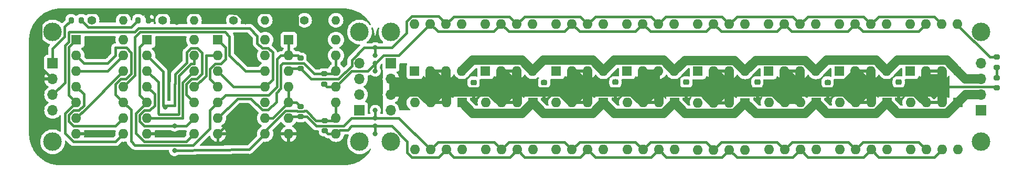
<source format=gbr>
%TF.GenerationSoftware,KiCad,Pcbnew,7.0.5*%
%TF.CreationDate,2024-09-18T03:37:09-04:00*%
%TF.ProjectId,stepper_motor_controller,73746570-7065-4725-9f6d-6f746f725f63,rev?*%
%TF.SameCoordinates,Original*%
%TF.FileFunction,Copper,L1,Top*%
%TF.FilePolarity,Positive*%
%FSLAX46Y46*%
G04 Gerber Fmt 4.6, Leading zero omitted, Abs format (unit mm)*
G04 Created by KiCad (PCBNEW 7.0.5) date 2024-09-18 03:37:09*
%MOMM*%
%LPD*%
G01*
G04 APERTURE LIST*
G04 Aperture macros list*
%AMRoundRect*
0 Rectangle with rounded corners*
0 $1 Rounding radius*
0 $2 $3 $4 $5 $6 $7 $8 $9 X,Y pos of 4 corners*
0 Add a 4 corners polygon primitive as box body*
4,1,4,$2,$3,$4,$5,$6,$7,$8,$9,$2,$3,0*
0 Add four circle primitives for the rounded corners*
1,1,$1+$1,$2,$3*
1,1,$1+$1,$4,$5*
1,1,$1+$1,$6,$7*
1,1,$1+$1,$8,$9*
0 Add four rect primitives between the rounded corners*
20,1,$1+$1,$2,$3,$4,$5,0*
20,1,$1+$1,$4,$5,$6,$7,0*
20,1,$1+$1,$6,$7,$8,$9,0*
20,1,$1+$1,$8,$9,$2,$3,0*%
G04 Aperture macros list end*
%TA.AperFunction,SMDPad,CuDef*%
%ADD10RoundRect,0.200000X-0.275000X0.200000X-0.275000X-0.200000X0.275000X-0.200000X0.275000X0.200000X0*%
%TD*%
%TA.AperFunction,ComponentPad*%
%ADD11O,1.400000X1.400000*%
%TD*%
%TA.AperFunction,ComponentPad*%
%ADD12C,1.400000*%
%TD*%
%TA.AperFunction,SMDPad,CuDef*%
%ADD13RoundRect,0.225000X0.250000X-0.225000X0.250000X0.225000X-0.250000X0.225000X-0.250000X-0.225000X0*%
%TD*%
%TA.AperFunction,ComponentPad*%
%ADD14R,1.600000X1.600000*%
%TD*%
%TA.AperFunction,ComponentPad*%
%ADD15O,1.600000X1.600000*%
%TD*%
%TA.AperFunction,ComponentPad*%
%ADD16R,1.700000X1.700000*%
%TD*%
%TA.AperFunction,ComponentPad*%
%ADD17O,1.700000X1.700000*%
%TD*%
%TA.AperFunction,SMDPad,CuDef*%
%ADD18RoundRect,0.200000X0.275000X-0.200000X0.275000X0.200000X-0.275000X0.200000X-0.275000X-0.200000X0*%
%TD*%
%TA.AperFunction,SMDPad,CuDef*%
%ADD19RoundRect,0.200000X-0.200000X-0.275000X0.200000X-0.275000X0.200000X0.275000X-0.200000X0.275000X0*%
%TD*%
%TA.AperFunction,SMDPad,CuDef*%
%ADD20RoundRect,0.200000X0.200000X0.275000X-0.200000X0.275000X-0.200000X-0.275000X0.200000X-0.275000X0*%
%TD*%
%TA.AperFunction,ViaPad*%
%ADD21C,0.800000*%
%TD*%
%TA.AperFunction,ViaPad*%
%ADD22C,3.000000*%
%TD*%
%TA.AperFunction,Conductor*%
%ADD23C,0.400000*%
%TD*%
%TA.AperFunction,Conductor*%
%ADD24C,1.500000*%
%TD*%
G04 APERTURE END LIST*
D10*
%TO.P,R7,1*%
%TO.N,Net-(U1B-~{Q})*%
X74416560Y-35929776D03*
%TO.P,R7,2*%
%TO.N,/B_not*%
X74416560Y-37579776D03*
%TD*%
%TO.P,R6,1*%
%TO.N,Net-(U1B-Q)*%
X70485000Y-33655000D03*
%TO.P,R6,2*%
%TO.N,/B*%
X70485000Y-35305000D03*
%TD*%
%TO.P,R4,1*%
%TO.N,Net-(U1A-~{Q})*%
X74295000Y-28385000D03*
%TO.P,R4,2*%
%TO.N,/A_not*%
X74295000Y-30035000D03*
%TD*%
%TO.P,R3,1*%
%TO.N,Net-(U1A-Q)*%
X70485000Y-25845000D03*
%TO.P,R3,2*%
%TO.N,/A*%
X70485000Y-27495000D03*
%TD*%
D11*
%TO.P,R14,2*%
%TO.N,+5V*%
X41910000Y-19685000D03*
D12*
%TO.P,R14,1*%
%TO.N,/fet_stepper_D*%
X36830000Y-19685000D03*
%TD*%
%TO.P,R11,1*%
%TO.N,/fet_stepper_C*%
X48260000Y-19685000D03*
D11*
%TO.P,R11,2*%
%TO.N,+5V*%
X53340000Y-19685000D03*
%TD*%
D12*
%TO.P,R8,1*%
%TO.N,/fet_stepper_B*%
X59690000Y-19685000D03*
D11*
%TO.P,R8,2*%
%TO.N,+5V*%
X64770000Y-19685000D03*
%TD*%
D12*
%TO.P,R5,1*%
%TO.N,/fet_stepper_A*%
X71120000Y-19685000D03*
D11*
%TO.P,R5,2*%
%TO.N,+5V*%
X76200000Y-19685000D03*
%TD*%
D13*
%TO.P,C8,1*%
%TO.N,+12V*%
X167019722Y-31262591D03*
%TO.P,C8,2*%
%TO.N,GND*%
X167019722Y-29712591D03*
%TD*%
%TO.P,C7,1*%
%TO.N,+12V*%
X155552681Y-31299370D03*
%TO.P,C7,2*%
%TO.N,GND*%
X155552681Y-29749370D03*
%TD*%
%TO.P,C6,1*%
%TO.N,+12V*%
X144211805Y-31255000D03*
%TO.P,C6,2*%
%TO.N,GND*%
X144211805Y-29705000D03*
%TD*%
%TO.P,C5,1*%
%TO.N,+12V*%
X132737435Y-31291657D03*
%TO.P,C5,2*%
%TO.N,GND*%
X132737435Y-29741657D03*
%TD*%
%TO.P,C3,1*%
%TO.N,+12V*%
X121296818Y-31255000D03*
%TO.P,C3,2*%
%TO.N,GND*%
X121296818Y-29705000D03*
%TD*%
%TO.P,C2,1*%
%TO.N,+12V*%
X109802667Y-31298417D03*
%TO.P,C2,2*%
%TO.N,GND*%
X109802667Y-29748417D03*
%TD*%
%TO.P,C1,1*%
%TO.N,+12V*%
X98421393Y-31296965D03*
%TO.P,C1,2*%
%TO.N,GND*%
X98421393Y-29746965D03*
%TD*%
D14*
%TO.P,U3,1*%
%TO.N,Net-(U3-Pad1)*%
X34300000Y-22855000D03*
D15*
%TO.P,U3,2*%
%TO.N,Net-(U1A-Q)*%
X34300000Y-25395000D03*
%TO.P,U3,3*%
%TO.N,Net-(U3-Pad13)*%
X34300000Y-27935000D03*
%TO.P,U3,4*%
%TO.N,/DIRECTION*%
X34300000Y-30475000D03*
%TO.P,U3,5*%
%TO.N,Net-(U3-Pad1)*%
X34300000Y-33015000D03*
%TO.P,U3,6*%
%TO.N,Net-(U3-Pad12)*%
X34300000Y-35555000D03*
%TO.P,U3,7,GND*%
%TO.N,GND*%
X34300000Y-38095000D03*
%TO.P,U3,8*%
%TO.N,Net-(U3-Pad1)*%
X41920000Y-38095000D03*
%TO.P,U3,9*%
%TO.N,/DIRECTION*%
X41920000Y-35555000D03*
%TO.P,U3,10*%
%TO.N,Net-(U1A-Q)*%
X41920000Y-33015000D03*
%TO.P,U3,11*%
%TO.N,Net-(U1B-D)*%
X41920000Y-30475000D03*
%TO.P,U3,12*%
%TO.N,Net-(U3-Pad12)*%
X41920000Y-27935000D03*
%TO.P,U3,13*%
%TO.N,Net-(U3-Pad13)*%
X41920000Y-25395000D03*
%TO.P,U3,14,VCC*%
%TO.N,+5V*%
X41920000Y-22855000D03*
%TD*%
D14*
%TO.P,U2,1*%
%TO.N,Net-(U2-Pad1)*%
X45720000Y-22860000D03*
D15*
%TO.P,U2,2*%
%TO.N,/DIRECTION*%
X45720000Y-25400000D03*
%TO.P,U2,3*%
%TO.N,Net-(U2-Pad13)*%
X45720000Y-27940000D03*
%TO.P,U2,4*%
%TO.N,Net-(U1B-~{Q})*%
X45720000Y-30480000D03*
%TO.P,U2,5*%
%TO.N,Net-(U2-Pad1)*%
X45720000Y-33020000D03*
%TO.P,U2,6*%
%TO.N,Net-(U2-Pad12)*%
X45720000Y-35560000D03*
%TO.P,U2,7,GND*%
%TO.N,GND*%
X45720000Y-38100000D03*
%TO.P,U2,8*%
%TO.N,Net-(U2-Pad1)*%
X53340000Y-38100000D03*
%TO.P,U2,9*%
%TO.N,Net-(U1B-~{Q})*%
X53340000Y-35560000D03*
%TO.P,U2,10*%
%TO.N,/DIRECTION*%
X53340000Y-33020000D03*
%TO.P,U2,11*%
%TO.N,Net-(U1A-D)*%
X53340000Y-30480000D03*
%TO.P,U2,12*%
%TO.N,Net-(U2-Pad12)*%
X53340000Y-27940000D03*
%TO.P,U2,13*%
%TO.N,Net-(U2-Pad13)*%
X53340000Y-25400000D03*
%TO.P,U2,14,VCC*%
%TO.N,+5V*%
X53340000Y-22860000D03*
%TD*%
D14*
%TO.P,U20,1*%
%TO.N,Net-(U1A-Q)*%
X68580000Y-22860000D03*
D15*
%TO.P,U20,2*%
X68580000Y-25400000D03*
%TO.P,U20,3*%
%TO.N,/A*%
X68580000Y-27940000D03*
%TO.P,U20,4*%
%TO.N,Net-(U1B-Q)*%
X68580000Y-30480000D03*
%TO.P,U20,5*%
X68580000Y-33020000D03*
%TO.P,U20,6*%
%TO.N,/B*%
X68580000Y-35560000D03*
%TO.P,U20,7,GND*%
%TO.N,GND*%
X68580000Y-38100000D03*
%TO.P,U20,8*%
%TO.N,/B_not*%
X76200000Y-38100000D03*
%TO.P,U20,9*%
%TO.N,Net-(U1B-~{Q})*%
X76200000Y-35560000D03*
%TO.P,U20,10*%
X76200000Y-33020000D03*
%TO.P,U20,11*%
%TO.N,/A_not*%
X76200000Y-30480000D03*
%TO.P,U20,12*%
%TO.N,Net-(U1A-~{Q})*%
X76200000Y-27940000D03*
%TO.P,U20,13*%
X76200000Y-25400000D03*
%TO.P,U20,14,VCC*%
%TO.N,+5V*%
X76200000Y-22860000D03*
%TD*%
D16*
%TO.P,J3,1,Pin_1*%
%TO.N,GND*%
X85090000Y-26680000D03*
D17*
%TO.P,J3,2,Pin_2*%
%TO.N,+12V*%
X85090000Y-29220000D03*
%TO.P,J3,3,Pin_3*%
X85090000Y-31760000D03*
%TO.P,J3,4,Pin_4*%
%TO.N,GND*%
X85090000Y-34300000D03*
%TD*%
D14*
%TO.P,U7,1,GND*%
%TO.N,/stepper_C*%
X107980000Y-33040000D03*
D15*
%TO.P,U7,2,TR*%
%TO.N,+12V*%
X105440000Y-33040000D03*
%TO.P,U7,3,Q*%
X102900000Y-33040000D03*
%TO.P,U7,4,R*%
%TO.N,/stepper_D*%
X100360000Y-33040000D03*
%TO.P,U7,5,CV*%
%TO.N,GND*%
X100360000Y-40660000D03*
%TO.P,U7,6,THR*%
%TO.N,/B*%
X102900000Y-40660000D03*
%TO.P,U7,7,DIS*%
%TO.N,/B_not*%
X105440000Y-40660000D03*
%TO.P,U7,8,VCC*%
%TO.N,GND*%
X107980000Y-40660000D03*
%TD*%
D10*
%TO.P,D2,1,K*%
%TO.N,GND*%
X182880000Y-25655000D03*
%TO.P,D2,2,A*%
%TO.N,Net-(D2-A)*%
X182880000Y-27305000D03*
%TD*%
D14*
%TO.P,U13,1,GND*%
%TO.N,/stepper_C*%
X142250000Y-33050000D03*
D15*
%TO.P,U13,2,TR*%
%TO.N,+12V*%
X139710000Y-33050000D03*
%TO.P,U13,3,Q*%
X137170000Y-33050000D03*
%TO.P,U13,4,R*%
%TO.N,/stepper_D*%
X134630000Y-33050000D03*
%TO.P,U13,5,CV*%
%TO.N,GND*%
X134630000Y-40670000D03*
%TO.P,U13,6,THR*%
%TO.N,/B*%
X137170000Y-40670000D03*
%TO.P,U13,7,DIS*%
%TO.N,/B_not*%
X139710000Y-40670000D03*
%TO.P,U13,8,VCC*%
%TO.N,GND*%
X142250000Y-40670000D03*
%TD*%
D14*
%TO.P,U15,1,GND*%
%TO.N,/stepper_C*%
X153690000Y-33040000D03*
D15*
%TO.P,U15,2,TR*%
%TO.N,+12V*%
X151150000Y-33040000D03*
%TO.P,U15,3,Q*%
X148610000Y-33040000D03*
%TO.P,U15,4,R*%
%TO.N,/stepper_D*%
X146070000Y-33040000D03*
%TO.P,U15,5,CV*%
%TO.N,GND*%
X146070000Y-40660000D03*
%TO.P,U15,6,THR*%
%TO.N,/B*%
X148610000Y-40660000D03*
%TO.P,U15,7,DIS*%
%TO.N,/B_not*%
X151150000Y-40660000D03*
%TO.P,U15,8,VCC*%
%TO.N,GND*%
X153690000Y-40660000D03*
%TD*%
D16*
%TO.P,J1,1,Pin_1*%
%TO.N,+5V*%
X30480000Y-26680000D03*
D17*
%TO.P,J1,2,Pin_2*%
%TO.N,GND*%
X30480000Y-29220000D03*
%TO.P,J1,3,Pin_3*%
%TO.N,/CLOCK*%
X30480000Y-31760000D03*
%TO.P,J1,4,Pin_4*%
%TO.N,/DIRECTION*%
X30480000Y-34300000D03*
%TD*%
D18*
%TO.P,R2,1*%
%TO.N,+12V*%
X182880000Y-30670000D03*
%TO.P,R2,2*%
%TO.N,Net-(D2-A)*%
X182880000Y-29020000D03*
%TD*%
D14*
%TO.P,U5,1,GND*%
%TO.N,/stepper_A*%
X88910000Y-27930000D03*
D15*
%TO.P,U5,2,TR*%
%TO.N,+12V*%
X91450000Y-27930000D03*
%TO.P,U5,3,Q*%
X93990000Y-27930000D03*
%TO.P,U5,4,R*%
%TO.N,/stepper_B*%
X96530000Y-27930000D03*
%TO.P,U5,5,CV*%
%TO.N,GND*%
X96530000Y-20310000D03*
%TO.P,U5,6,THR*%
%TO.N,/A*%
X93990000Y-20310000D03*
%TO.P,U5,7,DIS*%
%TO.N,/A_not*%
X91450000Y-20310000D03*
%TO.P,U5,8,VCC*%
%TO.N,GND*%
X88910000Y-20310000D03*
%TD*%
D16*
%TO.P,J2,1,Pin_1*%
%TO.N,/stepper_D*%
X180340000Y-34280000D03*
D17*
%TO.P,J2,2,Pin_2*%
%TO.N,/stepper_C*%
X180340000Y-31740000D03*
%TO.P,J2,3,Pin_3*%
%TO.N,/stepper_B*%
X180340000Y-29200000D03*
%TO.P,J2,4,Pin_4*%
%TO.N,/stepper_A*%
X180340000Y-26660000D03*
%TD*%
D14*
%TO.P,U18,1,GND*%
%TO.N,/stepper_A*%
X168920000Y-27930000D03*
D15*
%TO.P,U18,2,TR*%
%TO.N,+12V*%
X171460000Y-27930000D03*
%TO.P,U18,3,Q*%
X174000000Y-27930000D03*
%TO.P,U18,4,R*%
%TO.N,/stepper_B*%
X176540000Y-27930000D03*
%TO.P,U18,5,CV*%
%TO.N,GND*%
X176540000Y-20310000D03*
%TO.P,U18,6,THR*%
%TO.N,/A*%
X174000000Y-20310000D03*
%TO.P,U18,7,DIS*%
%TO.N,/A_not*%
X171460000Y-20310000D03*
%TO.P,U18,8,VCC*%
%TO.N,GND*%
X168920000Y-20310000D03*
%TD*%
D14*
%TO.P,U8,1,GND*%
%TO.N,/stepper_A*%
X111760000Y-27930000D03*
D15*
%TO.P,U8,2,TR*%
%TO.N,+12V*%
X114300000Y-27930000D03*
%TO.P,U8,3,Q*%
X116840000Y-27930000D03*
%TO.P,U8,4,R*%
%TO.N,/stepper_B*%
X119380000Y-27930000D03*
%TO.P,U8,5,CV*%
%TO.N,GND*%
X119380000Y-20310000D03*
%TO.P,U8,6,THR*%
%TO.N,/A*%
X116840000Y-20310000D03*
%TO.P,U8,7,DIS*%
%TO.N,/A_not*%
X114300000Y-20310000D03*
%TO.P,U8,8,VCC*%
%TO.N,GND*%
X111760000Y-20310000D03*
%TD*%
D19*
%TO.P,R1,1*%
%TO.N,+5V*%
X33465000Y-19685000D03*
%TO.P,R1,2*%
%TO.N,Net-(D1-A)*%
X35115000Y-19685000D03*
%TD*%
D14*
%TO.P,U11,1,GND*%
%TO.N,/stepper_C*%
X130830000Y-33040000D03*
D15*
%TO.P,U11,2,TR*%
%TO.N,+12V*%
X128290000Y-33040000D03*
%TO.P,U11,3,Q*%
X125750000Y-33040000D03*
%TO.P,U11,4,R*%
%TO.N,/stepper_D*%
X123210000Y-33040000D03*
%TO.P,U11,5,CV*%
%TO.N,GND*%
X123210000Y-40660000D03*
%TO.P,U11,6,THR*%
%TO.N,/B*%
X125750000Y-40660000D03*
%TO.P,U11,7,DIS*%
%TO.N,/B_not*%
X128290000Y-40660000D03*
%TO.P,U11,8,VCC*%
%TO.N,GND*%
X130830000Y-40660000D03*
%TD*%
D14*
%TO.P,U12,1,GND*%
%TO.N,/stepper_A*%
X134620000Y-27940000D03*
D15*
%TO.P,U12,2,TR*%
%TO.N,+12V*%
X137160000Y-27940000D03*
%TO.P,U12,3,Q*%
X139700000Y-27940000D03*
%TO.P,U12,4,R*%
%TO.N,/stepper_B*%
X142240000Y-27940000D03*
%TO.P,U12,5,CV*%
%TO.N,GND*%
X142240000Y-20320000D03*
%TO.P,U12,6,THR*%
%TO.N,/A*%
X139700000Y-20320000D03*
%TO.P,U12,7,DIS*%
%TO.N,/A_not*%
X137160000Y-20320000D03*
%TO.P,U12,8,VCC*%
%TO.N,GND*%
X134620000Y-20320000D03*
%TD*%
D14*
%TO.P,U19,1,GND*%
%TO.N,/stepper_C*%
X176550000Y-33040000D03*
D15*
%TO.P,U19,2,TR*%
%TO.N,+12V*%
X174010000Y-33040000D03*
%TO.P,U19,3,Q*%
X171470000Y-33040000D03*
%TO.P,U19,4,R*%
%TO.N,/stepper_D*%
X168930000Y-33040000D03*
%TO.P,U19,5,CV*%
%TO.N,GND*%
X168930000Y-40660000D03*
%TO.P,U19,6,THR*%
%TO.N,/B*%
X171470000Y-40660000D03*
%TO.P,U19,7,DIS*%
%TO.N,/B_not*%
X174010000Y-40660000D03*
%TO.P,U19,8,VCC*%
%TO.N,GND*%
X176550000Y-40660000D03*
%TD*%
D14*
%TO.P,U9,1,GND*%
%TO.N,/stepper_C*%
X119390000Y-33040000D03*
D15*
%TO.P,U9,2,TR*%
%TO.N,+12V*%
X116850000Y-33040000D03*
%TO.P,U9,3,Q*%
X114310000Y-33040000D03*
%TO.P,U9,4,R*%
%TO.N,/stepper_D*%
X111770000Y-33040000D03*
%TO.P,U9,5,CV*%
%TO.N,GND*%
X111770000Y-40660000D03*
%TO.P,U9,6,THR*%
%TO.N,/B*%
X114310000Y-40660000D03*
%TO.P,U9,7,DIS*%
%TO.N,/B_not*%
X116850000Y-40660000D03*
%TO.P,U9,8,VCC*%
%TO.N,GND*%
X119390000Y-40660000D03*
%TD*%
D14*
%TO.P,U4,1,GND*%
%TO.N,/stepper_C*%
X96540000Y-33040000D03*
D15*
%TO.P,U4,2,TR*%
%TO.N,+12V*%
X94000000Y-33040000D03*
%TO.P,U4,3,Q*%
X91460000Y-33040000D03*
%TO.P,U4,4,R*%
%TO.N,/stepper_D*%
X88920000Y-33040000D03*
%TO.P,U4,5,CV*%
%TO.N,GND*%
X88920000Y-40660000D03*
%TO.P,U4,6,THR*%
%TO.N,/B*%
X91460000Y-40660000D03*
%TO.P,U4,7,DIS*%
%TO.N,/B_not*%
X94000000Y-40660000D03*
%TO.P,U4,8,VCC*%
%TO.N,GND*%
X96540000Y-40660000D03*
%TD*%
D14*
%TO.P,U1,1,~{R}*%
%TO.N,+5V*%
X57160000Y-22855000D03*
D15*
%TO.P,U1,2,D*%
%TO.N,Net-(U1A-D)*%
X57160000Y-25395000D03*
%TO.P,U1,3,C*%
%TO.N,/CLOCK*%
X57160000Y-27935000D03*
%TO.P,U1,4,~{S}*%
%TO.N,+5V*%
X57160000Y-30475000D03*
%TO.P,U1,5,Q*%
%TO.N,Net-(U1A-Q)*%
X57160000Y-33015000D03*
%TO.P,U1,6,~{Q}*%
%TO.N,Net-(U1A-~{Q})*%
X57160000Y-35555000D03*
%TO.P,U1,7,GND*%
%TO.N,GND*%
X57160000Y-38095000D03*
%TO.P,U1,8,~{Q}*%
%TO.N,Net-(U1B-~{Q})*%
X64780000Y-38095000D03*
%TO.P,U1,9,Q*%
%TO.N,Net-(U1B-Q)*%
X64780000Y-35555000D03*
%TO.P,U1,10,~{S}*%
%TO.N,+5V*%
X64780000Y-33015000D03*
%TO.P,U1,11,C*%
%TO.N,/CLOCK*%
X64780000Y-30475000D03*
%TO.P,U1,12,D*%
%TO.N,Net-(U1B-D)*%
X64780000Y-27935000D03*
%TO.P,U1,13,~{R}*%
%TO.N,+5V*%
X64780000Y-25395000D03*
%TO.P,U1,14,VCC*%
X64780000Y-22855000D03*
%TD*%
D14*
%TO.P,U14,1,GND*%
%TO.N,/stepper_A*%
X146040000Y-27940000D03*
D15*
%TO.P,U14,2,TR*%
%TO.N,+12V*%
X148580000Y-27940000D03*
%TO.P,U14,3,Q*%
X151120000Y-27940000D03*
%TO.P,U14,4,R*%
%TO.N,/stepper_B*%
X153660000Y-27940000D03*
%TO.P,U14,5,CV*%
%TO.N,GND*%
X153660000Y-20320000D03*
%TO.P,U14,6,THR*%
%TO.N,/A*%
X151120000Y-20320000D03*
%TO.P,U14,7,DIS*%
%TO.N,/A_not*%
X148580000Y-20320000D03*
%TO.P,U14,8,VCC*%
%TO.N,GND*%
X146040000Y-20320000D03*
%TD*%
D20*
%TO.P,D1,1,K*%
%TO.N,GND*%
X45910000Y-19685000D03*
%TO.P,D1,2,A*%
%TO.N,Net-(D1-A)*%
X44260000Y-19685000D03*
%TD*%
D14*
%TO.P,U10,1,GND*%
%TO.N,/stepper_A*%
X123180000Y-27930000D03*
D15*
%TO.P,U10,2,TR*%
%TO.N,+12V*%
X125720000Y-27930000D03*
%TO.P,U10,3,Q*%
X128260000Y-27930000D03*
%TO.P,U10,4,R*%
%TO.N,/stepper_B*%
X130800000Y-27930000D03*
%TO.P,U10,5,CV*%
%TO.N,GND*%
X130800000Y-20310000D03*
%TO.P,U10,6,THR*%
%TO.N,/A*%
X128260000Y-20310000D03*
%TO.P,U10,7,DIS*%
%TO.N,/A_not*%
X125720000Y-20310000D03*
%TO.P,U10,8,VCC*%
%TO.N,GND*%
X123180000Y-20310000D03*
%TD*%
D14*
%TO.P,U16,1,GND*%
%TO.N,/stepper_A*%
X157480000Y-27930000D03*
D15*
%TO.P,U16,2,TR*%
%TO.N,+12V*%
X160020000Y-27930000D03*
%TO.P,U16,3,Q*%
X162560000Y-27930000D03*
%TO.P,U16,4,R*%
%TO.N,/stepper_B*%
X165100000Y-27930000D03*
%TO.P,U16,5,CV*%
%TO.N,GND*%
X165100000Y-20310000D03*
%TO.P,U16,6,THR*%
%TO.N,/A*%
X162560000Y-20310000D03*
%TO.P,U16,7,DIS*%
%TO.N,/A_not*%
X160020000Y-20310000D03*
%TO.P,U16,8,VCC*%
%TO.N,GND*%
X157480000Y-20310000D03*
%TD*%
D14*
%TO.P,U17,1,GND*%
%TO.N,/stepper_C*%
X165130000Y-33030000D03*
D15*
%TO.P,U17,2,TR*%
%TO.N,+12V*%
X162590000Y-33030000D03*
%TO.P,U17,3,Q*%
X160050000Y-33030000D03*
%TO.P,U17,4,R*%
%TO.N,/stepper_D*%
X157510000Y-33030000D03*
%TO.P,U17,5,CV*%
%TO.N,GND*%
X157510000Y-40650000D03*
%TO.P,U17,6,THR*%
%TO.N,/B*%
X160050000Y-40650000D03*
%TO.P,U17,7,DIS*%
%TO.N,/B_not*%
X162590000Y-40650000D03*
%TO.P,U17,8,VCC*%
%TO.N,GND*%
X165130000Y-40650000D03*
%TD*%
D14*
%TO.P,U6,1,GND*%
%TO.N,/stepper_A*%
X100330000Y-27930000D03*
D15*
%TO.P,U6,2,TR*%
%TO.N,+12V*%
X102870000Y-27930000D03*
%TO.P,U6,3,Q*%
X105410000Y-27930000D03*
%TO.P,U6,4,R*%
%TO.N,/stepper_B*%
X107950000Y-27930000D03*
%TO.P,U6,5,CV*%
%TO.N,GND*%
X107950000Y-20310000D03*
%TO.P,U6,6,THR*%
%TO.N,/A*%
X105410000Y-20310000D03*
%TO.P,U6,7,DIS*%
%TO.N,/A_not*%
X102870000Y-20310000D03*
%TO.P,U6,8,VCC*%
%TO.N,GND*%
X100330000Y-20310000D03*
%TD*%
D16*
%TO.P,J4,1,Pin_1*%
%TO.N,/fet_stepper_D*%
X80010000Y-34280000D03*
D17*
%TO.P,J4,2,Pin_2*%
%TO.N,/fet_stepper_C*%
X80010000Y-31740000D03*
%TO.P,J4,3,Pin_3*%
%TO.N,/fet_stepper_B*%
X80010000Y-29200000D03*
%TO.P,J4,4,Pin_4*%
%TO.N,/fet_stepper_A*%
X80010000Y-26660000D03*
%TD*%
D21*
%TO.N,GND*%
X82550000Y-22860000D03*
X50552302Y-20036904D03*
%TO.N,Net-(U1B-~{Q})*%
X50165000Y-36830000D03*
X50158696Y-40793592D03*
%TO.N,/DIRECTION*%
X48646784Y-33759552D03*
%TO.N,GND*%
X69215000Y-18415000D03*
X57785000Y-18415000D03*
X45720000Y-19050000D03*
X73697903Y-25395251D03*
X71758454Y-22821753D03*
X61620901Y-19986225D03*
X62230000Y-25400000D03*
X60325000Y-22860000D03*
X61595000Y-34290000D03*
X50514401Y-25537101D03*
X48591529Y-22735676D03*
X37129326Y-22766238D03*
X39081206Y-25439196D03*
X167004250Y-29710187D03*
X155594530Y-29737680D03*
X144264566Y-29688954D03*
X132799860Y-29688954D03*
X121335154Y-29647714D03*
X109787968Y-29730194D03*
X98405742Y-29771434D03*
%TO.N,/A*%
X82550000Y-24130000D03*
D22*
%TO.N,*%
X180340000Y-39370000D03*
X180340000Y-21590000D03*
X30480000Y-21590000D03*
X30480000Y-39370000D03*
X80010000Y-39370000D03*
X85090000Y-39370000D03*
X85090000Y-21590000D03*
X80010000Y-21590000D03*
D21*
%TO.N,/A*%
X82550000Y-25400000D03*
%TO.N,/B_not*%
X82550000Y-38100000D03*
X82550000Y-36830000D03*
%TO.N,/B*%
X82550000Y-35560000D03*
X82550000Y-34290000D03*
%TO.N,GND*%
X82550000Y-33020000D03*
%TO.N,/A_not*%
X82550000Y-26670000D03*
X82550000Y-27940000D03*
%TO.N,GND*%
X82550000Y-31750000D03*
X82550000Y-30480000D03*
X82550000Y-29210000D03*
%TD*%
D23*
%TO.N,Net-(U1B-~{Q})*%
X50158696Y-40793592D02*
X50165000Y-40640000D01*
X62235000Y-40640000D02*
X50158696Y-40793592D01*
X64780000Y-38095000D02*
X62235000Y-40640000D01*
%TO.N,/B_not*%
X82467327Y-37894086D02*
X82406632Y-37953472D01*
X82550000Y-36830000D02*
X82550000Y-37811413D01*
X82550000Y-37811413D02*
X82467327Y-37894086D01*
%TO.N,/B*%
X82550000Y-34290000D02*
X82550000Y-35560000D01*
%TO.N,/A_not*%
X82550000Y-26670000D02*
X82550000Y-27940000D01*
%TO.N,/A*%
X82550000Y-24130000D02*
X82550000Y-25400000D01*
%TO.N,/DIRECTION*%
X48928584Y-33477752D02*
X50165000Y-33477752D01*
X48646784Y-33759552D02*
X48928584Y-33477752D01*
X48364984Y-33477752D02*
X48646784Y-33759552D01*
X52070000Y-31750000D02*
X53340000Y-33020000D01*
X52070000Y-30052943D02*
X52070000Y-31750000D01*
X52912943Y-29210000D02*
X52070000Y-30052943D01*
X53767057Y-29210000D02*
X52912943Y-29210000D01*
X54610000Y-24972943D02*
X54610000Y-28367057D01*
X53837057Y-24200000D02*
X54610000Y-24972943D01*
X52842943Y-24200000D02*
X53837057Y-24200000D01*
X54610000Y-28367057D02*
X53767057Y-29210000D01*
X52140000Y-24902943D02*
X52842943Y-24200000D01*
X50270000Y-28464415D02*
X52140000Y-26594415D01*
X50165000Y-30055000D02*
X50270000Y-29950000D01*
X50165000Y-33477752D02*
X50165000Y-30055000D01*
X50270000Y-29950000D02*
X50270000Y-28464415D01*
X48315254Y-27995254D02*
X48315254Y-33477752D01*
X48315254Y-33477752D02*
X48364984Y-33477752D01*
X52140000Y-26594415D02*
X52140000Y-24902943D01*
X45720000Y-25400000D02*
X48315254Y-27995254D01*
%TO.N,Net-(U2-Pad13)*%
X53340000Y-26740000D02*
X53340000Y-25400000D01*
X52842943Y-26740000D02*
X53340000Y-26740000D01*
X50870000Y-28712943D02*
X52842943Y-26740000D01*
X50870000Y-34855000D02*
X50870000Y-28712943D01*
X50800000Y-34925000D02*
X50870000Y-34855000D01*
X47625000Y-34925000D02*
X50800000Y-34925000D01*
X47520000Y-34820000D02*
X47625000Y-34925000D01*
X47520000Y-29740000D02*
X47520000Y-34820000D01*
X45720000Y-27940000D02*
X47520000Y-29740000D01*
%TO.N,Net-(U2-Pad12)*%
X51470000Y-35525000D02*
X51435000Y-35560000D01*
X51470000Y-29804415D02*
X51470000Y-35525000D01*
X51435000Y-35560000D02*
X45720000Y-35560000D01*
X52664415Y-28610000D02*
X51470000Y-29804415D01*
X52670000Y-28610000D02*
X52664415Y-28610000D01*
X53340000Y-27940000D02*
X52670000Y-28610000D01*
%TO.N,GND*%
X28580000Y-27320000D02*
X30480000Y-29220000D01*
X29752820Y-18415000D02*
X28580000Y-19587820D01*
X46355000Y-18415000D02*
X29752820Y-18415000D01*
X28580000Y-19587820D02*
X28580000Y-27320000D01*
X46355000Y-18415000D02*
X45720000Y-19050000D01*
X57785000Y-18415000D02*
X46355000Y-18415000D01*
X69215000Y-18415000D02*
X63192126Y-18415000D01*
X63192126Y-18415000D02*
X61620901Y-19986225D01*
X70020000Y-21083299D02*
X70020000Y-19220000D01*
X70020000Y-19220000D02*
X69215000Y-18415000D01*
X71758454Y-22821753D02*
X70020000Y-21083299D01*
X57785000Y-18415000D02*
X57615000Y-18585000D01*
X60219676Y-18585000D02*
X57785000Y-18415000D01*
X61620901Y-19986225D02*
X60219676Y-18585000D01*
X45720000Y-19495000D02*
X45910000Y-19685000D01*
X45720000Y-19050000D02*
X45720000Y-19495000D01*
X71758454Y-22821753D02*
X71758454Y-23455802D01*
X71758454Y-23455802D02*
X73697903Y-25395251D01*
X60325000Y-23495000D02*
X62230000Y-25400000D01*
X60325000Y-22860000D02*
X60325000Y-23495000D01*
%TO.N,Net-(U1B-D)*%
X58295000Y-21590000D02*
X59020000Y-22315000D01*
X59020000Y-22315000D02*
X59020000Y-25365000D01*
X44590000Y-21590000D02*
X58295000Y-21590000D01*
X61590000Y-27935000D02*
X64780000Y-27935000D01*
X43780000Y-28615000D02*
X43780000Y-22400000D01*
X43780000Y-22400000D02*
X44590000Y-21590000D01*
X41920000Y-30475000D02*
X43780000Y-28615000D01*
X59020000Y-25365000D02*
X61590000Y-27935000D01*
%TO.N,GND*%
X60965000Y-34290000D02*
X57160000Y-38095000D01*
X61595000Y-34290000D02*
X60965000Y-34290000D01*
%TO.N,Net-(U1A-~{Q})*%
X62482943Y-32415000D02*
X60300000Y-32415000D01*
X64282943Y-34215000D02*
X62482943Y-32415000D01*
X65277057Y-34215000D02*
X64282943Y-34215000D01*
X60300000Y-32415000D02*
X57160000Y-35555000D01*
X66583235Y-32908822D02*
X65277057Y-34215000D01*
X66583235Y-31455293D02*
X66583235Y-32908822D01*
X67310000Y-26956029D02*
X67310000Y-30728528D01*
X70983528Y-26670000D02*
X67596029Y-26670000D01*
X67310000Y-30728528D02*
X66583235Y-31455293D01*
X75755000Y-28385000D02*
X72698528Y-28385000D01*
X67596029Y-26670000D02*
X67310000Y-26956029D01*
X76200000Y-27940000D02*
X75755000Y-28385000D01*
X72698528Y-28385000D02*
X70983528Y-26670000D01*
%TO.N,GND*%
X48591529Y-23614229D02*
X50514401Y-25537101D01*
X48591529Y-22735676D02*
X48591529Y-23614229D01*
X39081206Y-25439196D02*
X39081206Y-24718118D01*
X39081206Y-24718118D02*
X37129326Y-22766238D01*
%TO.N,Net-(U1A-Q)*%
X40640000Y-31750000D02*
X41910000Y-33020000D01*
X40640000Y-30052943D02*
X40640000Y-31750000D01*
X42337057Y-29210000D02*
X41482943Y-29210000D01*
X43180000Y-28367057D02*
X42337057Y-29210000D01*
X41482943Y-29210000D02*
X40640000Y-30052943D01*
X40640000Y-25400000D02*
X40640000Y-24130000D01*
X43180000Y-24957943D02*
X43180000Y-28367057D01*
X39370000Y-26670000D02*
X40640000Y-25400000D01*
X35560000Y-26670000D02*
X39370000Y-26670000D01*
X35560000Y-26655000D02*
X35560000Y-26670000D01*
X40640000Y-24130000D02*
X42352057Y-24130000D01*
X34300000Y-25395000D02*
X35560000Y-26655000D01*
X42352057Y-24130000D02*
X43180000Y-24957943D01*
%TO.N,Net-(U3-Pad13)*%
X39370000Y-27940000D02*
X34290000Y-27940000D01*
X41910000Y-25400000D02*
X39370000Y-27940000D01*
%TO.N,+5V*%
X58420000Y-24115000D02*
X57160000Y-22855000D01*
X58420000Y-25972057D02*
X58420000Y-24115000D01*
X57657057Y-26735000D02*
X58420000Y-25972057D01*
X56662943Y-26735000D02*
X57657057Y-26735000D01*
X55845000Y-27552943D02*
X56662943Y-26735000D01*
X55845000Y-29160000D02*
X55845000Y-27552943D01*
X57160000Y-30475000D02*
X55845000Y-29160000D01*
%TO.N,Net-(U1A-D)*%
X53415000Y-30480000D02*
X53340000Y-30480000D01*
X55245000Y-25400000D02*
X55245000Y-28650000D01*
X55250000Y-25395000D02*
X55245000Y-25400000D01*
X57160000Y-25395000D02*
X55250000Y-25395000D01*
X55245000Y-28650000D02*
X53415000Y-30480000D01*
%TO.N,/CLOCK*%
X65980000Y-29275000D02*
X64780000Y-30475000D01*
X65980000Y-24897943D02*
X65980000Y-29275000D01*
X65277057Y-24195000D02*
X65980000Y-24897943D01*
X64282943Y-24195000D02*
X65277057Y-24195000D01*
X63500000Y-23412057D02*
X64282943Y-24195000D01*
X63500000Y-22225000D02*
X63500000Y-23412057D01*
X62265000Y-20990000D02*
X63500000Y-22225000D01*
X33165000Y-21590000D02*
X43741472Y-21590000D01*
X33100000Y-21655000D02*
X33165000Y-21590000D01*
X33100000Y-23201472D02*
X33100000Y-21655000D01*
X44341472Y-20990000D02*
X62265000Y-20990000D01*
X32490000Y-23811472D02*
X33100000Y-23201472D01*
X43741472Y-21590000D02*
X44341472Y-20990000D01*
X32490000Y-29750000D02*
X32490000Y-23811472D01*
X30480000Y-31760000D02*
X32490000Y-29750000D01*
%TO.N,GND*%
X181717994Y-25655000D02*
X176540000Y-20477006D01*
X182880000Y-25655000D02*
X181717994Y-25655000D01*
X176540000Y-20477006D02*
X176540000Y-20310000D01*
%TO.N,Net-(D2-A)*%
X182880000Y-27305000D02*
X182880000Y-29020000D01*
%TO.N,+12V*%
X182690000Y-30480000D02*
X174010000Y-30480000D01*
X182880000Y-30670000D02*
X182690000Y-30480000D01*
%TO.N,+5V*%
X32385000Y-22372006D02*
X32385000Y-20765000D01*
X30480000Y-24277006D02*
X32385000Y-22372006D01*
X30480000Y-26680000D02*
X30480000Y-24277006D01*
X32385000Y-20765000D02*
X33465000Y-19685000D01*
%TO.N,Net-(D1-A)*%
X36215000Y-20785000D02*
X43160000Y-20785000D01*
X35115000Y-19685000D02*
X36215000Y-20785000D01*
X43160000Y-20785000D02*
X44260000Y-19685000D01*
%TO.N,/A*%
X92730000Y-19050000D02*
X93990000Y-20310000D01*
X88472943Y-19050000D02*
X92730000Y-19050000D01*
X87630000Y-19892943D02*
X88472943Y-19050000D01*
X80772233Y-24130000D02*
X85237006Y-24130000D01*
X85237006Y-24130000D02*
X87630000Y-21737006D01*
X76627057Y-29210000D02*
X78760000Y-27077057D01*
X78760000Y-27077057D02*
X78760000Y-26142233D01*
X87630000Y-21737006D02*
X87630000Y-19892943D01*
X70485000Y-27495000D02*
X72200000Y-29210000D01*
X72200000Y-29210000D02*
X76627057Y-29210000D01*
X78760000Y-26142233D02*
X80772233Y-24130000D01*
%TO.N,/B*%
X77470000Y-36830000D02*
X78740000Y-35560000D01*
X74990312Y-36830000D02*
X77470000Y-36830000D01*
X73025000Y-36830000D02*
X73842808Y-36830000D01*
X73842808Y-36830000D02*
X73893032Y-36779776D01*
X74940088Y-36779776D02*
X74990312Y-36830000D01*
X71500000Y-35305000D02*
X73025000Y-36830000D01*
X73893032Y-36779776D02*
X74940088Y-36779776D01*
X68835000Y-35305000D02*
X71500000Y-35305000D01*
X68580000Y-35560000D02*
X68835000Y-35305000D01*
X78740000Y-35560000D02*
X82550000Y-35560000D01*
%TO.N,Net-(U1B-~{Q})*%
X75830224Y-35929776D02*
X76200000Y-35560000D01*
X72973304Y-35929776D02*
X75830224Y-35929776D01*
X71403528Y-34360000D02*
X72973304Y-35929776D01*
X71008528Y-34455000D02*
X71103528Y-34360000D01*
X69961472Y-34455000D02*
X71008528Y-34455000D01*
X68082943Y-34360000D02*
X69866472Y-34360000D01*
X69866472Y-34360000D02*
X69961472Y-34455000D01*
X64780000Y-37662943D02*
X68082943Y-34360000D01*
X71103528Y-34360000D02*
X71403528Y-34360000D01*
X64780000Y-38095000D02*
X64780000Y-37662943D01*
%TO.N,/B_not*%
X74936784Y-38100000D02*
X74416560Y-37579776D01*
X76200000Y-38100000D02*
X74936784Y-38100000D01*
%TO.N,Net-(U1B-Q)*%
X69850000Y-33020000D02*
X70485000Y-33655000D01*
X68580000Y-33020000D02*
X69850000Y-33020000D01*
%TO.N,/A_not*%
X74740000Y-30480000D02*
X74295000Y-30035000D01*
X76200000Y-30480000D02*
X74740000Y-30480000D01*
%TO.N,Net-(U1A-Q)*%
X68580000Y-25400000D02*
X70040000Y-25400000D01*
X70040000Y-25400000D02*
X70485000Y-25845000D01*
%TO.N,/A*%
X69025000Y-27495000D02*
X70485000Y-27495000D01*
X68580000Y-27940000D02*
X69025000Y-27495000D01*
D24*
%TO.N,+12V*%
X91450000Y-29200000D02*
X91450000Y-27930000D01*
X89360000Y-31290000D02*
X91450000Y-29200000D01*
X85090000Y-29220000D02*
X87160000Y-31290000D01*
X87160000Y-31290000D02*
X89360000Y-31290000D01*
X100641370Y-31290000D02*
X102870000Y-29061370D01*
X94810000Y-31290000D02*
X100641370Y-31290000D01*
X93200000Y-29680000D02*
X94810000Y-31290000D01*
X102870000Y-29061370D02*
X102870000Y-27930000D01*
X114300000Y-29061370D02*
X114300000Y-27930000D01*
X112071370Y-31290000D02*
X114300000Y-29061370D01*
X106230000Y-31290000D02*
X112071370Y-31290000D01*
X104620000Y-29680000D02*
X106230000Y-31290000D01*
X169241370Y-31280000D02*
X170841370Y-29680000D01*
X163370000Y-31280000D02*
X169241370Y-31280000D01*
X161770000Y-29680000D02*
X163370000Y-31280000D01*
X160020000Y-28410000D02*
X160020000Y-27930000D01*
X150330000Y-29690000D02*
X151920000Y-31280000D01*
X151920000Y-31280000D02*
X157150000Y-31280000D01*
X157150000Y-31280000D02*
X160020000Y-28410000D01*
X146510000Y-31290000D02*
X148580000Y-29220000D01*
X140510000Y-31290000D02*
X146510000Y-31290000D01*
X148580000Y-29220000D02*
X148580000Y-27940000D01*
X138910000Y-29690000D02*
X140510000Y-31290000D01*
X134941370Y-31290000D02*
X137160000Y-29071370D01*
X129080000Y-31290000D02*
X134941370Y-31290000D01*
X137160000Y-29071370D02*
X137160000Y-27940000D01*
X127480000Y-29690000D02*
X129080000Y-31290000D01*
X125720000Y-29061370D02*
X125720000Y-27930000D01*
X123491370Y-31290000D02*
X125720000Y-29061370D01*
X117660000Y-31290000D02*
X123491370Y-31290000D01*
X116050000Y-29680000D02*
X117660000Y-31290000D01*
D23*
%TO.N,Net-(U1A-Q)*%
X43780000Y-39970000D02*
X53167057Y-39970000D01*
X41920000Y-33015000D02*
X43120000Y-34215000D01*
X43120000Y-34215000D02*
X43120000Y-39310000D01*
X55880000Y-34295000D02*
X57160000Y-33015000D01*
X55880000Y-37257057D02*
X55880000Y-34295000D01*
X43120000Y-39310000D02*
X43780000Y-39970000D01*
X53167057Y-39970000D02*
X55880000Y-37257057D01*
%TO.N,/CLOCK*%
X59700000Y-30475000D02*
X57160000Y-27935000D01*
X64780000Y-30475000D02*
X59700000Y-30475000D01*
%TO.N,/DIRECTION*%
X35490000Y-31680000D02*
X35490000Y-33517057D01*
X34717057Y-34290000D02*
X33862943Y-34290000D01*
X34290000Y-30480000D02*
X35490000Y-31680000D01*
X35490000Y-33517057D02*
X34717057Y-34290000D01*
X33862943Y-34290000D02*
X33090000Y-35062943D01*
X33090000Y-36057057D02*
X33862943Y-36830000D01*
X40640000Y-36830000D02*
X41910000Y-35560000D01*
X33862943Y-36830000D02*
X40640000Y-36830000D01*
X33090000Y-35062943D02*
X33090000Y-36057057D01*
%TO.N,Net-(U3-Pad1)*%
X34290000Y-33020000D02*
X33620000Y-33690000D01*
X33862943Y-39370000D02*
X40640000Y-39370000D01*
X40640000Y-39370000D02*
X41910000Y-38100000D01*
X33614415Y-33690000D02*
X32490000Y-34814415D01*
X32490000Y-37997057D02*
X33862943Y-39370000D01*
X32490000Y-34814415D02*
X32490000Y-37997057D01*
X33620000Y-33690000D02*
X33614415Y-33690000D01*
X33090000Y-24060000D02*
X33090000Y-31820000D01*
X33090000Y-31820000D02*
X34290000Y-33020000D01*
X34290000Y-22860000D02*
X33090000Y-24060000D01*
%TO.N,Net-(U3-Pad12)*%
X41234415Y-28610000D02*
X36090000Y-33754415D01*
X41240000Y-28610000D02*
X41234415Y-28610000D01*
X41910000Y-27940000D02*
X41240000Y-28610000D01*
X36090000Y-33754415D02*
X36090000Y-33765585D01*
X36090000Y-33765585D02*
X34295585Y-35560000D01*
X34295585Y-35560000D02*
X34290000Y-35560000D01*
%TO.N,Net-(U2-Pad1)*%
X45292943Y-39370000D02*
X52070000Y-39370000D01*
X52070000Y-39370000D02*
X53340000Y-38100000D01*
X43920000Y-37997057D02*
X45292943Y-39370000D01*
X43920000Y-34814415D02*
X43920000Y-37997057D01*
X45044415Y-33690000D02*
X43920000Y-34814415D01*
X45720000Y-33020000D02*
X45050000Y-33690000D01*
X45050000Y-33690000D02*
X45044415Y-33690000D01*
%TO.N,Net-(U1B-~{Q})*%
X52070000Y-36830000D02*
X53340000Y-35560000D01*
X45292943Y-36830000D02*
X52070000Y-36830000D01*
X44520000Y-36057057D02*
X45292943Y-36830000D01*
X44520000Y-35062943D02*
X44520000Y-36057057D01*
X45292943Y-34290000D02*
X44520000Y-35062943D01*
X46147057Y-34290000D02*
X45292943Y-34290000D01*
X46920000Y-33517057D02*
X46147057Y-34290000D01*
X46920000Y-31680000D02*
X46920000Y-33517057D01*
X45720000Y-30480000D02*
X46920000Y-31680000D01*
%TO.N,Net-(U2-Pad1)*%
X44520000Y-31820000D02*
X45720000Y-33020000D01*
X44520000Y-24060000D02*
X44520000Y-31820000D01*
X45720000Y-22860000D02*
X44520000Y-24060000D01*
%TO.N,Net-(U1A-Q)*%
X58360000Y-31815000D02*
X57160000Y-33015000D01*
X66710000Y-30480000D02*
X65375000Y-31815000D01*
X65375000Y-31815000D02*
X58360000Y-31815000D01*
X66710000Y-26000000D02*
X66710000Y-30480000D01*
X67310000Y-25400000D02*
X66710000Y-26000000D01*
%TO.N,Net-(U1B-Q)*%
X67904415Y-33690000D02*
X67910000Y-33690000D01*
X66039415Y-35555000D02*
X67904415Y-33690000D01*
X67910000Y-33690000D02*
X68580000Y-33020000D01*
X64780000Y-35555000D02*
X66039415Y-35555000D01*
%TO.N,Net-(U1A-Q)*%
X67310000Y-25400000D02*
X68580000Y-25400000D01*
%TO.N,/B_not*%
X88472943Y-41910000D02*
X92750000Y-41910000D01*
X92750000Y-41910000D02*
X94000000Y-40660000D01*
X87720000Y-41157057D02*
X88472943Y-41910000D01*
X82550000Y-36830000D02*
X85237006Y-36830000D01*
X85237006Y-36830000D02*
X87720000Y-39312994D01*
X87720000Y-39312994D02*
X87720000Y-41157057D01*
X78740000Y-36830000D02*
X82550000Y-36830000D01*
X76830000Y-37470000D02*
X78100000Y-37470000D01*
X78100000Y-37470000D02*
X78740000Y-36830000D01*
X76200000Y-38100000D02*
X76830000Y-37470000D01*
%TO.N,/B*%
X86360000Y-35560000D02*
X91460000Y-40660000D01*
X82550000Y-35560000D02*
X86360000Y-35560000D01*
%TO.N,/A_not*%
X86360000Y-25400000D02*
X91450000Y-20310000D01*
X81330000Y-27940000D02*
X83870000Y-25400000D01*
X76205585Y-30480000D02*
X78745585Y-27940000D01*
X76200000Y-30480000D02*
X76205585Y-30480000D01*
X78745585Y-27940000D02*
X81330000Y-27940000D01*
X83870000Y-25400000D02*
X86360000Y-25400000D01*
%TO.N,Net-(U1A-Q)*%
X68580000Y-25400000D02*
X68580000Y-22860000D01*
%TO.N,Net-(U1B-Q)*%
X68580000Y-33020000D02*
X68580000Y-30480000D01*
%TO.N,Net-(U1B-~{Q})*%
X76200000Y-33020000D02*
X76200000Y-35560000D01*
%TO.N,Net-(U1A-~{Q})*%
X76200000Y-25400000D02*
X76200000Y-27940000D01*
%TO.N,/B_not*%
X104240000Y-41860000D02*
X95200000Y-41860000D01*
X95200000Y-41860000D02*
X94000000Y-40660000D01*
X105440000Y-40660000D02*
X104240000Y-41860000D01*
X106640000Y-41860000D02*
X105440000Y-40660000D01*
X115650000Y-41860000D02*
X106640000Y-41860000D01*
X116850000Y-40660000D02*
X115650000Y-41860000D01*
X127090000Y-41860000D02*
X118050000Y-41860000D01*
X128290000Y-40660000D02*
X127090000Y-41860000D01*
X118050000Y-41860000D02*
X116850000Y-40660000D01*
X129500000Y-41870000D02*
X128290000Y-40660000D01*
X138510000Y-41870000D02*
X129500000Y-41870000D01*
X139710000Y-40670000D02*
X138510000Y-41870000D01*
X149940000Y-41870000D02*
X140910000Y-41870000D01*
X151150000Y-40660000D02*
X149940000Y-41870000D01*
X140910000Y-41870000D02*
X139710000Y-40670000D01*
X152350000Y-41860000D02*
X151150000Y-40660000D01*
X161380000Y-41860000D02*
X152350000Y-41860000D01*
X162590000Y-40650000D02*
X161380000Y-41860000D01*
X163800000Y-41860000D02*
X162590000Y-40650000D01*
X172810000Y-41860000D02*
X163800000Y-41860000D01*
X174010000Y-40660000D02*
X172810000Y-41860000D01*
%TO.N,/B*%
X170260000Y-39450000D02*
X171470000Y-40660000D01*
X161250000Y-39450000D02*
X170260000Y-39450000D01*
X160050000Y-40650000D02*
X161250000Y-39450000D01*
X158850000Y-39450000D02*
X160050000Y-40650000D01*
X148610000Y-40660000D02*
X149820000Y-39450000D01*
X149820000Y-39450000D02*
X158850000Y-39450000D01*
X147410000Y-39460000D02*
X148610000Y-40660000D01*
X138380000Y-39460000D02*
X147410000Y-39460000D01*
X137170000Y-40670000D02*
X138380000Y-39460000D01*
X125750000Y-40660000D02*
X126950000Y-39460000D01*
X126950000Y-39460000D02*
X135960000Y-39460000D01*
X135960000Y-39460000D02*
X137170000Y-40670000D01*
X124550000Y-39460000D02*
X125750000Y-40660000D01*
X115510000Y-39460000D02*
X124550000Y-39460000D01*
X114310000Y-40660000D02*
X115510000Y-39460000D01*
X113110000Y-39460000D02*
X114310000Y-40660000D01*
X104100000Y-39460000D02*
X113110000Y-39460000D01*
X102900000Y-40660000D02*
X104100000Y-39460000D01*
X92660000Y-39460000D02*
X101700000Y-39460000D01*
X101700000Y-39460000D02*
X102900000Y-40660000D01*
X91460000Y-40660000D02*
X92660000Y-39460000D01*
%TO.N,/A*%
X163760000Y-19110000D02*
X172800000Y-19110000D01*
X172800000Y-19110000D02*
X174000000Y-20310000D01*
X162560000Y-20310000D02*
X163760000Y-19110000D01*
X161360000Y-19110000D02*
X162560000Y-20310000D01*
X152330000Y-19110000D02*
X161360000Y-19110000D01*
X151120000Y-20320000D02*
X152330000Y-19110000D01*
X149920000Y-19120000D02*
X151120000Y-20320000D01*
X140900000Y-19120000D02*
X149920000Y-19120000D01*
X139700000Y-20320000D02*
X140900000Y-19120000D01*
X128260000Y-20310000D02*
X129460000Y-19110000D01*
X129460000Y-19110000D02*
X138490000Y-19110000D01*
X138490000Y-19110000D02*
X139700000Y-20320000D01*
X127060000Y-19110000D02*
X128260000Y-20310000D01*
X116840000Y-20310000D02*
X118040000Y-19110000D01*
X118040000Y-19110000D02*
X127060000Y-19110000D01*
X106610000Y-19110000D02*
X115640000Y-19110000D01*
X105410000Y-20310000D02*
X106610000Y-19110000D01*
X115640000Y-19110000D02*
X116840000Y-20310000D01*
X95190000Y-19110000D02*
X104210000Y-19110000D01*
X93990000Y-20310000D02*
X95190000Y-19110000D01*
X104210000Y-19110000D02*
X105410000Y-20310000D01*
%TO.N,/A_not*%
X104070000Y-21510000D02*
X102870000Y-20310000D01*
X113100000Y-21510000D02*
X104070000Y-21510000D01*
X114300000Y-20310000D02*
X113100000Y-21510000D01*
X115500000Y-21510000D02*
X114300000Y-20310000D01*
X125720000Y-20310000D02*
X124520000Y-21510000D01*
X124520000Y-21510000D02*
X115500000Y-21510000D01*
X126930000Y-21520000D02*
X125720000Y-20310000D01*
X135960000Y-21520000D02*
X126930000Y-21520000D01*
X137160000Y-20320000D02*
X135960000Y-21520000D01*
X138360000Y-21520000D02*
X137160000Y-20320000D01*
X148580000Y-20320000D02*
X147380000Y-21520000D01*
X147380000Y-21520000D02*
X138360000Y-21520000D01*
X149780000Y-21520000D02*
X148580000Y-20320000D01*
X160020000Y-20310000D02*
X158810000Y-21520000D01*
X158810000Y-21520000D02*
X149780000Y-21520000D01*
X161220000Y-21510000D02*
X160020000Y-20310000D01*
X170260000Y-21510000D02*
X161220000Y-21510000D01*
X171460000Y-20310000D02*
X170260000Y-21510000D01*
X92650000Y-21510000D02*
X91450000Y-20310000D01*
X101670000Y-21510000D02*
X92650000Y-21510000D01*
X102870000Y-20310000D02*
X101670000Y-21510000D01*
D24*
%TO.N,/stepper_B*%
X177810000Y-29200000D02*
X180340000Y-29200000D01*
X176540000Y-27930000D02*
X177810000Y-29200000D01*
%TO.N,/stepper_C*%
X176550000Y-33040000D02*
X177850000Y-31740000D01*
X177850000Y-31740000D02*
X180340000Y-31740000D01*
%TO.N,+12V*%
X173210000Y-31280000D02*
X174010000Y-30480000D01*
X169710000Y-31280000D02*
X173210000Y-31280000D01*
X174010000Y-33040000D02*
X174010000Y-30480000D01*
X174010000Y-30480000D02*
X174010000Y-29210000D01*
X170841370Y-29680000D02*
X171311370Y-29210000D01*
X171311370Y-29210000D02*
X174010000Y-29210000D01*
X174010000Y-29210000D02*
X174010000Y-27940000D01*
X174010000Y-27940000D02*
X174000000Y-27930000D01*
X162590000Y-32070000D02*
X161800000Y-31280000D01*
X162590000Y-33030000D02*
X162590000Y-32070000D01*
X162560000Y-28890000D02*
X161770000Y-29680000D01*
X162560000Y-27930000D02*
X162560000Y-28890000D01*
X151120000Y-28900000D02*
X150330000Y-29690000D01*
X151120000Y-27940000D02*
X151120000Y-28900000D01*
X150370000Y-32260000D02*
X150370000Y-31280000D01*
X151150000Y-33040000D02*
X150370000Y-32260000D01*
X139710000Y-32070000D02*
X138930000Y-31290000D01*
X139710000Y-33050000D02*
X139710000Y-32070000D01*
X139700000Y-28900000D02*
X138910000Y-29690000D01*
X139700000Y-27940000D02*
X139700000Y-28900000D01*
X127480000Y-28710000D02*
X127480000Y-29690000D01*
X128260000Y-27930000D02*
X127480000Y-28710000D01*
X128290000Y-32080000D02*
X127500000Y-31290000D01*
X128290000Y-33040000D02*
X128290000Y-32080000D01*
X116850000Y-32080000D02*
X116060000Y-31290000D01*
X116850000Y-33040000D02*
X116850000Y-32080000D01*
X116840000Y-28890000D02*
X116050000Y-29680000D01*
X116840000Y-27930000D02*
X116840000Y-28890000D01*
X105440000Y-32080000D02*
X104650000Y-31290000D01*
X105440000Y-33040000D02*
X105440000Y-32080000D01*
X105410000Y-28890000D02*
X104620000Y-29680000D01*
X105410000Y-27930000D02*
X105410000Y-28890000D01*
X93990000Y-28890000D02*
X93200000Y-29680000D01*
X93990000Y-27930000D02*
X93990000Y-28890000D01*
X94000000Y-33040000D02*
X94000000Y-31310000D01*
X93980000Y-31290000D02*
X93210000Y-31290000D01*
X101150000Y-31290000D02*
X93980000Y-31290000D01*
X94000000Y-31310000D02*
X93980000Y-31290000D01*
X89710000Y-31290000D02*
X85560000Y-31290000D01*
X85560000Y-31290000D02*
X85090000Y-31760000D01*
X91460000Y-33040000D02*
X89710000Y-31290000D01*
X93210000Y-31290000D02*
X91460000Y-33040000D01*
X102900000Y-33040000D02*
X101150000Y-31290000D01*
X104650000Y-31290000D02*
X102900000Y-33040000D01*
X112560000Y-31290000D02*
X104650000Y-31290000D01*
X114310000Y-33040000D02*
X112560000Y-31290000D01*
X124000000Y-31290000D02*
X116060000Y-31290000D01*
X125750000Y-33040000D02*
X124000000Y-31290000D01*
X116060000Y-31290000D02*
X114310000Y-33040000D01*
X137170000Y-33050000D02*
X135410000Y-31290000D01*
X135410000Y-31290000D02*
X127500000Y-31290000D01*
X127500000Y-31290000D02*
X125750000Y-33040000D01*
X138930000Y-31290000D02*
X137170000Y-33050000D01*
X148610000Y-33040000D02*
X146860000Y-31290000D01*
X146860000Y-31290000D02*
X138930000Y-31290000D01*
X150370000Y-31280000D02*
X148610000Y-33040000D01*
X158300000Y-31280000D02*
X150370000Y-31280000D01*
X160050000Y-33030000D02*
X158300000Y-31280000D01*
X161800000Y-31280000D02*
X160050000Y-33030000D01*
X169710000Y-31280000D02*
X161800000Y-31280000D01*
X171470000Y-33040000D02*
X169710000Y-31280000D01*
X171460000Y-29061370D02*
X171460000Y-27930000D01*
X170841370Y-29680000D02*
X171460000Y-29061370D01*
X160020000Y-27930000D02*
X161770000Y-29680000D01*
X148580000Y-27940000D02*
X150330000Y-29690000D01*
X137160000Y-27940000D02*
X138910000Y-29690000D01*
X125720000Y-27930000D02*
X127480000Y-29690000D01*
X114300000Y-27930000D02*
X116050000Y-29680000D01*
X102870000Y-27930000D02*
X104620000Y-29680000D01*
X91450000Y-27930000D02*
X93200000Y-29680000D01*
%TO.N,/stepper_C*%
X98290000Y-34790000D02*
X96540000Y-33040000D01*
X106230000Y-34790000D02*
X98290000Y-34790000D01*
X107980000Y-33040000D02*
X106230000Y-34790000D01*
X109730000Y-34790000D02*
X107980000Y-33040000D01*
X117640000Y-34790000D02*
X109730000Y-34790000D01*
X119390000Y-33040000D02*
X117640000Y-34790000D01*
X121140000Y-34790000D02*
X119390000Y-33040000D01*
X129080000Y-34790000D02*
X121140000Y-34790000D01*
X130830000Y-33040000D02*
X129080000Y-34790000D01*
X132590000Y-34800000D02*
X130830000Y-33040000D01*
X140500000Y-34800000D02*
X132590000Y-34800000D01*
X142250000Y-33050000D02*
X140500000Y-34800000D01*
X143990000Y-34790000D02*
X142250000Y-33050000D01*
X151940000Y-34790000D02*
X143990000Y-34790000D01*
X153690000Y-33040000D02*
X151940000Y-34790000D01*
X155430000Y-34780000D02*
X153690000Y-33040000D01*
X163380000Y-34780000D02*
X155430000Y-34780000D01*
X165130000Y-33030000D02*
X163380000Y-34780000D01*
X166890000Y-34790000D02*
X165130000Y-33030000D01*
X176550000Y-33040000D02*
X174800000Y-34790000D01*
X174800000Y-34790000D02*
X166890000Y-34790000D01*
%TO.N,/stepper_B*%
X174790000Y-26180000D02*
X176540000Y-27930000D01*
X165100000Y-27930000D02*
X166850000Y-26180000D01*
X166850000Y-26180000D02*
X174790000Y-26180000D01*
X163350000Y-26180000D02*
X165100000Y-27930000D01*
X153660000Y-27940000D02*
X155420000Y-26180000D01*
X155420000Y-26180000D02*
X163350000Y-26180000D01*
X151910000Y-26190000D02*
X153660000Y-27940000D01*
X143990000Y-26190000D02*
X151910000Y-26190000D01*
X142240000Y-27940000D02*
X143990000Y-26190000D01*
X140490000Y-26190000D02*
X142240000Y-27940000D01*
X130800000Y-27930000D02*
X132540000Y-26190000D01*
X132540000Y-26190000D02*
X140490000Y-26190000D01*
X129050000Y-26180000D02*
X130800000Y-27930000D01*
X121130000Y-26180000D02*
X129050000Y-26180000D01*
X119380000Y-27930000D02*
X121130000Y-26180000D01*
X117630000Y-26180000D02*
X119380000Y-27930000D01*
X109700000Y-26180000D02*
X117630000Y-26180000D01*
X107950000Y-27930000D02*
X109700000Y-26180000D01*
X106200000Y-26180000D02*
X107950000Y-27930000D01*
X98280000Y-26180000D02*
X106200000Y-26180000D01*
X96530000Y-27930000D02*
X98280000Y-26180000D01*
%TD*%
%TA.AperFunction,Conductor*%
%TO.N,+12V*%
G36*
X162262359Y-32791955D02*
G01*
X162204835Y-32904852D01*
X162185014Y-33030000D01*
X162204835Y-33155148D01*
X162262359Y-33268045D01*
X162274314Y-33280000D01*
X160365686Y-33280000D01*
X160377641Y-33268045D01*
X160435165Y-33155148D01*
X160454986Y-33030000D01*
X160435165Y-32904852D01*
X160377641Y-32791955D01*
X160365686Y-32780000D01*
X162274314Y-32780000D01*
X162262359Y-32791955D01*
G37*
%TD.AperFunction*%
%TA.AperFunction,Conductor*%
G36*
X160270000Y-29208872D02*
G01*
X160466317Y-29156269D01*
X160466326Y-29156265D01*
X160672482Y-29060134D01*
X160858820Y-28929657D01*
X161019657Y-28768820D01*
X161150134Y-28582481D01*
X161150135Y-28582479D01*
X161177618Y-28523543D01*
X161223790Y-28471103D01*
X161290983Y-28451951D01*
X161357864Y-28472166D01*
X161402382Y-28523543D01*
X161429864Y-28582479D01*
X161429865Y-28582481D01*
X161560342Y-28768820D01*
X161721179Y-28929657D01*
X161907517Y-29060134D01*
X162113673Y-29156265D01*
X162113682Y-29156269D01*
X162309999Y-29208872D01*
X162310000Y-29208871D01*
X162310000Y-28245686D01*
X162321955Y-28257641D01*
X162434852Y-28315165D01*
X162528519Y-28330000D01*
X162591481Y-28330000D01*
X162685148Y-28315165D01*
X162798045Y-28257641D01*
X162810000Y-28245686D01*
X162810000Y-29208872D01*
X163006317Y-29156269D01*
X163006326Y-29156265D01*
X163212482Y-29060134D01*
X163398820Y-28929657D01*
X163559657Y-28768820D01*
X163690133Y-28582483D01*
X163708746Y-28542565D01*
X163754917Y-28490124D01*
X163822110Y-28470970D01*
X163830000Y-28473354D01*
X163830000Y-32163315D01*
X163805318Y-32222903D01*
X163747926Y-32262752D01*
X163678101Y-32265245D01*
X163618012Y-32229593D01*
X163607192Y-32216221D01*
X163589657Y-32191179D01*
X163428820Y-32030342D01*
X163242482Y-31899865D01*
X163036328Y-31803734D01*
X162840000Y-31751127D01*
X162840000Y-32714313D01*
X162828045Y-32702359D01*
X162715148Y-32644835D01*
X162621481Y-32630000D01*
X162558519Y-32630000D01*
X162464852Y-32644835D01*
X162351955Y-32702359D01*
X162340000Y-32714313D01*
X162340000Y-31751127D01*
X162143671Y-31803734D01*
X161937517Y-31899865D01*
X161751179Y-32030342D01*
X161590342Y-32191179D01*
X161459865Y-32377517D01*
X161432382Y-32436457D01*
X161386210Y-32488896D01*
X161319016Y-32508048D01*
X161252135Y-32487832D01*
X161207618Y-32436457D01*
X161180134Y-32377517D01*
X161049657Y-32191179D01*
X160888820Y-32030342D01*
X160702482Y-31899865D01*
X160496328Y-31803734D01*
X160300000Y-31751127D01*
X160300000Y-32714314D01*
X160288045Y-32702359D01*
X160175148Y-32644835D01*
X160081481Y-32630000D01*
X160018519Y-32630000D01*
X159924852Y-32644835D01*
X159811955Y-32702359D01*
X159800000Y-32714313D01*
X159800000Y-31751127D01*
X159603671Y-31803734D01*
X159397517Y-31899865D01*
X159211179Y-32030342D01*
X159050342Y-32191179D01*
X158919867Y-32377515D01*
X158892657Y-32435867D01*
X158846484Y-32488306D01*
X158779290Y-32507457D01*
X158750000Y-32498603D01*
X158750000Y-28902074D01*
X158774090Y-28837486D01*
X158774090Y-28837485D01*
X158774091Y-28837483D01*
X158777944Y-28801644D01*
X158804679Y-28737098D01*
X158862070Y-28697248D01*
X158931895Y-28694753D01*
X158991985Y-28730404D01*
X159002806Y-28743777D01*
X159020341Y-28768819D01*
X159181179Y-28929657D01*
X159367517Y-29060134D01*
X159573673Y-29156265D01*
X159573682Y-29156269D01*
X159769999Y-29208872D01*
X159770000Y-29208871D01*
X159770000Y-28245685D01*
X159781955Y-28257641D01*
X159894852Y-28315165D01*
X159988519Y-28330000D01*
X160051481Y-28330000D01*
X160145148Y-28315165D01*
X160258045Y-28257641D01*
X160270000Y-28245685D01*
X160270000Y-29208872D01*
G37*
%TD.AperFunction*%
%TA.AperFunction,Conductor*%
G36*
X162232359Y-27691955D02*
G01*
X162174835Y-27804852D01*
X162155014Y-27930000D01*
X162174835Y-28055148D01*
X162232359Y-28168045D01*
X162244314Y-28180000D01*
X160335686Y-28180000D01*
X160347641Y-28168045D01*
X160405165Y-28055148D01*
X160424986Y-27930000D01*
X160405165Y-27804852D01*
X160347641Y-27691955D01*
X160335686Y-27680000D01*
X162244314Y-27680000D01*
X162232359Y-27691955D01*
G37*
%TD.AperFunction*%
%TD*%
%TA.AperFunction,Conductor*%
%TO.N,+12V*%
G36*
X127962359Y-32801955D02*
G01*
X127904835Y-32914852D01*
X127885014Y-33040000D01*
X127904835Y-33165148D01*
X127962359Y-33278045D01*
X127974314Y-33290000D01*
X126065686Y-33290000D01*
X126077641Y-33278045D01*
X126135165Y-33165148D01*
X126154986Y-33040000D01*
X126135165Y-32914852D01*
X126077641Y-32801955D01*
X126065686Y-32790000D01*
X127974314Y-32790000D01*
X127962359Y-32801955D01*
G37*
%TD.AperFunction*%
%TA.AperFunction,Conductor*%
G36*
X128021955Y-28257641D02*
G01*
X128134852Y-28315165D01*
X128228519Y-28330000D01*
X128291481Y-28330000D01*
X128385148Y-28315165D01*
X128498045Y-28257641D01*
X128510000Y-28245686D01*
X128510000Y-29208872D01*
X128706317Y-29156269D01*
X128706326Y-29156265D01*
X128912482Y-29060134D01*
X129098820Y-28929657D01*
X129259657Y-28768820D01*
X129390133Y-28582483D01*
X129408746Y-28542565D01*
X129454917Y-28490124D01*
X129520000Y-28471571D01*
X129520000Y-32492086D01*
X129507796Y-32491214D01*
X129451863Y-32449342D01*
X129438747Y-32427435D01*
X129420133Y-32387517D01*
X129289657Y-32201179D01*
X129128820Y-32040342D01*
X128942482Y-31909865D01*
X128736328Y-31813734D01*
X128539999Y-31761127D01*
X128539999Y-32724313D01*
X128528045Y-32712359D01*
X128415148Y-32654835D01*
X128321481Y-32640000D01*
X128258519Y-32640000D01*
X128164852Y-32654835D01*
X128051955Y-32712359D01*
X128039999Y-32724314D01*
X128039999Y-31761127D01*
X127843671Y-31813734D01*
X127637517Y-31909865D01*
X127451179Y-32040342D01*
X127290342Y-32201179D01*
X127159865Y-32387517D01*
X127132382Y-32446457D01*
X127086210Y-32498896D01*
X127019016Y-32518048D01*
X126952135Y-32497832D01*
X126907618Y-32446457D01*
X126880134Y-32387517D01*
X126749657Y-32201179D01*
X126588820Y-32040342D01*
X126402482Y-31909865D01*
X126196328Y-31813734D01*
X126000000Y-31761127D01*
X126000000Y-32724313D01*
X125988045Y-32712359D01*
X125875148Y-32654835D01*
X125781481Y-32640000D01*
X125718519Y-32640000D01*
X125624852Y-32654835D01*
X125511955Y-32712359D01*
X125499999Y-32724314D01*
X125499999Y-31761127D01*
X125303672Y-31813734D01*
X125097517Y-31909865D01*
X124911179Y-32040342D01*
X124750342Y-32201179D01*
X124619867Y-32387515D01*
X124592657Y-32445867D01*
X124546484Y-32498306D01*
X124479290Y-32517457D01*
X124440000Y-32505580D01*
X124440000Y-28928885D01*
X124474090Y-28837486D01*
X124474090Y-28837485D01*
X124474091Y-28837483D01*
X124477944Y-28801644D01*
X124504679Y-28737098D01*
X124562070Y-28697248D01*
X124631895Y-28694753D01*
X124691985Y-28730404D01*
X124702806Y-28743777D01*
X124720341Y-28768819D01*
X124881179Y-28929657D01*
X125067517Y-29060134D01*
X125273673Y-29156265D01*
X125273682Y-29156269D01*
X125469999Y-29208872D01*
X125470000Y-29208871D01*
X125470000Y-28245686D01*
X125481955Y-28257641D01*
X125594852Y-28315165D01*
X125688519Y-28330000D01*
X125751481Y-28330000D01*
X125845148Y-28315165D01*
X125958045Y-28257641D01*
X125970000Y-28245685D01*
X125970000Y-29208872D01*
X126166317Y-29156269D01*
X126166326Y-29156265D01*
X126372482Y-29060134D01*
X126558820Y-28929657D01*
X126719657Y-28768820D01*
X126850134Y-28582481D01*
X126850135Y-28582479D01*
X126877618Y-28523543D01*
X126923790Y-28471103D01*
X126990983Y-28451951D01*
X127057864Y-28472166D01*
X127102382Y-28523543D01*
X127129864Y-28582479D01*
X127129865Y-28582481D01*
X127260342Y-28768820D01*
X127421179Y-28929657D01*
X127607517Y-29060134D01*
X127813673Y-29156265D01*
X127813682Y-29156269D01*
X128009999Y-29208872D01*
X128010000Y-29208871D01*
X128010000Y-28245685D01*
X128021955Y-28257641D01*
G37*
%TD.AperFunction*%
%TA.AperFunction,Conductor*%
G36*
X127932359Y-27691955D02*
G01*
X127874835Y-27804852D01*
X127855014Y-27930000D01*
X127874835Y-28055148D01*
X127932359Y-28168045D01*
X127944314Y-28180000D01*
X126035686Y-28180000D01*
X126047641Y-28168045D01*
X126105165Y-28055148D01*
X126124986Y-27930000D01*
X126105165Y-27804852D01*
X126047641Y-27691955D01*
X126035686Y-27680000D01*
X127944314Y-27680000D01*
X127932359Y-27691955D01*
G37*
%TD.AperFunction*%
%TD*%
%TA.AperFunction,Conductor*%
%TO.N,+12V*%
G36*
X105112359Y-32801955D02*
G01*
X105054835Y-32914852D01*
X105035014Y-33040000D01*
X105054835Y-33165148D01*
X105112359Y-33278045D01*
X105124314Y-33290000D01*
X103215686Y-33290000D01*
X103227641Y-33278045D01*
X103285165Y-33165148D01*
X103304986Y-33040000D01*
X103285165Y-32914852D01*
X103227641Y-32801955D01*
X103215686Y-32790000D01*
X105124314Y-32790000D01*
X105112359Y-32801955D01*
G37*
%TD.AperFunction*%
%TA.AperFunction,Conductor*%
G36*
X103120000Y-29208872D02*
G01*
X103316317Y-29156269D01*
X103316326Y-29156265D01*
X103522482Y-29060134D01*
X103708820Y-28929657D01*
X103869657Y-28768820D01*
X104000134Y-28582481D01*
X104000135Y-28582479D01*
X104027618Y-28523543D01*
X104073790Y-28471103D01*
X104140983Y-28451951D01*
X104207864Y-28472166D01*
X104252382Y-28523543D01*
X104279864Y-28582479D01*
X104279865Y-28582481D01*
X104410342Y-28768820D01*
X104571179Y-28929657D01*
X104757517Y-29060134D01*
X104963673Y-29156265D01*
X104963682Y-29156269D01*
X105159999Y-29208872D01*
X105160000Y-29208871D01*
X105160000Y-28245686D01*
X105171955Y-28257641D01*
X105284852Y-28315165D01*
X105378519Y-28330000D01*
X105441481Y-28330000D01*
X105535148Y-28315165D01*
X105648045Y-28257641D01*
X105659999Y-28245686D01*
X105659999Y-29208871D01*
X105659999Y-29208872D01*
X105856317Y-29156269D01*
X105856326Y-29156265D01*
X106062482Y-29060134D01*
X106248820Y-28929657D01*
X106409657Y-28768820D01*
X106540133Y-28582483D01*
X106558746Y-28542565D01*
X106604917Y-28490124D01*
X106672110Y-28470970D01*
X106680000Y-28473354D01*
X106680000Y-32173315D01*
X106655318Y-32232903D01*
X106597926Y-32272752D01*
X106528101Y-32275245D01*
X106468012Y-32239593D01*
X106457192Y-32226221D01*
X106439657Y-32201179D01*
X106278820Y-32040342D01*
X106092482Y-31909865D01*
X105886328Y-31813734D01*
X105690000Y-31761127D01*
X105690000Y-32724313D01*
X105678045Y-32712359D01*
X105565148Y-32654835D01*
X105471481Y-32640000D01*
X105408519Y-32640000D01*
X105314852Y-32654835D01*
X105201955Y-32712359D01*
X105190000Y-32724313D01*
X105190000Y-31761127D01*
X104993671Y-31813734D01*
X104787517Y-31909865D01*
X104601179Y-32040342D01*
X104440342Y-32201179D01*
X104309865Y-32387517D01*
X104282382Y-32446457D01*
X104236210Y-32498896D01*
X104169016Y-32518048D01*
X104102135Y-32497832D01*
X104057618Y-32446457D01*
X104030134Y-32387517D01*
X103899657Y-32201179D01*
X103738820Y-32040342D01*
X103552482Y-31909865D01*
X103346328Y-31813734D01*
X103150000Y-31761127D01*
X103149999Y-32724313D01*
X103138045Y-32712359D01*
X103025148Y-32654835D01*
X102931481Y-32640000D01*
X102868519Y-32640000D01*
X102774852Y-32654835D01*
X102661955Y-32712359D01*
X102649999Y-32724314D01*
X102650000Y-31761127D01*
X102453671Y-31813734D01*
X102247517Y-31909865D01*
X102061179Y-32040342D01*
X101900342Y-32201179D01*
X101769867Y-32387515D01*
X101742657Y-32445867D01*
X101696484Y-32498306D01*
X101629290Y-32517457D01*
X101600000Y-32508603D01*
X101600000Y-28902074D01*
X101624090Y-28837486D01*
X101624090Y-28837485D01*
X101624091Y-28837483D01*
X101627944Y-28801644D01*
X101654679Y-28737098D01*
X101712070Y-28697248D01*
X101781895Y-28694753D01*
X101841985Y-28730404D01*
X101852806Y-28743777D01*
X101870341Y-28768819D01*
X102031179Y-28929657D01*
X102217517Y-29060134D01*
X102423673Y-29156265D01*
X102423682Y-29156269D01*
X102619999Y-29208872D01*
X102620000Y-29208871D01*
X102620000Y-28245686D01*
X102631955Y-28257641D01*
X102744852Y-28315165D01*
X102838519Y-28330000D01*
X102901481Y-28330000D01*
X102995148Y-28315165D01*
X103108045Y-28257641D01*
X103120000Y-28245685D01*
X103120000Y-29208872D01*
G37*
%TD.AperFunction*%
%TA.AperFunction,Conductor*%
G36*
X105082359Y-27691955D02*
G01*
X105024835Y-27804852D01*
X105005014Y-27930000D01*
X105024835Y-28055148D01*
X105082359Y-28168045D01*
X105094314Y-28180000D01*
X103185686Y-28180000D01*
X103197641Y-28168045D01*
X103255165Y-28055148D01*
X103274986Y-27930000D01*
X103255165Y-27804852D01*
X103197641Y-27691955D01*
X103185686Y-27680000D01*
X105094314Y-27680000D01*
X105082359Y-27691955D01*
G37*
%TD.AperFunction*%
%TD*%
%TA.AperFunction,Conductor*%
%TO.N,+12V*%
G36*
X150822359Y-32801955D02*
G01*
X150764835Y-32914852D01*
X150745014Y-33040000D01*
X150764835Y-33165148D01*
X150822359Y-33278045D01*
X150834314Y-33290000D01*
X148925686Y-33290000D01*
X148937641Y-33278045D01*
X148995165Y-33165148D01*
X149014986Y-33040000D01*
X148995165Y-32914852D01*
X148937641Y-32801955D01*
X148925686Y-32790000D01*
X150834314Y-32790000D01*
X150822359Y-32801955D01*
G37*
%TD.AperFunction*%
%TA.AperFunction,Conductor*%
G36*
X150881955Y-28267641D02*
G01*
X150994852Y-28325165D01*
X151088519Y-28340000D01*
X151151481Y-28340000D01*
X151245148Y-28325165D01*
X151358045Y-28267641D01*
X151370000Y-28255686D01*
X151370000Y-29218872D01*
X151566317Y-29166269D01*
X151566326Y-29166265D01*
X151772482Y-29070134D01*
X151958820Y-28939657D01*
X152119657Y-28778820D01*
X152250133Y-28592483D01*
X152268746Y-28552565D01*
X152314917Y-28500124D01*
X152382110Y-28480970D01*
X152389999Y-28483354D01*
X152390000Y-32173315D01*
X152365318Y-32232903D01*
X152307926Y-32272752D01*
X152238101Y-32275245D01*
X152178012Y-32239593D01*
X152167192Y-32226221D01*
X152149657Y-32201179D01*
X151988820Y-32040342D01*
X151802482Y-31909865D01*
X151596328Y-31813734D01*
X151400000Y-31761127D01*
X151400000Y-32724314D01*
X151388045Y-32712359D01*
X151275148Y-32654835D01*
X151181481Y-32640000D01*
X151118519Y-32640000D01*
X151024852Y-32654835D01*
X150911955Y-32712359D01*
X150900000Y-32724313D01*
X150900000Y-31761127D01*
X150703671Y-31813734D01*
X150497517Y-31909865D01*
X150311179Y-32040342D01*
X150150342Y-32201179D01*
X150019865Y-32387517D01*
X149992382Y-32446457D01*
X149946210Y-32498896D01*
X149879016Y-32518048D01*
X149812135Y-32497832D01*
X149767618Y-32446457D01*
X149740134Y-32387517D01*
X149609657Y-32201179D01*
X149448820Y-32040342D01*
X149262482Y-31909865D01*
X149056328Y-31813734D01*
X148860000Y-31761127D01*
X148860000Y-32724313D01*
X148848045Y-32712359D01*
X148735148Y-32654835D01*
X148641481Y-32640000D01*
X148578519Y-32640000D01*
X148484852Y-32654835D01*
X148371955Y-32712359D01*
X148360000Y-32724313D01*
X148360000Y-31761127D01*
X148163671Y-31813734D01*
X147957517Y-31909865D01*
X147771179Y-32040342D01*
X147610342Y-32201179D01*
X147479867Y-32387515D01*
X147452657Y-32445867D01*
X147406484Y-32498306D01*
X147339290Y-32517457D01*
X147310000Y-32508603D01*
X147310000Y-28912074D01*
X147334090Y-28847486D01*
X147334090Y-28847485D01*
X147334091Y-28847483D01*
X147337944Y-28811644D01*
X147364679Y-28747098D01*
X147422070Y-28707248D01*
X147491895Y-28704753D01*
X147551985Y-28740404D01*
X147562806Y-28753777D01*
X147580341Y-28778819D01*
X147741179Y-28939657D01*
X147927517Y-29070134D01*
X148133673Y-29166265D01*
X148133682Y-29166269D01*
X148329999Y-29218872D01*
X148330000Y-29218871D01*
X148330000Y-28255685D01*
X148341955Y-28267641D01*
X148454852Y-28325165D01*
X148548519Y-28340000D01*
X148611481Y-28340000D01*
X148705148Y-28325165D01*
X148818045Y-28267641D01*
X148830000Y-28255686D01*
X148830000Y-29218872D01*
X149026317Y-29166269D01*
X149026326Y-29166265D01*
X149232482Y-29070134D01*
X149418820Y-28939657D01*
X149579657Y-28778820D01*
X149710133Y-28592483D01*
X149737616Y-28533544D01*
X149783787Y-28481104D01*
X149850981Y-28461951D01*
X149917862Y-28482166D01*
X149962381Y-28533541D01*
X149989867Y-28592484D01*
X150120342Y-28778820D01*
X150281179Y-28939657D01*
X150467517Y-29070134D01*
X150673673Y-29166265D01*
X150673682Y-29166269D01*
X150869999Y-29218872D01*
X150870000Y-29218871D01*
X150870000Y-28255685D01*
X150881955Y-28267641D01*
G37*
%TD.AperFunction*%
%TA.AperFunction,Conductor*%
G36*
X150792359Y-27701955D02*
G01*
X150734835Y-27814852D01*
X150715014Y-27940000D01*
X150734835Y-28065148D01*
X150792359Y-28178045D01*
X150804314Y-28190000D01*
X148895686Y-28190000D01*
X148907641Y-28178045D01*
X148965165Y-28065148D01*
X148984986Y-27940000D01*
X148965165Y-27814852D01*
X148907641Y-27701955D01*
X148895686Y-27690000D01*
X150804314Y-27690000D01*
X150792359Y-27701955D01*
G37*
%TD.AperFunction*%
%TD*%
%TA.AperFunction,Conductor*%
%TO.N,+12V*%
G36*
X116522359Y-32801955D02*
G01*
X116464835Y-32914852D01*
X116445014Y-33040000D01*
X116464835Y-33165148D01*
X116522359Y-33278045D01*
X116534314Y-33290000D01*
X114625686Y-33290000D01*
X114637641Y-33278045D01*
X114695165Y-33165148D01*
X114714986Y-33040000D01*
X114695165Y-32914852D01*
X114637641Y-32801955D01*
X114625686Y-32790000D01*
X116534314Y-32790000D01*
X116522359Y-32801955D01*
G37*
%TD.AperFunction*%
%TA.AperFunction,Conductor*%
G36*
X114550000Y-29208872D02*
G01*
X114746317Y-29156269D01*
X114746326Y-29156265D01*
X114952482Y-29060134D01*
X115138820Y-28929657D01*
X115299657Y-28768820D01*
X115430134Y-28582481D01*
X115430135Y-28582479D01*
X115457618Y-28523543D01*
X115503790Y-28471103D01*
X115570983Y-28451951D01*
X115637864Y-28472166D01*
X115682382Y-28523543D01*
X115709864Y-28582479D01*
X115709865Y-28582481D01*
X115840342Y-28768820D01*
X116001179Y-28929657D01*
X116187517Y-29060134D01*
X116393673Y-29156265D01*
X116393682Y-29156269D01*
X116589999Y-29208872D01*
X116590000Y-29208871D01*
X116590000Y-28245686D01*
X116601955Y-28257641D01*
X116714852Y-28315165D01*
X116808519Y-28330000D01*
X116871481Y-28330000D01*
X116965148Y-28315165D01*
X117078045Y-28257641D01*
X117090000Y-28245686D01*
X117090000Y-29208872D01*
X117286317Y-29156269D01*
X117286326Y-29156265D01*
X117492482Y-29060134D01*
X117678820Y-28929657D01*
X117839657Y-28768820D01*
X117970133Y-28582483D01*
X117988746Y-28542565D01*
X118034917Y-28490124D01*
X118090000Y-28474422D01*
X118090000Y-32173315D01*
X118065318Y-32232903D01*
X118007926Y-32272752D01*
X117938101Y-32275245D01*
X117878012Y-32239593D01*
X117867192Y-32226221D01*
X117849657Y-32201179D01*
X117688820Y-32040342D01*
X117502482Y-31909865D01*
X117296328Y-31813734D01*
X117099999Y-31761127D01*
X117099999Y-32724313D01*
X117088045Y-32712359D01*
X116975148Y-32654835D01*
X116881481Y-32640000D01*
X116818519Y-32640000D01*
X116724852Y-32654835D01*
X116611955Y-32712359D01*
X116599999Y-32724314D01*
X116600000Y-31761127D01*
X116403671Y-31813734D01*
X116197517Y-31909865D01*
X116011179Y-32040342D01*
X115850342Y-32201179D01*
X115719865Y-32387517D01*
X115692382Y-32446457D01*
X115646210Y-32498896D01*
X115579016Y-32518048D01*
X115512135Y-32497832D01*
X115467618Y-32446457D01*
X115440134Y-32387517D01*
X115309657Y-32201179D01*
X115148820Y-32040342D01*
X114962482Y-31909865D01*
X114756328Y-31813734D01*
X114560000Y-31761127D01*
X114560000Y-32724314D01*
X114548045Y-32712359D01*
X114435148Y-32654835D01*
X114341481Y-32640000D01*
X114278519Y-32640000D01*
X114184852Y-32654835D01*
X114071955Y-32712359D01*
X114059999Y-32724314D01*
X114059999Y-31761127D01*
X113863672Y-31813734D01*
X113657517Y-31909865D01*
X113471179Y-32040342D01*
X113310342Y-32201179D01*
X113179867Y-32387515D01*
X113152657Y-32445867D01*
X113106484Y-32498306D01*
X113039290Y-32517457D01*
X113010000Y-32508603D01*
X113010000Y-28955696D01*
X113054090Y-28837486D01*
X113054090Y-28837485D01*
X113054091Y-28837483D01*
X113057944Y-28801644D01*
X113084679Y-28737098D01*
X113142070Y-28697248D01*
X113211895Y-28694753D01*
X113271985Y-28730404D01*
X113282806Y-28743777D01*
X113300341Y-28768819D01*
X113461179Y-28929657D01*
X113647517Y-29060134D01*
X113853673Y-29156265D01*
X113853682Y-29156269D01*
X114049999Y-29208872D01*
X114050000Y-29208871D01*
X114050000Y-28245686D01*
X114061955Y-28257641D01*
X114174852Y-28315165D01*
X114268519Y-28330000D01*
X114331481Y-28330000D01*
X114425148Y-28315165D01*
X114538045Y-28257641D01*
X114550000Y-28245685D01*
X114550000Y-29208872D01*
G37*
%TD.AperFunction*%
%TA.AperFunction,Conductor*%
G36*
X116512359Y-27691955D02*
G01*
X116454835Y-27804852D01*
X116435014Y-27930000D01*
X116454835Y-28055148D01*
X116512359Y-28168045D01*
X116524314Y-28180000D01*
X114615686Y-28180000D01*
X114627641Y-28168045D01*
X114685165Y-28055148D01*
X114704986Y-27930000D01*
X114685165Y-27804852D01*
X114627641Y-27691955D01*
X114615686Y-27680000D01*
X116524314Y-27680000D01*
X116512359Y-27691955D01*
G37*
%TD.AperFunction*%
%TD*%
%TA.AperFunction,Conductor*%
%TO.N,+12V*%
G36*
X139382359Y-32811955D02*
G01*
X139324835Y-32924852D01*
X139305014Y-33050000D01*
X139324835Y-33175148D01*
X139382359Y-33288045D01*
X139394314Y-33300000D01*
X137485686Y-33300000D01*
X137497641Y-33288045D01*
X137555165Y-33175148D01*
X137574986Y-33050000D01*
X137555165Y-32924852D01*
X137497641Y-32811955D01*
X137485686Y-32800000D01*
X139394314Y-32800000D01*
X139382359Y-32811955D01*
G37*
%TD.AperFunction*%
%TA.AperFunction,Conductor*%
G36*
X139950000Y-29218872D02*
G01*
X140146317Y-29166269D01*
X140146326Y-29166265D01*
X140352482Y-29070134D01*
X140538820Y-28939657D01*
X140699657Y-28778820D01*
X140830133Y-28592483D01*
X140848746Y-28552565D01*
X140894917Y-28500124D01*
X140960000Y-28481571D01*
X140960000Y-32131545D01*
X140955908Y-32142517D01*
X140952056Y-32178352D01*
X140925318Y-32242903D01*
X140867926Y-32282752D01*
X140798101Y-32285245D01*
X140738012Y-32249593D01*
X140727192Y-32236221D01*
X140709657Y-32211179D01*
X140548820Y-32050342D01*
X140362482Y-31919865D01*
X140156328Y-31823734D01*
X139960000Y-31771127D01*
X139960000Y-32734314D01*
X139948045Y-32722359D01*
X139835148Y-32664835D01*
X139741481Y-32650000D01*
X139678519Y-32650000D01*
X139584852Y-32664835D01*
X139471955Y-32722359D01*
X139460000Y-32734313D01*
X139460000Y-31771127D01*
X139263671Y-31823734D01*
X139057517Y-31919865D01*
X138871179Y-32050342D01*
X138710342Y-32211179D01*
X138579865Y-32397517D01*
X138552382Y-32456457D01*
X138506210Y-32508896D01*
X138439016Y-32528048D01*
X138372135Y-32507832D01*
X138327618Y-32456457D01*
X138300134Y-32397517D01*
X138169657Y-32211179D01*
X138008820Y-32050342D01*
X137822482Y-31919865D01*
X137616328Y-31823734D01*
X137420000Y-31771127D01*
X137420000Y-32734314D01*
X137408045Y-32722359D01*
X137295148Y-32664835D01*
X137201481Y-32650000D01*
X137138519Y-32650000D01*
X137044852Y-32664835D01*
X136931955Y-32722359D01*
X136920000Y-32734314D01*
X136920000Y-31771127D01*
X136723671Y-31823734D01*
X136517517Y-31919865D01*
X136331179Y-32050342D01*
X136170342Y-32211179D01*
X136039867Y-32397515D01*
X136012657Y-32455867D01*
X135966484Y-32508306D01*
X135899290Y-32527457D01*
X135880000Y-32521626D01*
X135880000Y-28938885D01*
X135914090Y-28847486D01*
X135914090Y-28847485D01*
X135914091Y-28847483D01*
X135917944Y-28811644D01*
X135944679Y-28747098D01*
X136002070Y-28707248D01*
X136071895Y-28704753D01*
X136131985Y-28740404D01*
X136142806Y-28753777D01*
X136160341Y-28778819D01*
X136321179Y-28939657D01*
X136507517Y-29070134D01*
X136713673Y-29166265D01*
X136713682Y-29166269D01*
X136909999Y-29218872D01*
X136910000Y-29218871D01*
X136910000Y-28255686D01*
X136921955Y-28267641D01*
X137034852Y-28325165D01*
X137128519Y-28340000D01*
X137191481Y-28340000D01*
X137285148Y-28325165D01*
X137398045Y-28267641D01*
X137410000Y-28255686D01*
X137410000Y-29218872D01*
X137606317Y-29166269D01*
X137606326Y-29166265D01*
X137812482Y-29070134D01*
X137998820Y-28939657D01*
X138159657Y-28778820D01*
X138290134Y-28592481D01*
X138290135Y-28592479D01*
X138317618Y-28533543D01*
X138363790Y-28481103D01*
X138430983Y-28461951D01*
X138497864Y-28482166D01*
X138542382Y-28533543D01*
X138569864Y-28592479D01*
X138569865Y-28592481D01*
X138700342Y-28778820D01*
X138861179Y-28939657D01*
X139047517Y-29070134D01*
X139253673Y-29166265D01*
X139253682Y-29166269D01*
X139449999Y-29218872D01*
X139450000Y-29218871D01*
X139450000Y-28255685D01*
X139461955Y-28267641D01*
X139574852Y-28325165D01*
X139668519Y-28340000D01*
X139731481Y-28340000D01*
X139825148Y-28325165D01*
X139938045Y-28267641D01*
X139950000Y-28255685D01*
X139950000Y-29218872D01*
G37*
%TD.AperFunction*%
%TA.AperFunction,Conductor*%
G36*
X139372359Y-27701955D02*
G01*
X139314835Y-27814852D01*
X139295014Y-27940000D01*
X139314835Y-28065148D01*
X139372359Y-28178045D01*
X139384314Y-28190000D01*
X137475686Y-28190000D01*
X137487641Y-28178045D01*
X137545165Y-28065148D01*
X137564986Y-27940000D01*
X137545165Y-27814852D01*
X137487641Y-27701955D01*
X137475686Y-27690000D01*
X139384314Y-27690000D01*
X139372359Y-27701955D01*
G37*
%TD.AperFunction*%
%TD*%
%TA.AperFunction,Conductor*%
%TO.N,+12V*%
G36*
X93672359Y-32801955D02*
G01*
X93614835Y-32914852D01*
X93595014Y-33040000D01*
X93614835Y-33165148D01*
X93672359Y-33278045D01*
X93684314Y-33290000D01*
X91775686Y-33290000D01*
X91787641Y-33278045D01*
X91845165Y-33165148D01*
X91864986Y-33040000D01*
X91845165Y-32914852D01*
X91787641Y-32801955D01*
X91775686Y-32790000D01*
X93684314Y-32790000D01*
X93672359Y-32801955D01*
G37*
%TD.AperFunction*%
%TA.AperFunction,Conductor*%
G36*
X94240000Y-29208872D02*
G01*
X94436317Y-29156269D01*
X94436326Y-29156265D01*
X94642482Y-29060134D01*
X94828820Y-28929657D01*
X94989657Y-28768820D01*
X95120132Y-28582484D01*
X95147341Y-28524134D01*
X95193513Y-28471695D01*
X95250000Y-28455593D01*
X95250000Y-32121545D01*
X95245908Y-32132517D01*
X95242056Y-32168352D01*
X95215318Y-32232903D01*
X95157926Y-32272752D01*
X95088101Y-32275245D01*
X95028012Y-32239593D01*
X95017192Y-32226221D01*
X94999657Y-32201179D01*
X94838820Y-32040342D01*
X94652482Y-31909865D01*
X94446328Y-31813734D01*
X94250000Y-31761127D01*
X94250000Y-32724314D01*
X94238045Y-32712359D01*
X94125148Y-32654835D01*
X94031481Y-32640000D01*
X93968519Y-32640000D01*
X93874852Y-32654835D01*
X93761955Y-32712359D01*
X93750000Y-32724313D01*
X93750000Y-31761127D01*
X93553671Y-31813734D01*
X93347517Y-31909865D01*
X93161179Y-32040342D01*
X93000342Y-32201179D01*
X92869865Y-32387517D01*
X92842382Y-32446457D01*
X92796210Y-32498896D01*
X92729016Y-32518048D01*
X92662135Y-32497832D01*
X92617618Y-32446457D01*
X92590134Y-32387517D01*
X92459657Y-32201179D01*
X92298820Y-32040342D01*
X92112482Y-31909865D01*
X91906328Y-31813734D01*
X91710000Y-31761127D01*
X91710000Y-32724314D01*
X91698045Y-32712359D01*
X91585148Y-32654835D01*
X91491481Y-32640000D01*
X91428519Y-32640000D01*
X91334852Y-32654835D01*
X91221955Y-32712359D01*
X91210000Y-32724314D01*
X91210000Y-31761127D01*
X91013671Y-31813734D01*
X90807517Y-31909865D01*
X90621179Y-32040342D01*
X90460342Y-32201179D01*
X90329867Y-32387515D01*
X90302657Y-32445867D01*
X90256484Y-32498306D01*
X90189290Y-32517457D01*
X90170000Y-32511626D01*
X90170000Y-28928885D01*
X90204090Y-28837486D01*
X90204090Y-28837485D01*
X90204091Y-28837483D01*
X90207944Y-28801644D01*
X90234679Y-28737098D01*
X90292070Y-28697248D01*
X90361895Y-28694753D01*
X90421985Y-28730404D01*
X90432806Y-28743777D01*
X90450341Y-28768819D01*
X90611179Y-28929657D01*
X90797517Y-29060134D01*
X91003673Y-29156265D01*
X91003682Y-29156269D01*
X91199999Y-29208872D01*
X91200000Y-29208871D01*
X91200000Y-28245686D01*
X91211955Y-28257641D01*
X91324852Y-28315165D01*
X91418519Y-28330000D01*
X91481481Y-28330000D01*
X91575148Y-28315165D01*
X91688045Y-28257641D01*
X91700000Y-28245686D01*
X91700000Y-29208872D01*
X91896317Y-29156269D01*
X91896326Y-29156265D01*
X92102482Y-29060134D01*
X92288820Y-28929657D01*
X92449657Y-28768820D01*
X92580134Y-28582481D01*
X92580135Y-28582479D01*
X92607618Y-28523543D01*
X92653790Y-28471103D01*
X92720983Y-28451951D01*
X92787864Y-28472166D01*
X92832382Y-28523543D01*
X92859864Y-28582479D01*
X92859865Y-28582481D01*
X92990342Y-28768820D01*
X93151179Y-28929657D01*
X93337517Y-29060134D01*
X93543673Y-29156265D01*
X93543682Y-29156269D01*
X93739999Y-29208872D01*
X93740000Y-29208871D01*
X93740000Y-28245686D01*
X93751955Y-28257641D01*
X93864852Y-28315165D01*
X93958519Y-28330000D01*
X94021481Y-28330000D01*
X94115148Y-28315165D01*
X94228045Y-28257641D01*
X94240000Y-28245686D01*
X94240000Y-29208872D01*
G37*
%TD.AperFunction*%
%TA.AperFunction,Conductor*%
G36*
X93662359Y-27691955D02*
G01*
X93604835Y-27804852D01*
X93585014Y-27930000D01*
X93604835Y-28055148D01*
X93662359Y-28168045D01*
X93674314Y-28180000D01*
X91765686Y-28180000D01*
X91777641Y-28168045D01*
X91835165Y-28055148D01*
X91854986Y-27930000D01*
X91835165Y-27804852D01*
X91777641Y-27691955D01*
X91765686Y-27680000D01*
X93674314Y-27680000D01*
X93662359Y-27691955D01*
G37*
%TD.AperFunction*%
%TD*%
%TA.AperFunction,Conductor*%
%TO.N,+12V*%
G36*
X87648468Y-26689685D02*
G01*
X87694223Y-26742489D01*
X87704167Y-26811647D01*
X87680695Y-26868312D01*
X87666204Y-26887668D01*
X87666202Y-26887671D01*
X87615908Y-27022517D01*
X87609501Y-27082116D01*
X87609500Y-27082135D01*
X87609500Y-28777870D01*
X87609501Y-28777876D01*
X87615908Y-28837483D01*
X87666202Y-28972328D01*
X87666206Y-28972335D01*
X87752452Y-29087544D01*
X87752455Y-29087547D01*
X87867664Y-29173793D01*
X87867671Y-29173797D01*
X88002517Y-29224091D01*
X88002516Y-29224091D01*
X88009444Y-29224835D01*
X88062127Y-29230500D01*
X89757872Y-29230499D01*
X89817483Y-29224091D01*
X89952331Y-29173796D01*
X90067546Y-29087546D01*
X90153796Y-28972331D01*
X90203181Y-28839923D01*
X90204090Y-28837486D01*
X90204090Y-28837485D01*
X90204091Y-28837483D01*
X90207944Y-28801644D01*
X90234679Y-28737098D01*
X90292070Y-28697248D01*
X90361895Y-28694753D01*
X90421985Y-28730404D01*
X90432806Y-28743777D01*
X90450341Y-28768819D01*
X90611179Y-28929657D01*
X90797517Y-29060134D01*
X91003673Y-29156265D01*
X91003682Y-29156269D01*
X91199999Y-29208872D01*
X91200000Y-29208871D01*
X91200000Y-28245686D01*
X91211955Y-28257641D01*
X91324852Y-28315165D01*
X91418519Y-28330000D01*
X91481481Y-28330000D01*
X91575148Y-28315165D01*
X91688045Y-28257641D01*
X91700000Y-28245686D01*
X91700000Y-29208872D01*
X91896317Y-29156269D01*
X91896326Y-29156265D01*
X92102482Y-29060134D01*
X92288820Y-28929657D01*
X92449657Y-28768820D01*
X92580134Y-28582481D01*
X92580135Y-28582479D01*
X92607618Y-28523543D01*
X92653790Y-28471103D01*
X92720983Y-28451951D01*
X92787864Y-28472166D01*
X92832382Y-28523543D01*
X92859864Y-28582479D01*
X92859865Y-28582481D01*
X92990342Y-28768820D01*
X93151179Y-28929657D01*
X93337517Y-29060134D01*
X93543673Y-29156265D01*
X93543682Y-29156269D01*
X93739999Y-29208872D01*
X93740000Y-29208871D01*
X93740000Y-28245686D01*
X93751955Y-28257641D01*
X93864852Y-28315165D01*
X93958519Y-28330000D01*
X94021481Y-28330000D01*
X94115148Y-28315165D01*
X94228045Y-28257641D01*
X94240000Y-28245686D01*
X94240000Y-29208872D01*
X94436317Y-29156269D01*
X94436326Y-29156265D01*
X94642482Y-29060134D01*
X94828820Y-28929657D01*
X94989657Y-28768820D01*
X95120132Y-28582484D01*
X95147341Y-28524134D01*
X95193513Y-28471695D01*
X95260707Y-28452542D01*
X95327588Y-28472757D01*
X95372105Y-28524132D01*
X95391139Y-28564950D01*
X95399431Y-28582732D01*
X95399432Y-28582734D01*
X95529954Y-28769141D01*
X95690858Y-28930045D01*
X95690861Y-28930047D01*
X95877266Y-29060568D01*
X96083504Y-29156739D01*
X96083509Y-29156740D01*
X96083511Y-29156741D01*
X96120821Y-29166738D01*
X96303308Y-29215635D01*
X96465230Y-29229801D01*
X96529998Y-29235468D01*
X96530000Y-29235468D01*
X96530002Y-29235468D01*
X96586807Y-29230498D01*
X96756692Y-29215635D01*
X96976496Y-29156739D01*
X97182734Y-29060568D01*
X97369139Y-28930047D01*
X97530047Y-28769139D01*
X97660568Y-28582734D01*
X97664285Y-28574762D01*
X97688982Y-28539490D01*
X98761654Y-27466819D01*
X98822978Y-27433334D01*
X98849336Y-27430500D01*
X98905500Y-27430500D01*
X98972539Y-27450185D01*
X99018294Y-27502989D01*
X99029500Y-27554500D01*
X99029500Y-28704615D01*
X99009815Y-28771654D01*
X98957011Y-28817409D01*
X98887853Y-28827353D01*
X98866496Y-28822321D01*
X98819102Y-28806616D01*
X98719739Y-28796465D01*
X98123055Y-28796465D01*
X98123037Y-28796466D01*
X98023685Y-28806615D01*
X98023682Y-28806616D01*
X97862698Y-28859961D01*
X97862687Y-28859966D01*
X97718352Y-28948994D01*
X97718348Y-28948997D01*
X97598425Y-29068920D01*
X97598422Y-29068924D01*
X97509394Y-29213259D01*
X97509389Y-29213270D01*
X97456044Y-29374255D01*
X97445893Y-29473612D01*
X97445893Y-30020302D01*
X97445894Y-30020320D01*
X97456043Y-30119672D01*
X97456044Y-30119675D01*
X97509389Y-30280659D01*
X97509394Y-30280670D01*
X97598422Y-30425005D01*
X97598425Y-30425009D01*
X97608053Y-30434637D01*
X97641538Y-30495960D01*
X97636554Y-30565652D01*
X97608056Y-30609996D01*
X97598821Y-30619230D01*
X97598817Y-30619236D01*
X97509850Y-30763472D01*
X97509845Y-30763483D01*
X97456537Y-30924358D01*
X97446393Y-31023642D01*
X97446393Y-31046965D01*
X99396392Y-31046965D01*
X99396392Y-31023657D01*
X99396391Y-31023642D01*
X99386248Y-30924357D01*
X99332940Y-30763483D01*
X99332935Y-30763472D01*
X99243968Y-30619236D01*
X99243965Y-30619232D01*
X99234732Y-30609999D01*
X99201247Y-30548676D01*
X99206231Y-30478984D01*
X99234736Y-30434633D01*
X99244361Y-30425009D01*
X99333396Y-30280662D01*
X99386742Y-30119673D01*
X99396893Y-30020310D01*
X99396892Y-29473621D01*
X99396350Y-29468319D01*
X99386054Y-29367522D01*
X99389091Y-29367211D01*
X99393218Y-29310955D01*
X99435191Y-29255097D01*
X99500699Y-29230799D01*
X99509292Y-29230499D01*
X101177872Y-29230499D01*
X101237483Y-29224091D01*
X101372331Y-29173796D01*
X101487546Y-29087546D01*
X101573796Y-28972331D01*
X101623181Y-28839923D01*
X101624090Y-28837486D01*
X101624090Y-28837485D01*
X101624091Y-28837483D01*
X101627944Y-28801644D01*
X101654679Y-28737098D01*
X101712070Y-28697248D01*
X101781895Y-28694753D01*
X101841985Y-28730404D01*
X101852806Y-28743777D01*
X101870341Y-28768819D01*
X102031179Y-28929657D01*
X102217517Y-29060134D01*
X102423673Y-29156265D01*
X102423682Y-29156269D01*
X102619999Y-29208872D01*
X102620000Y-29208871D01*
X102620000Y-28245686D01*
X102631955Y-28257641D01*
X102744852Y-28315165D01*
X102838519Y-28330000D01*
X102901481Y-28330000D01*
X102995148Y-28315165D01*
X103108045Y-28257641D01*
X103120000Y-28245685D01*
X103120000Y-29208872D01*
X103316317Y-29156269D01*
X103316326Y-29156265D01*
X103522482Y-29060134D01*
X103708820Y-28929657D01*
X103869657Y-28768820D01*
X104000134Y-28582481D01*
X104000135Y-28582479D01*
X104027618Y-28523543D01*
X104073790Y-28471103D01*
X104140983Y-28451951D01*
X104207864Y-28472166D01*
X104252382Y-28523543D01*
X104279864Y-28582479D01*
X104279865Y-28582481D01*
X104410342Y-28768820D01*
X104571179Y-28929657D01*
X104757517Y-29060134D01*
X104963673Y-29156265D01*
X104963682Y-29156269D01*
X105159999Y-29208872D01*
X105160000Y-29208871D01*
X105160000Y-28245686D01*
X105171955Y-28257641D01*
X105284852Y-28315165D01*
X105378519Y-28330000D01*
X105441481Y-28330000D01*
X105535148Y-28315165D01*
X105648045Y-28257641D01*
X105659999Y-28245686D01*
X105659999Y-29208871D01*
X105659999Y-29208872D01*
X105856317Y-29156269D01*
X105856326Y-29156265D01*
X106062482Y-29060134D01*
X106248820Y-28929657D01*
X106409657Y-28768820D01*
X106540133Y-28582483D01*
X106558746Y-28542565D01*
X106604917Y-28490124D01*
X106672110Y-28470970D01*
X106738992Y-28491184D01*
X106758811Y-28507285D01*
X106791014Y-28539488D01*
X106815714Y-28574762D01*
X106819429Y-28582730D01*
X106819430Y-28582731D01*
X106819431Y-28582732D01*
X106819432Y-28582734D01*
X106826257Y-28592481D01*
X106949954Y-28769141D01*
X107110858Y-28930045D01*
X107110861Y-28930047D01*
X107297266Y-29060568D01*
X107503504Y-29156739D01*
X107503509Y-29156740D01*
X107503511Y-29156741D01*
X107540821Y-29166738D01*
X107723308Y-29215635D01*
X107885230Y-29229801D01*
X107949998Y-29235468D01*
X107950000Y-29235468D01*
X107950002Y-29235468D01*
X108006807Y-29230498D01*
X108176692Y-29215635D01*
X108396496Y-29156739D01*
X108602734Y-29060568D01*
X108784999Y-28932945D01*
X108851204Y-28910619D01*
X108918971Y-28927629D01*
X108966784Y-28978577D01*
X108979462Y-29047287D01*
X108961660Y-29099618D01*
X108890665Y-29214717D01*
X108890663Y-29214722D01*
X108837318Y-29375707D01*
X108827167Y-29475064D01*
X108827167Y-30021754D01*
X108827168Y-30021772D01*
X108837317Y-30121124D01*
X108837318Y-30121127D01*
X108890663Y-30282111D01*
X108890668Y-30282122D01*
X108979696Y-30426457D01*
X108979699Y-30426461D01*
X108989327Y-30436089D01*
X109022812Y-30497412D01*
X109017828Y-30567104D01*
X108989330Y-30611448D01*
X108980095Y-30620682D01*
X108980091Y-30620688D01*
X108891124Y-30764924D01*
X108891119Y-30764935D01*
X108837811Y-30925810D01*
X108827667Y-31025094D01*
X108827667Y-31048417D01*
X110777666Y-31048417D01*
X110777666Y-31025109D01*
X110777665Y-31025094D01*
X110767522Y-30925809D01*
X110714214Y-30764935D01*
X110714209Y-30764924D01*
X110625242Y-30620688D01*
X110625239Y-30620684D01*
X110616006Y-30611451D01*
X110582521Y-30550128D01*
X110587505Y-30480436D01*
X110616010Y-30436085D01*
X110625635Y-30426461D01*
X110714670Y-30282114D01*
X110768016Y-30121125D01*
X110778167Y-30021762D01*
X110778166Y-29475073D01*
X110778018Y-29473627D01*
X110767328Y-29368974D01*
X110769423Y-29368759D01*
X110773890Y-29309106D01*
X110815948Y-29253312D01*
X110881494Y-29229114D01*
X110903177Y-29229537D01*
X110912127Y-29230500D01*
X112607872Y-29230499D01*
X112667483Y-29224091D01*
X112802331Y-29173796D01*
X112917546Y-29087546D01*
X113003796Y-28972331D01*
X113053181Y-28839923D01*
X113054090Y-28837486D01*
X113054090Y-28837485D01*
X113054091Y-28837483D01*
X113057944Y-28801644D01*
X113084679Y-28737098D01*
X113142070Y-28697248D01*
X113211895Y-28694753D01*
X113271985Y-28730404D01*
X113282806Y-28743777D01*
X113300341Y-28768819D01*
X113461179Y-28929657D01*
X113647517Y-29060134D01*
X113853673Y-29156265D01*
X113853682Y-29156269D01*
X114049999Y-29208872D01*
X114050000Y-29208871D01*
X114050000Y-28245686D01*
X114061955Y-28257641D01*
X114174852Y-28315165D01*
X114268519Y-28330000D01*
X114331481Y-28330000D01*
X114425148Y-28315165D01*
X114538045Y-28257641D01*
X114550000Y-28245685D01*
X114550000Y-29208872D01*
X114746317Y-29156269D01*
X114746326Y-29156265D01*
X114952482Y-29060134D01*
X115138820Y-28929657D01*
X115299657Y-28768820D01*
X115430134Y-28582481D01*
X115430135Y-28582479D01*
X115457618Y-28523543D01*
X115503790Y-28471103D01*
X115570983Y-28451951D01*
X115637864Y-28472166D01*
X115682382Y-28523543D01*
X115709864Y-28582479D01*
X115709865Y-28582481D01*
X115840342Y-28768820D01*
X116001179Y-28929657D01*
X116187517Y-29060134D01*
X116393673Y-29156265D01*
X116393682Y-29156269D01*
X116589999Y-29208872D01*
X116590000Y-29208871D01*
X116590000Y-28245686D01*
X116601955Y-28257641D01*
X116714852Y-28315165D01*
X116808519Y-28330000D01*
X116871481Y-28330000D01*
X116965148Y-28315165D01*
X117078045Y-28257641D01*
X117090000Y-28245686D01*
X117090000Y-29208872D01*
X117286317Y-29156269D01*
X117286326Y-29156265D01*
X117492482Y-29060134D01*
X117678820Y-28929657D01*
X117839657Y-28768820D01*
X117970133Y-28582483D01*
X117988746Y-28542565D01*
X118034917Y-28490124D01*
X118102110Y-28470970D01*
X118168992Y-28491184D01*
X118188811Y-28507285D01*
X118221014Y-28539488D01*
X118245714Y-28574762D01*
X118249429Y-28582730D01*
X118249430Y-28582731D01*
X118249431Y-28582732D01*
X118249432Y-28582734D01*
X118256257Y-28592481D01*
X118379954Y-28769141D01*
X118540858Y-28930045D01*
X118540861Y-28930047D01*
X118727266Y-29060568D01*
X118933504Y-29156739D01*
X118933509Y-29156740D01*
X118933511Y-29156741D01*
X118970821Y-29166738D01*
X119153308Y-29215635D01*
X119315230Y-29229801D01*
X119379998Y-29235468D01*
X119380000Y-29235468D01*
X119380002Y-29235468D01*
X119436807Y-29230498D01*
X119606692Y-29215635D01*
X119826496Y-29156739D01*
X120032734Y-29060568D01*
X120219139Y-28930047D01*
X120380047Y-28769139D01*
X120510568Y-28582734D01*
X120514285Y-28574762D01*
X120538982Y-28539490D01*
X121611654Y-27466819D01*
X121672978Y-27433334D01*
X121699336Y-27430500D01*
X121755500Y-27430500D01*
X121822539Y-27450185D01*
X121868294Y-27502989D01*
X121879500Y-27554500D01*
X121879500Y-28654225D01*
X121859815Y-28721264D01*
X121807011Y-28767019D01*
X121737853Y-28776963D01*
X121716497Y-28771931D01*
X121694526Y-28764651D01*
X121682105Y-28763382D01*
X121595170Y-28754500D01*
X121595163Y-28754500D01*
X121477111Y-28754500D01*
X121451330Y-28751790D01*
X121440269Y-28749439D01*
X121429801Y-28747214D01*
X121429800Y-28747214D01*
X121240508Y-28747214D01*
X121240507Y-28747214D01*
X121218971Y-28751791D01*
X121193194Y-28754500D01*
X120998481Y-28754500D01*
X120998462Y-28754501D01*
X120899110Y-28764650D01*
X120899107Y-28764651D01*
X120738123Y-28817996D01*
X120738112Y-28818001D01*
X120593777Y-28907029D01*
X120593773Y-28907032D01*
X120473850Y-29026955D01*
X120473847Y-29026959D01*
X120384819Y-29171294D01*
X120384814Y-29171305D01*
X120331469Y-29332290D01*
X120321318Y-29431647D01*
X120321318Y-29978337D01*
X120321319Y-29978355D01*
X120331468Y-30077707D01*
X120331469Y-30077710D01*
X120384814Y-30238694D01*
X120384819Y-30238705D01*
X120473847Y-30383040D01*
X120473850Y-30383044D01*
X120483478Y-30392672D01*
X120516963Y-30453995D01*
X120511979Y-30523687D01*
X120483481Y-30568031D01*
X120474246Y-30577265D01*
X120474242Y-30577271D01*
X120385275Y-30721507D01*
X120385270Y-30721518D01*
X120331962Y-30882393D01*
X120321818Y-30981677D01*
X120321818Y-31005000D01*
X122271817Y-31005000D01*
X122271817Y-30981692D01*
X122271816Y-30981677D01*
X122261673Y-30882392D01*
X122208365Y-30721518D01*
X122208360Y-30721507D01*
X122119393Y-30577271D01*
X122119390Y-30577267D01*
X122110157Y-30568034D01*
X122076672Y-30506711D01*
X122081656Y-30437019D01*
X122110161Y-30392668D01*
X122119786Y-30383044D01*
X122208821Y-30238697D01*
X122262167Y-30077708D01*
X122272318Y-29978345D01*
X122272317Y-29431656D01*
X122265722Y-29367099D01*
X122278491Y-29298409D01*
X122326372Y-29247524D01*
X122389076Y-29230499D01*
X124027872Y-29230499D01*
X124087483Y-29224091D01*
X124222331Y-29173796D01*
X124337546Y-29087546D01*
X124423796Y-28972331D01*
X124473181Y-28839923D01*
X124474090Y-28837486D01*
X124474090Y-28837485D01*
X124474091Y-28837483D01*
X124477944Y-28801644D01*
X124504679Y-28737098D01*
X124562070Y-28697248D01*
X124631895Y-28694753D01*
X124691985Y-28730404D01*
X124702806Y-28743777D01*
X124720341Y-28768819D01*
X124881179Y-28929657D01*
X125067517Y-29060134D01*
X125273673Y-29156265D01*
X125273682Y-29156269D01*
X125469999Y-29208872D01*
X125470000Y-29208871D01*
X125470000Y-28245686D01*
X125481955Y-28257641D01*
X125594852Y-28315165D01*
X125688519Y-28330000D01*
X125751481Y-28330000D01*
X125845148Y-28315165D01*
X125958045Y-28257641D01*
X125970000Y-28245685D01*
X125970000Y-29208872D01*
X126166317Y-29156269D01*
X126166326Y-29156265D01*
X126372482Y-29060134D01*
X126558820Y-28929657D01*
X126719657Y-28768820D01*
X126850134Y-28582481D01*
X126850135Y-28582479D01*
X126877618Y-28523543D01*
X126923790Y-28471103D01*
X126990983Y-28451951D01*
X127057864Y-28472166D01*
X127102382Y-28523543D01*
X127129864Y-28582479D01*
X127129865Y-28582481D01*
X127260342Y-28768820D01*
X127421179Y-28929657D01*
X127607517Y-29060134D01*
X127813673Y-29156265D01*
X127813682Y-29156269D01*
X128009999Y-29208872D01*
X128010000Y-29208871D01*
X128010000Y-28245685D01*
X128021955Y-28257641D01*
X128134852Y-28315165D01*
X128228519Y-28330000D01*
X128291481Y-28330000D01*
X128385148Y-28315165D01*
X128498045Y-28257641D01*
X128510000Y-28245686D01*
X128510000Y-29208872D01*
X128706317Y-29156269D01*
X128706326Y-29156265D01*
X128912482Y-29060134D01*
X129098820Y-28929657D01*
X129259657Y-28768820D01*
X129390133Y-28582483D01*
X129408746Y-28542565D01*
X129454917Y-28490124D01*
X129522110Y-28470970D01*
X129588992Y-28491184D01*
X129608811Y-28507285D01*
X129641014Y-28539488D01*
X129665714Y-28574762D01*
X129669429Y-28582730D01*
X129669430Y-28582731D01*
X129669431Y-28582732D01*
X129669432Y-28582734D01*
X129676257Y-28592481D01*
X129799954Y-28769141D01*
X129960858Y-28930045D01*
X129960861Y-28930047D01*
X130147266Y-29060568D01*
X130353504Y-29156739D01*
X130353509Y-29156740D01*
X130353511Y-29156741D01*
X130390821Y-29166738D01*
X130573308Y-29215635D01*
X130735230Y-29229801D01*
X130799998Y-29235468D01*
X130800000Y-29235468D01*
X130800002Y-29235468D01*
X130856807Y-29230498D01*
X131026692Y-29215635D01*
X131246496Y-29156739D01*
X131452734Y-29060568D01*
X131639139Y-28930047D01*
X131800047Y-28769139D01*
X131930568Y-28582734D01*
X131934285Y-28574762D01*
X131958982Y-28539490D01*
X133021654Y-27476819D01*
X133082978Y-27443334D01*
X133109336Y-27440500D01*
X133195500Y-27440500D01*
X133262539Y-27460185D01*
X133308294Y-27512989D01*
X133319500Y-27564500D01*
X133319500Y-28690677D01*
X133299815Y-28757716D01*
X133247011Y-28803471D01*
X133177853Y-28813415D01*
X133156498Y-28808383D01*
X133135146Y-28801308D01*
X133135149Y-28801308D01*
X133035787Y-28791157D01*
X133035780Y-28791157D01*
X132920256Y-28791157D01*
X132900974Y-28789129D01*
X132900974Y-28789133D01*
X132894511Y-28788454D01*
X132894506Y-28788454D01*
X132705214Y-28788454D01*
X132705213Y-28788454D01*
X132698753Y-28789133D01*
X132698752Y-28789130D01*
X132679464Y-28791157D01*
X132439098Y-28791157D01*
X132439079Y-28791158D01*
X132339727Y-28801307D01*
X132339724Y-28801308D01*
X132178740Y-28854653D01*
X132178729Y-28854658D01*
X132034394Y-28943686D01*
X132034390Y-28943689D01*
X131914467Y-29063612D01*
X131914464Y-29063616D01*
X131825436Y-29207951D01*
X131825431Y-29207962D01*
X131772086Y-29368947D01*
X131761935Y-29468304D01*
X131761935Y-30014994D01*
X131761936Y-30015012D01*
X131772085Y-30114364D01*
X131772086Y-30114367D01*
X131825431Y-30275351D01*
X131825436Y-30275362D01*
X131914464Y-30419697D01*
X131914467Y-30419701D01*
X131924095Y-30429329D01*
X131957580Y-30490652D01*
X131952596Y-30560344D01*
X131924098Y-30604688D01*
X131914863Y-30613922D01*
X131914859Y-30613928D01*
X131825892Y-30758164D01*
X131825887Y-30758175D01*
X131772579Y-30919050D01*
X131762435Y-31018334D01*
X131762435Y-31041657D01*
X133712434Y-31041657D01*
X133712434Y-31018349D01*
X133712433Y-31018334D01*
X133702290Y-30919049D01*
X133648982Y-30758175D01*
X133648977Y-30758164D01*
X133560010Y-30613928D01*
X133560007Y-30613924D01*
X133550774Y-30604691D01*
X133517289Y-30543368D01*
X133522273Y-30473676D01*
X133550778Y-30429325D01*
X133560403Y-30419701D01*
X133649438Y-30275354D01*
X133702784Y-30114365D01*
X133712935Y-30015002D01*
X133712934Y-29468313D01*
X133703616Y-29377098D01*
X133716385Y-29308408D01*
X133764266Y-29257524D01*
X133826970Y-29240499D01*
X135467872Y-29240499D01*
X135527483Y-29234091D01*
X135662331Y-29183796D01*
X135777546Y-29097546D01*
X135863796Y-28982331D01*
X135908895Y-28861414D01*
X135914090Y-28847486D01*
X135914090Y-28847485D01*
X135914091Y-28847483D01*
X135917944Y-28811644D01*
X135944679Y-28747098D01*
X136002070Y-28707248D01*
X136071895Y-28704753D01*
X136131985Y-28740404D01*
X136142806Y-28753777D01*
X136160341Y-28778819D01*
X136321179Y-28939657D01*
X136507517Y-29070134D01*
X136713673Y-29166265D01*
X136713682Y-29166269D01*
X136909999Y-29218872D01*
X136910000Y-29218871D01*
X136910000Y-28255686D01*
X136921955Y-28267641D01*
X137034852Y-28325165D01*
X137128519Y-28340000D01*
X137191481Y-28340000D01*
X137285148Y-28325165D01*
X137398045Y-28267641D01*
X137410000Y-28255686D01*
X137410000Y-29218872D01*
X137606317Y-29166269D01*
X137606326Y-29166265D01*
X137812482Y-29070134D01*
X137998820Y-28939657D01*
X138159657Y-28778820D01*
X138290134Y-28592481D01*
X138290135Y-28592479D01*
X138317618Y-28533543D01*
X138363790Y-28481103D01*
X138430983Y-28461951D01*
X138497864Y-28482166D01*
X138542382Y-28533543D01*
X138569864Y-28592479D01*
X138569865Y-28592481D01*
X138700342Y-28778820D01*
X138861179Y-28939657D01*
X139047517Y-29070134D01*
X139253673Y-29166265D01*
X139253682Y-29166269D01*
X139449999Y-29218872D01*
X139450000Y-29218871D01*
X139450000Y-28255685D01*
X139461955Y-28267641D01*
X139574852Y-28325165D01*
X139668519Y-28340000D01*
X139731481Y-28340000D01*
X139825148Y-28325165D01*
X139938045Y-28267641D01*
X139950000Y-28255685D01*
X139950000Y-29218872D01*
X140146317Y-29166269D01*
X140146326Y-29166265D01*
X140352482Y-29070134D01*
X140538820Y-28939657D01*
X140699657Y-28778820D01*
X140830133Y-28592483D01*
X140848746Y-28552565D01*
X140894917Y-28500124D01*
X140962110Y-28480970D01*
X141028992Y-28501184D01*
X141048811Y-28517285D01*
X141081014Y-28549488D01*
X141105714Y-28584762D01*
X141109429Y-28592730D01*
X141109430Y-28592731D01*
X141239954Y-28779141D01*
X141400858Y-28940045D01*
X141438386Y-28966322D01*
X141587266Y-29070568D01*
X141793504Y-29166739D01*
X141793509Y-29166740D01*
X141793511Y-29166741D01*
X141838834Y-29178885D01*
X142013308Y-29225635D01*
X142173683Y-29239666D01*
X142239998Y-29245468D01*
X142240000Y-29245468D01*
X142240002Y-29245468D01*
X142306317Y-29239666D01*
X142466692Y-29225635D01*
X142686496Y-29166739D01*
X142892734Y-29070568D01*
X143079139Y-28940047D01*
X143240047Y-28779139D01*
X143370568Y-28592734D01*
X143374285Y-28584762D01*
X143398982Y-28549490D01*
X144471654Y-27476819D01*
X144532978Y-27443334D01*
X144559336Y-27440500D01*
X144615500Y-27440500D01*
X144682539Y-27460185D01*
X144728294Y-27512989D01*
X144739500Y-27564500D01*
X144739500Y-28640617D01*
X144719815Y-28707656D01*
X144667011Y-28753411D01*
X144602898Y-28763975D01*
X144510152Y-28754500D01*
X143913467Y-28754500D01*
X143913449Y-28754501D01*
X143814097Y-28764650D01*
X143814094Y-28764651D01*
X143653110Y-28817996D01*
X143653099Y-28818001D01*
X143508764Y-28907029D01*
X143508760Y-28907032D01*
X143388837Y-29026955D01*
X143388834Y-29026959D01*
X143299806Y-29171294D01*
X143299801Y-29171305D01*
X143246456Y-29332290D01*
X143236305Y-29431647D01*
X143236305Y-29978337D01*
X143236306Y-29978355D01*
X143246455Y-30077707D01*
X143246456Y-30077710D01*
X143299801Y-30238694D01*
X143299806Y-30238705D01*
X143388834Y-30383040D01*
X143388837Y-30383044D01*
X143398465Y-30392672D01*
X143431950Y-30453995D01*
X143426966Y-30523687D01*
X143398468Y-30568031D01*
X143389233Y-30577265D01*
X143389229Y-30577271D01*
X143300262Y-30721507D01*
X143300257Y-30721518D01*
X143246949Y-30882393D01*
X143236805Y-30981677D01*
X143236805Y-31005000D01*
X145186804Y-31005000D01*
X145186804Y-30981692D01*
X145186803Y-30981677D01*
X145176660Y-30882392D01*
X145123352Y-30721518D01*
X145123347Y-30721507D01*
X145034380Y-30577271D01*
X145034377Y-30577267D01*
X145025144Y-30568034D01*
X144991659Y-30506711D01*
X144996643Y-30437019D01*
X145025148Y-30392668D01*
X145034773Y-30383044D01*
X145123808Y-30238697D01*
X145177154Y-30077708D01*
X145187305Y-29978345D01*
X145187304Y-29431656D01*
X145181731Y-29377100D01*
X145194501Y-29308408D01*
X145242381Y-29257524D01*
X145305085Y-29240499D01*
X146887872Y-29240499D01*
X146947483Y-29234091D01*
X147082331Y-29183796D01*
X147197546Y-29097546D01*
X147283796Y-28982331D01*
X147328895Y-28861414D01*
X147334090Y-28847486D01*
X147334090Y-28847485D01*
X147334091Y-28847483D01*
X147337944Y-28811644D01*
X147364679Y-28747098D01*
X147422070Y-28707248D01*
X147491895Y-28704753D01*
X147551985Y-28740404D01*
X147562806Y-28753777D01*
X147580341Y-28778819D01*
X147741179Y-28939657D01*
X147927517Y-29070134D01*
X148133673Y-29166265D01*
X148133682Y-29166269D01*
X148329999Y-29218872D01*
X148330000Y-29218871D01*
X148330000Y-28255685D01*
X148341955Y-28267641D01*
X148454852Y-28325165D01*
X148548519Y-28340000D01*
X148611481Y-28340000D01*
X148705148Y-28325165D01*
X148818045Y-28267641D01*
X148830000Y-28255686D01*
X148830000Y-29218872D01*
X149026317Y-29166269D01*
X149026326Y-29166265D01*
X149232482Y-29070134D01*
X149418820Y-28939657D01*
X149579657Y-28778820D01*
X149710133Y-28592483D01*
X149737616Y-28533544D01*
X149783787Y-28481104D01*
X149850981Y-28461951D01*
X149917862Y-28482166D01*
X149962381Y-28533541D01*
X149989867Y-28592484D01*
X150120342Y-28778820D01*
X150281179Y-28939657D01*
X150467517Y-29070134D01*
X150673673Y-29166265D01*
X150673682Y-29166269D01*
X150869999Y-29218872D01*
X150870000Y-29218871D01*
X150870000Y-28255685D01*
X150881955Y-28267641D01*
X150994852Y-28325165D01*
X151088519Y-28340000D01*
X151151481Y-28340000D01*
X151245148Y-28325165D01*
X151358045Y-28267641D01*
X151370000Y-28255686D01*
X151370000Y-29218872D01*
X151566317Y-29166269D01*
X151566326Y-29166265D01*
X151772482Y-29070134D01*
X151958820Y-28939657D01*
X152119657Y-28778820D01*
X152250133Y-28592483D01*
X152268746Y-28552565D01*
X152314917Y-28500124D01*
X152382110Y-28480970D01*
X152448992Y-28501184D01*
X152468811Y-28517285D01*
X152501014Y-28549488D01*
X152525714Y-28584762D01*
X152529429Y-28592730D01*
X152529430Y-28592731D01*
X152659954Y-28779141D01*
X152820858Y-28940045D01*
X152858386Y-28966322D01*
X153007266Y-29070568D01*
X153213504Y-29166739D01*
X153213509Y-29166740D01*
X153213511Y-29166741D01*
X153258834Y-29178885D01*
X153433308Y-29225635D01*
X153593683Y-29239666D01*
X153659998Y-29245468D01*
X153660000Y-29245468D01*
X153660002Y-29245468D01*
X153726317Y-29239666D01*
X153886692Y-29225635D01*
X154106496Y-29166739D01*
X154312734Y-29070568D01*
X154499139Y-28940047D01*
X154660047Y-28779139D01*
X154790568Y-28592734D01*
X154794285Y-28584762D01*
X154818982Y-28549490D01*
X155901654Y-27466819D01*
X155962978Y-27433334D01*
X155989336Y-27430500D01*
X156055500Y-27430500D01*
X156122539Y-27450185D01*
X156168294Y-27502989D01*
X156179500Y-27554500D01*
X156179500Y-28713220D01*
X156159815Y-28780259D01*
X156107011Y-28826014D01*
X156037853Y-28835958D01*
X156016497Y-28830926D01*
X155950392Y-28809021D01*
X155851027Y-28798870D01*
X155254343Y-28798870D01*
X155254325Y-28798871D01*
X155154973Y-28809020D01*
X155154970Y-28809021D01*
X154993986Y-28862366D01*
X154993975Y-28862371D01*
X154849640Y-28951399D01*
X154849636Y-28951402D01*
X154729713Y-29071325D01*
X154729710Y-29071329D01*
X154640682Y-29215664D01*
X154640677Y-29215675D01*
X154587332Y-29376660D01*
X154577181Y-29476017D01*
X154577181Y-30022707D01*
X154577182Y-30022725D01*
X154587331Y-30122077D01*
X154587332Y-30122080D01*
X154640677Y-30283064D01*
X154640682Y-30283075D01*
X154729710Y-30427410D01*
X154729713Y-30427414D01*
X154739341Y-30437042D01*
X154772826Y-30498365D01*
X154767842Y-30568057D01*
X154739344Y-30612401D01*
X154730109Y-30621635D01*
X154730105Y-30621641D01*
X154641138Y-30765877D01*
X154641133Y-30765888D01*
X154587825Y-30926763D01*
X154577681Y-31026047D01*
X154577681Y-31049370D01*
X156527680Y-31049370D01*
X156527680Y-31026062D01*
X156527679Y-31026047D01*
X156517536Y-30926762D01*
X156464228Y-30765888D01*
X156464223Y-30765877D01*
X156375256Y-30621641D01*
X156375253Y-30621637D01*
X156366020Y-30612404D01*
X156332535Y-30551081D01*
X156337519Y-30481389D01*
X156366024Y-30437038D01*
X156375649Y-30427414D01*
X156464684Y-30283067D01*
X156518030Y-30122078D01*
X156528181Y-30022715D01*
X156528180Y-29476026D01*
X156528081Y-29475061D01*
X156517342Y-29369927D01*
X156519646Y-29369691D01*
X156524060Y-29310774D01*
X156566120Y-29254982D01*
X156631666Y-29230786D01*
X156640065Y-29230499D01*
X158327872Y-29230499D01*
X158387483Y-29224091D01*
X158522331Y-29173796D01*
X158637546Y-29087546D01*
X158723796Y-28972331D01*
X158773181Y-28839923D01*
X158774090Y-28837486D01*
X158774090Y-28837485D01*
X158774091Y-28837483D01*
X158777944Y-28801644D01*
X158804679Y-28737098D01*
X158862070Y-28697248D01*
X158931895Y-28694753D01*
X158991985Y-28730404D01*
X159002806Y-28743777D01*
X159020341Y-28768819D01*
X159181179Y-28929657D01*
X159367517Y-29060134D01*
X159573673Y-29156265D01*
X159573682Y-29156269D01*
X159769999Y-29208872D01*
X159770000Y-29208871D01*
X159770000Y-28245685D01*
X159781955Y-28257641D01*
X159894852Y-28315165D01*
X159988519Y-28330000D01*
X160051481Y-28330000D01*
X160145148Y-28315165D01*
X160258045Y-28257641D01*
X160270000Y-28245685D01*
X160270000Y-29208872D01*
X160466317Y-29156269D01*
X160466326Y-29156265D01*
X160672482Y-29060134D01*
X160858820Y-28929657D01*
X161019657Y-28768820D01*
X161150134Y-28582481D01*
X161150135Y-28582479D01*
X161177618Y-28523543D01*
X161223790Y-28471103D01*
X161290983Y-28451951D01*
X161357864Y-28472166D01*
X161402382Y-28523543D01*
X161429864Y-28582479D01*
X161429865Y-28582481D01*
X161560342Y-28768820D01*
X161721179Y-28929657D01*
X161907517Y-29060134D01*
X162113673Y-29156265D01*
X162113682Y-29156269D01*
X162309999Y-29208872D01*
X162310000Y-29208871D01*
X162310000Y-28245686D01*
X162321955Y-28257641D01*
X162434852Y-28315165D01*
X162528519Y-28330000D01*
X162591481Y-28330000D01*
X162685148Y-28315165D01*
X162798045Y-28257641D01*
X162810000Y-28245686D01*
X162810000Y-29208872D01*
X163006317Y-29156269D01*
X163006326Y-29156265D01*
X163212482Y-29060134D01*
X163398820Y-28929657D01*
X163559657Y-28768820D01*
X163690133Y-28582483D01*
X163708746Y-28542565D01*
X163754917Y-28490124D01*
X163822110Y-28470970D01*
X163888992Y-28491184D01*
X163908811Y-28507285D01*
X163941014Y-28539488D01*
X163965714Y-28574762D01*
X163969429Y-28582730D01*
X163969430Y-28582731D01*
X163969431Y-28582732D01*
X163969432Y-28582734D01*
X163976257Y-28592481D01*
X164099954Y-28769141D01*
X164260858Y-28930045D01*
X164260861Y-28930047D01*
X164447266Y-29060568D01*
X164653504Y-29156739D01*
X164653509Y-29156740D01*
X164653511Y-29156741D01*
X164690821Y-29166738D01*
X164873308Y-29215635D01*
X165035230Y-29229801D01*
X165099998Y-29235468D01*
X165100000Y-29235468D01*
X165100002Y-29235468D01*
X165156807Y-29230498D01*
X165326692Y-29215635D01*
X165546496Y-29156739D01*
X165752734Y-29060568D01*
X165939139Y-28930047D01*
X166100047Y-28769139D01*
X166230568Y-28582734D01*
X166234285Y-28574762D01*
X166258982Y-28539490D01*
X167331654Y-27466819D01*
X167392978Y-27433334D01*
X167419336Y-27430500D01*
X167495500Y-27430500D01*
X167562539Y-27450185D01*
X167608294Y-27502989D01*
X167619500Y-27554500D01*
X167619500Y-28667481D01*
X167599815Y-28734520D01*
X167547011Y-28780275D01*
X167477853Y-28790219D01*
X167456496Y-28785187D01*
X167417431Y-28772242D01*
X167318068Y-28762091D01*
X166721384Y-28762091D01*
X166721366Y-28762092D01*
X166622014Y-28772241D01*
X166622011Y-28772242D01*
X166461027Y-28825587D01*
X166461016Y-28825592D01*
X166316681Y-28914620D01*
X166316677Y-28914623D01*
X166196754Y-29034546D01*
X166196751Y-29034550D01*
X166107723Y-29178885D01*
X166107718Y-29178896D01*
X166054373Y-29339881D01*
X166044222Y-29439238D01*
X166044222Y-29985928D01*
X166044223Y-29985946D01*
X166054372Y-30085298D01*
X166054373Y-30085301D01*
X166107718Y-30246285D01*
X166107723Y-30246296D01*
X166196751Y-30390631D01*
X166196754Y-30390635D01*
X166206382Y-30400263D01*
X166239867Y-30461586D01*
X166234883Y-30531278D01*
X166206385Y-30575622D01*
X166197150Y-30584856D01*
X166197146Y-30584862D01*
X166108179Y-30729098D01*
X166108174Y-30729109D01*
X166054866Y-30889984D01*
X166044722Y-30989268D01*
X166044722Y-31012591D01*
X167994721Y-31012591D01*
X167994721Y-30989283D01*
X167994720Y-30989268D01*
X167984577Y-30889983D01*
X167931269Y-30729109D01*
X167931264Y-30729098D01*
X167842297Y-30584862D01*
X167842294Y-30584858D01*
X167833061Y-30575625D01*
X167799576Y-30514302D01*
X167804560Y-30444610D01*
X167833065Y-30400259D01*
X167842690Y-30390635D01*
X167931725Y-30246288D01*
X167985071Y-30085299D01*
X167995222Y-29985936D01*
X167995221Y-29439247D01*
X167987851Y-29367099D01*
X168000621Y-29298408D01*
X168048501Y-29247524D01*
X168111205Y-29230499D01*
X169767872Y-29230499D01*
X169827483Y-29224091D01*
X169962331Y-29173796D01*
X170077546Y-29087546D01*
X170163796Y-28972331D01*
X170213181Y-28839923D01*
X170214090Y-28837486D01*
X170214090Y-28837485D01*
X170214091Y-28837483D01*
X170217944Y-28801644D01*
X170244679Y-28737098D01*
X170302070Y-28697248D01*
X170371895Y-28694753D01*
X170431985Y-28730404D01*
X170442806Y-28743777D01*
X170460341Y-28768819D01*
X170621179Y-28929657D01*
X170807517Y-29060134D01*
X171013673Y-29156265D01*
X171013682Y-29156269D01*
X171209999Y-29208872D01*
X171210000Y-29208871D01*
X171210000Y-28245685D01*
X171221955Y-28257641D01*
X171334852Y-28315165D01*
X171428519Y-28330000D01*
X171491481Y-28330000D01*
X171585148Y-28315165D01*
X171698045Y-28257641D01*
X171710000Y-28245685D01*
X171710000Y-29208872D01*
X171906317Y-29156269D01*
X171906326Y-29156265D01*
X172112482Y-29060134D01*
X172298820Y-28929657D01*
X172459657Y-28768820D01*
X172590134Y-28582481D01*
X172590135Y-28582479D01*
X172617618Y-28523543D01*
X172663790Y-28471103D01*
X172730983Y-28451951D01*
X172797864Y-28472166D01*
X172842382Y-28523543D01*
X172869864Y-28582479D01*
X172869865Y-28582481D01*
X173000342Y-28768820D01*
X173161179Y-28929657D01*
X173347517Y-29060134D01*
X173553673Y-29156265D01*
X173553682Y-29156269D01*
X173749999Y-29208872D01*
X173750000Y-29208871D01*
X173750000Y-28245686D01*
X173761955Y-28257641D01*
X173874852Y-28315165D01*
X173968519Y-28330000D01*
X174031481Y-28330000D01*
X174125148Y-28315165D01*
X174238045Y-28257641D01*
X174250000Y-28245686D01*
X174250000Y-29208872D01*
X174446317Y-29156269D01*
X174446326Y-29156265D01*
X174652482Y-29060134D01*
X174838820Y-28929657D01*
X174999659Y-28768818D01*
X175034425Y-28719168D01*
X175089002Y-28675543D01*
X175158500Y-28668349D01*
X175220855Y-28699872D01*
X175256269Y-28760101D01*
X175260000Y-28790291D01*
X175259999Y-32100753D01*
X175256679Y-32129255D01*
X175255909Y-32132514D01*
X175252056Y-32168353D01*
X175225318Y-32232904D01*
X175167926Y-32272752D01*
X175098100Y-32275245D01*
X175038012Y-32239592D01*
X175027192Y-32226221D01*
X175009657Y-32201179D01*
X174848820Y-32040342D01*
X174662482Y-31909865D01*
X174456328Y-31813734D01*
X174260000Y-31761127D01*
X174260000Y-32724314D01*
X174248045Y-32712359D01*
X174135148Y-32654835D01*
X174041481Y-32640000D01*
X173978519Y-32640000D01*
X173884852Y-32654835D01*
X173771955Y-32712359D01*
X173760000Y-32724314D01*
X173760000Y-31761127D01*
X173563671Y-31813734D01*
X173357517Y-31909865D01*
X173171179Y-32040342D01*
X173010342Y-32201179D01*
X172879865Y-32387517D01*
X172852382Y-32446457D01*
X172806210Y-32498896D01*
X172739016Y-32518048D01*
X172672135Y-32497832D01*
X172627618Y-32446457D01*
X172600134Y-32387517D01*
X172469657Y-32201179D01*
X172308820Y-32040342D01*
X172122482Y-31909865D01*
X171916328Y-31813734D01*
X171720000Y-31761127D01*
X171720000Y-32724313D01*
X171708045Y-32712359D01*
X171595148Y-32654835D01*
X171501481Y-32640000D01*
X171438519Y-32640000D01*
X171344852Y-32654835D01*
X171231955Y-32712359D01*
X171220000Y-32724313D01*
X171220000Y-31761127D01*
X171023671Y-31813734D01*
X170817517Y-31909865D01*
X170631179Y-32040342D01*
X170470342Y-32201179D01*
X170339867Y-32387515D01*
X170312657Y-32445867D01*
X170266484Y-32498306D01*
X170199290Y-32517457D01*
X170132409Y-32497241D01*
X170087893Y-32445865D01*
X170080685Y-32430408D01*
X170060568Y-32387266D01*
X169957167Y-32239593D01*
X169930045Y-32200858D01*
X169769141Y-32039954D01*
X169582734Y-31909432D01*
X169582732Y-31909431D01*
X169376497Y-31813261D01*
X169376488Y-31813258D01*
X169156697Y-31754366D01*
X169156693Y-31754365D01*
X169156692Y-31754365D01*
X169156691Y-31754364D01*
X169156686Y-31754364D01*
X168930002Y-31734532D01*
X168929998Y-31734532D01*
X168703313Y-31754364D01*
X168703302Y-31754366D01*
X168483511Y-31813258D01*
X168483502Y-31813261D01*
X168277267Y-31909431D01*
X168277265Y-31909432D01*
X168090862Y-32039951D01*
X168031977Y-32098836D01*
X167970653Y-32132320D01*
X167950112Y-32130850D01*
X167937527Y-32188710D01*
X167930270Y-32200407D01*
X167799431Y-32387267D01*
X167703261Y-32593502D01*
X167703258Y-32593511D01*
X167644366Y-32813302D01*
X167644364Y-32813313D01*
X167624532Y-33039998D01*
X167624532Y-33040001D01*
X167644364Y-33266686D01*
X167644366Y-33266697D01*
X167675638Y-33383407D01*
X167673975Y-33453257D01*
X167634812Y-33511119D01*
X167570583Y-33538623D01*
X167555863Y-33539500D01*
X167459336Y-33539500D01*
X167392297Y-33519815D01*
X167371655Y-33503181D01*
X166466818Y-32598343D01*
X166433333Y-32537020D01*
X166430499Y-32510662D01*
X166430499Y-32310671D01*
X166450184Y-32243632D01*
X166502988Y-32197877D01*
X166572146Y-32187933D01*
X166593506Y-32192966D01*
X166622115Y-32202447D01*
X166721405Y-32212590D01*
X166769721Y-32212589D01*
X166769722Y-32212589D01*
X166769722Y-31512591D01*
X167269722Y-31512591D01*
X167269722Y-32212590D01*
X167318030Y-32212590D01*
X167318044Y-32212589D01*
X167417329Y-32202446D01*
X167578203Y-32149138D01*
X167578214Y-32149133D01*
X167722450Y-32060166D01*
X167722453Y-32060164D01*
X167741011Y-32041606D01*
X167802333Y-32008119D01*
X167822876Y-32009587D01*
X167835464Y-31951726D01*
X167838758Y-31946056D01*
X167931266Y-31796079D01*
X167931269Y-31796072D01*
X167984577Y-31635197D01*
X167994721Y-31535913D01*
X167994722Y-31535900D01*
X167994722Y-31512591D01*
X167269722Y-31512591D01*
X166769722Y-31512591D01*
X166044723Y-31512591D01*
X166044723Y-31535913D01*
X166050545Y-31592898D01*
X166037775Y-31661591D01*
X165989895Y-31712475D01*
X165927187Y-31729500D01*
X164282129Y-31729500D01*
X164282123Y-31729501D01*
X164222516Y-31735908D01*
X164087671Y-31786202D01*
X164087664Y-31786206D01*
X163972455Y-31872452D01*
X163972452Y-31872455D01*
X163886206Y-31987664D01*
X163886202Y-31987671D01*
X163835908Y-32122517D01*
X163832056Y-32158352D01*
X163805318Y-32222903D01*
X163747926Y-32262752D01*
X163678101Y-32265245D01*
X163618012Y-32229593D01*
X163607192Y-32216221D01*
X163589657Y-32191179D01*
X163428820Y-32030342D01*
X163242482Y-31899865D01*
X163036328Y-31803734D01*
X162840000Y-31751127D01*
X162840000Y-32714313D01*
X162828045Y-32702359D01*
X162715148Y-32644835D01*
X162621481Y-32630000D01*
X162558519Y-32630000D01*
X162464852Y-32644835D01*
X162351955Y-32702359D01*
X162340000Y-32714313D01*
X162340000Y-31751127D01*
X162143671Y-31803734D01*
X161937517Y-31899865D01*
X161751179Y-32030342D01*
X161590342Y-32191179D01*
X161459865Y-32377517D01*
X161432382Y-32436457D01*
X161386210Y-32488896D01*
X161319016Y-32508048D01*
X161252135Y-32487832D01*
X161207618Y-32436457D01*
X161180134Y-32377517D01*
X161049657Y-32191179D01*
X160888820Y-32030342D01*
X160702482Y-31899865D01*
X160496328Y-31803734D01*
X160300000Y-31751127D01*
X160300000Y-32714314D01*
X160288045Y-32702359D01*
X160175148Y-32644835D01*
X160081481Y-32630000D01*
X160018519Y-32630000D01*
X159924852Y-32644835D01*
X159811955Y-32702359D01*
X159800000Y-32714313D01*
X159800000Y-31751127D01*
X159603671Y-31803734D01*
X159397517Y-31899865D01*
X159211179Y-32030342D01*
X159050342Y-32191179D01*
X158919867Y-32377515D01*
X158892657Y-32435867D01*
X158846484Y-32488306D01*
X158779290Y-32507457D01*
X158712409Y-32487241D01*
X158667893Y-32435865D01*
X158665348Y-32430408D01*
X158640568Y-32377266D01*
X158532483Y-32222903D01*
X158510045Y-32190858D01*
X158349141Y-32029954D01*
X158162734Y-31899432D01*
X158162732Y-31899431D01*
X157956497Y-31803261D01*
X157956488Y-31803258D01*
X157736697Y-31744366D01*
X157736693Y-31744365D01*
X157736692Y-31744365D01*
X157736691Y-31744364D01*
X157736686Y-31744364D01*
X157510002Y-31724532D01*
X157509998Y-31724532D01*
X157283313Y-31744364D01*
X157283302Y-31744366D01*
X157063511Y-31803258D01*
X157063502Y-31803261D01*
X156857267Y-31899431D01*
X156857265Y-31899432D01*
X156670862Y-32029951D01*
X156564289Y-32136524D01*
X156522116Y-32159551D01*
X156518139Y-32177837D01*
X156510882Y-32189533D01*
X156379431Y-32377267D01*
X156283261Y-32583502D01*
X156283258Y-32583511D01*
X156224366Y-32803302D01*
X156224364Y-32803313D01*
X156204532Y-33029998D01*
X156204532Y-33030001D01*
X156224364Y-33256686D01*
X156224366Y-33256697D01*
X156255638Y-33373407D01*
X156253975Y-33443257D01*
X156214812Y-33501119D01*
X156150583Y-33528623D01*
X156135863Y-33529500D01*
X155999336Y-33529500D01*
X155932297Y-33509815D01*
X155911655Y-33493181D01*
X155026818Y-32608343D01*
X154993333Y-32547020D01*
X154990499Y-32520662D01*
X154990499Y-32356411D01*
X155010184Y-32289372D01*
X155062988Y-32243617D01*
X155132146Y-32233673D01*
X155153508Y-32238707D01*
X155155073Y-32239225D01*
X155254364Y-32249369D01*
X155302680Y-32249368D01*
X155302681Y-32249368D01*
X155302681Y-31549370D01*
X155802681Y-31549370D01*
X155802681Y-32249369D01*
X155850989Y-32249369D01*
X155851003Y-32249368D01*
X155950288Y-32239225D01*
X156111162Y-32185917D01*
X156111173Y-32185912D01*
X156255408Y-32096946D01*
X156321624Y-32030730D01*
X156363797Y-32007701D01*
X156367776Y-31989415D01*
X156371744Y-31983422D01*
X156371463Y-31983249D01*
X156464223Y-31832862D01*
X156464228Y-31832851D01*
X156517536Y-31671976D01*
X156527680Y-31572692D01*
X156527681Y-31572679D01*
X156527681Y-31549370D01*
X155802681Y-31549370D01*
X155302681Y-31549370D01*
X154577682Y-31549370D01*
X154577682Y-31572677D01*
X154577683Y-31572697D01*
X154580768Y-31602900D01*
X154567998Y-31671592D01*
X154520116Y-31722476D01*
X154457410Y-31739500D01*
X152842129Y-31739500D01*
X152842123Y-31739501D01*
X152782516Y-31745908D01*
X152647671Y-31796202D01*
X152647664Y-31796206D01*
X152532455Y-31882452D01*
X152532452Y-31882455D01*
X152446206Y-31997664D01*
X152446202Y-31997671D01*
X152395908Y-32132517D01*
X152392056Y-32168352D01*
X152365318Y-32232903D01*
X152307926Y-32272752D01*
X152238101Y-32275245D01*
X152178012Y-32239593D01*
X152167192Y-32226221D01*
X152149657Y-32201179D01*
X151988820Y-32040342D01*
X151802482Y-31909865D01*
X151596328Y-31813734D01*
X151400000Y-31761127D01*
X151400000Y-32724314D01*
X151388045Y-32712359D01*
X151275148Y-32654835D01*
X151181481Y-32640000D01*
X151118519Y-32640000D01*
X151024852Y-32654835D01*
X150911955Y-32712359D01*
X150900000Y-32724313D01*
X150900000Y-31761127D01*
X150703671Y-31813734D01*
X150497517Y-31909865D01*
X150311179Y-32040342D01*
X150150342Y-32201179D01*
X150019865Y-32387517D01*
X149992382Y-32446457D01*
X149946210Y-32498896D01*
X149879016Y-32518048D01*
X149812135Y-32497832D01*
X149767618Y-32446457D01*
X149740134Y-32387517D01*
X149609657Y-32201179D01*
X149448820Y-32040342D01*
X149262482Y-31909865D01*
X149056328Y-31813734D01*
X148860000Y-31761127D01*
X148860000Y-32724313D01*
X148848045Y-32712359D01*
X148735148Y-32654835D01*
X148641481Y-32640000D01*
X148578519Y-32640000D01*
X148484852Y-32654835D01*
X148371955Y-32712359D01*
X148360000Y-32724313D01*
X148360000Y-31761127D01*
X148163671Y-31813734D01*
X147957517Y-31909865D01*
X147771179Y-32040342D01*
X147610342Y-32201179D01*
X147479867Y-32387515D01*
X147452657Y-32445867D01*
X147406484Y-32498306D01*
X147339290Y-32517457D01*
X147272409Y-32497241D01*
X147227893Y-32445865D01*
X147220685Y-32430408D01*
X147200568Y-32387266D01*
X147097167Y-32239593D01*
X147070045Y-32200858D01*
X146909141Y-32039954D01*
X146722734Y-31909432D01*
X146722732Y-31909431D01*
X146516497Y-31813261D01*
X146516488Y-31813258D01*
X146296697Y-31754366D01*
X146296693Y-31754365D01*
X146296692Y-31754365D01*
X146296691Y-31754364D01*
X146296686Y-31754364D01*
X146070002Y-31734532D01*
X146069998Y-31734532D01*
X145843313Y-31754364D01*
X145843302Y-31754366D01*
X145623511Y-31813258D01*
X145623502Y-31813261D01*
X145417267Y-31909431D01*
X145260517Y-32019187D01*
X145194311Y-32041514D01*
X145126544Y-32024502D01*
X145078732Y-31973554D01*
X145066054Y-31904844D01*
X145083857Y-31852513D01*
X145123349Y-31788487D01*
X145123352Y-31788481D01*
X145176660Y-31627606D01*
X145186804Y-31528322D01*
X145186805Y-31528309D01*
X145186805Y-31505000D01*
X144461805Y-31505000D01*
X144461805Y-32204999D01*
X144510113Y-32204999D01*
X144510127Y-32204998D01*
X144609412Y-32194855D01*
X144770286Y-32141547D01*
X144770293Y-32141544D01*
X144859751Y-32086365D01*
X144927143Y-32067924D01*
X144993807Y-32088846D01*
X145038577Y-32142487D01*
X145047239Y-32211818D01*
X145026425Y-32263025D01*
X144939431Y-32387267D01*
X144843261Y-32593502D01*
X144843258Y-32593511D01*
X144784366Y-32813302D01*
X144784364Y-32813313D01*
X144764532Y-33039998D01*
X144764532Y-33040001D01*
X144784364Y-33266686D01*
X144784366Y-33266697D01*
X144815638Y-33383407D01*
X144813975Y-33453257D01*
X144774812Y-33511119D01*
X144710583Y-33538623D01*
X144695863Y-33539500D01*
X144559336Y-33539500D01*
X144492297Y-33519815D01*
X144471655Y-33503181D01*
X143586818Y-32618343D01*
X143553333Y-32557020D01*
X143550499Y-32530662D01*
X143550499Y-32279194D01*
X143570184Y-32212155D01*
X143622988Y-32166400D01*
X143692146Y-32156456D01*
X143713504Y-32161488D01*
X143814199Y-32194856D01*
X143913488Y-32204999D01*
X143961804Y-32204998D01*
X143961805Y-32204998D01*
X143961805Y-31505000D01*
X143236806Y-31505000D01*
X143236806Y-31528325D01*
X143245641Y-31614809D01*
X143232871Y-31683502D01*
X143184990Y-31734386D01*
X143117200Y-31751306D01*
X143109043Y-31750700D01*
X143097873Y-31749500D01*
X143097867Y-31749500D01*
X141402129Y-31749500D01*
X141402123Y-31749501D01*
X141342516Y-31755908D01*
X141207671Y-31806202D01*
X141207664Y-31806206D01*
X141092455Y-31892452D01*
X141092452Y-31892455D01*
X141006206Y-32007664D01*
X141006202Y-32007671D01*
X140955908Y-32142517D01*
X140952056Y-32178352D01*
X140925318Y-32242903D01*
X140867926Y-32282752D01*
X140798101Y-32285245D01*
X140738012Y-32249593D01*
X140727192Y-32236221D01*
X140709657Y-32211179D01*
X140548820Y-32050342D01*
X140362482Y-31919865D01*
X140156328Y-31823734D01*
X139960000Y-31771127D01*
X139960000Y-32734314D01*
X139948045Y-32722359D01*
X139835148Y-32664835D01*
X139741481Y-32650000D01*
X139678519Y-32650000D01*
X139584852Y-32664835D01*
X139471955Y-32722359D01*
X139460000Y-32734313D01*
X139460000Y-31771127D01*
X139263671Y-31823734D01*
X139057517Y-31919865D01*
X138871179Y-32050342D01*
X138710342Y-32211179D01*
X138579865Y-32397517D01*
X138552382Y-32456457D01*
X138506210Y-32508896D01*
X138439016Y-32528048D01*
X138372135Y-32507832D01*
X138327618Y-32456457D01*
X138300134Y-32397517D01*
X138169657Y-32211179D01*
X138008820Y-32050342D01*
X137822482Y-31919865D01*
X137616328Y-31823734D01*
X137420000Y-31771127D01*
X137420000Y-32734314D01*
X137408045Y-32722359D01*
X137295148Y-32664835D01*
X137201481Y-32650000D01*
X137138519Y-32650000D01*
X137044852Y-32664835D01*
X136931955Y-32722359D01*
X136920000Y-32734314D01*
X136920000Y-31771127D01*
X136723671Y-31823734D01*
X136517517Y-31919865D01*
X136331179Y-32050342D01*
X136170342Y-32211179D01*
X136039867Y-32397515D01*
X136012657Y-32455867D01*
X135966484Y-32508306D01*
X135899290Y-32527457D01*
X135832409Y-32507241D01*
X135787893Y-32455865D01*
X135766404Y-32409783D01*
X135760568Y-32397266D01*
X135650165Y-32239593D01*
X135630045Y-32210858D01*
X135469141Y-32049954D01*
X135282734Y-31919432D01*
X135282732Y-31919431D01*
X135076497Y-31823261D01*
X135076488Y-31823258D01*
X134856697Y-31764366D01*
X134856693Y-31764365D01*
X134856692Y-31764365D01*
X134856691Y-31764364D01*
X134856686Y-31764364D01*
X134630002Y-31744532D01*
X134629998Y-31744532D01*
X134403313Y-31764364D01*
X134403302Y-31764366D01*
X134183511Y-31823258D01*
X134183502Y-31823261D01*
X133977267Y-31919431D01*
X133977265Y-31919432D01*
X133788962Y-32051282D01*
X133722755Y-32073609D01*
X133654988Y-32056598D01*
X133607176Y-32005650D01*
X133594498Y-31936940D01*
X133612301Y-31884609D01*
X133648979Y-31825145D01*
X133648984Y-31825135D01*
X133702290Y-31664263D01*
X133712434Y-31564979D01*
X133712435Y-31564966D01*
X133712435Y-31541657D01*
X132987435Y-31541657D01*
X132987435Y-32241656D01*
X133035743Y-32241656D01*
X133035757Y-32241655D01*
X133135042Y-32231512D01*
X133295916Y-32178204D01*
X133295922Y-32178201D01*
X133413025Y-32105970D01*
X133480417Y-32087529D01*
X133547081Y-32108451D01*
X133591851Y-32162092D01*
X133600513Y-32231423D01*
X133579699Y-32282630D01*
X133499431Y-32397267D01*
X133403261Y-32603502D01*
X133403258Y-32603511D01*
X133344366Y-32823302D01*
X133344364Y-32823313D01*
X133324532Y-33049998D01*
X133324532Y-33050001D01*
X133344364Y-33276686D01*
X133344366Y-33276697D01*
X133375638Y-33393407D01*
X133373975Y-33463257D01*
X133334812Y-33521119D01*
X133270583Y-33548623D01*
X133255863Y-33549500D01*
X133159336Y-33549500D01*
X133092297Y-33529815D01*
X133071655Y-33513181D01*
X132166817Y-32608343D01*
X132133332Y-32547020D01*
X132130499Y-32520670D01*
X132130499Y-32333866D01*
X132150184Y-32266828D01*
X132202988Y-32221073D01*
X132272147Y-32211130D01*
X132293504Y-32216162D01*
X132339829Y-32231513D01*
X132439118Y-32241656D01*
X132487433Y-32241655D01*
X132487434Y-32241655D01*
X132487435Y-31541657D01*
X131762436Y-31541657D01*
X131762436Y-31564982D01*
X131766310Y-31602899D01*
X131753540Y-31671592D01*
X131705659Y-31722476D01*
X131642952Y-31739500D01*
X129982129Y-31739500D01*
X129982123Y-31739501D01*
X129922516Y-31745908D01*
X129787671Y-31796202D01*
X129787664Y-31796206D01*
X129672455Y-31882452D01*
X129672452Y-31882455D01*
X129586206Y-31997664D01*
X129586202Y-31997671D01*
X129535908Y-32132517D01*
X129532056Y-32168352D01*
X129505318Y-32232903D01*
X129447926Y-32272752D01*
X129378101Y-32275245D01*
X129318012Y-32239593D01*
X129307192Y-32226221D01*
X129289657Y-32201179D01*
X129128820Y-32040342D01*
X128942482Y-31909865D01*
X128736328Y-31813734D01*
X128539999Y-31761127D01*
X128539999Y-32724313D01*
X128528045Y-32712359D01*
X128415148Y-32654835D01*
X128321481Y-32640000D01*
X128258519Y-32640000D01*
X128164852Y-32654835D01*
X128051955Y-32712359D01*
X128039999Y-32724314D01*
X128039999Y-31761127D01*
X127843671Y-31813734D01*
X127637517Y-31909865D01*
X127451179Y-32040342D01*
X127290342Y-32201179D01*
X127159865Y-32387517D01*
X127132382Y-32446457D01*
X127086210Y-32498896D01*
X127019016Y-32518048D01*
X126952135Y-32497832D01*
X126907618Y-32446457D01*
X126880134Y-32387517D01*
X126749657Y-32201179D01*
X126588820Y-32040342D01*
X126402482Y-31909865D01*
X126196328Y-31813734D01*
X126000000Y-31761127D01*
X126000000Y-32724313D01*
X125988045Y-32712359D01*
X125875148Y-32654835D01*
X125781481Y-32640000D01*
X125718519Y-32640000D01*
X125624852Y-32654835D01*
X125511955Y-32712359D01*
X125499999Y-32724314D01*
X125499999Y-31761127D01*
X125303672Y-31813734D01*
X125097517Y-31909865D01*
X124911179Y-32040342D01*
X124750342Y-32201179D01*
X124619867Y-32387515D01*
X124592657Y-32445867D01*
X124546484Y-32498306D01*
X124479290Y-32517457D01*
X124412409Y-32497241D01*
X124367893Y-32445865D01*
X124360685Y-32430408D01*
X124340568Y-32387266D01*
X124237167Y-32239593D01*
X124210045Y-32200858D01*
X124049141Y-32039954D01*
X123862734Y-31909432D01*
X123862732Y-31909431D01*
X123656497Y-31813261D01*
X123656488Y-31813258D01*
X123436697Y-31754366D01*
X123436693Y-31754365D01*
X123436692Y-31754365D01*
X123436691Y-31754364D01*
X123436686Y-31754364D01*
X123210002Y-31734532D01*
X123209998Y-31734532D01*
X122983313Y-31754364D01*
X122983302Y-31754366D01*
X122763511Y-31813258D01*
X122763502Y-31813261D01*
X122557267Y-31909431D01*
X122557265Y-31909432D01*
X122370858Y-32039954D01*
X122209954Y-32200858D01*
X122079432Y-32387265D01*
X122079431Y-32387267D01*
X121983261Y-32593502D01*
X121983258Y-32593511D01*
X121924366Y-32813302D01*
X121924364Y-32813313D01*
X121904532Y-33039998D01*
X121904532Y-33040001D01*
X121924364Y-33266686D01*
X121924366Y-33266697D01*
X121955638Y-33383407D01*
X121953975Y-33453257D01*
X121914812Y-33511119D01*
X121850583Y-33538623D01*
X121835863Y-33539500D01*
X121709336Y-33539500D01*
X121642297Y-33519815D01*
X121621655Y-33503181D01*
X120726818Y-32608344D01*
X120693333Y-32547021D01*
X120690499Y-32520663D01*
X120690499Y-32297415D01*
X120710184Y-32230376D01*
X120762988Y-32184621D01*
X120832146Y-32174677D01*
X120853505Y-32179710D01*
X120899210Y-32194855D01*
X120899209Y-32194855D01*
X120998501Y-32204999D01*
X121046817Y-32204998D01*
X121046818Y-32204998D01*
X121046818Y-31505000D01*
X121546817Y-31505000D01*
X121546817Y-32204998D01*
X121546818Y-32204999D01*
X121595126Y-32204999D01*
X121595140Y-32204998D01*
X121694425Y-32194855D01*
X121855299Y-32141547D01*
X121855310Y-32141542D01*
X121999546Y-32052575D01*
X121999550Y-32052572D01*
X122119390Y-31932732D01*
X122119393Y-31932728D01*
X122208360Y-31788492D01*
X122208365Y-31788481D01*
X122261673Y-31627606D01*
X122271817Y-31528322D01*
X122271818Y-31528309D01*
X122271818Y-31505000D01*
X121546817Y-31505000D01*
X121046818Y-31505000D01*
X120321819Y-31505000D01*
X120321819Y-31528322D01*
X120329438Y-31602898D01*
X120316668Y-31671591D01*
X120268788Y-31722475D01*
X120206080Y-31739500D01*
X118542129Y-31739500D01*
X118542123Y-31739501D01*
X118482516Y-31745908D01*
X118347671Y-31796202D01*
X118347664Y-31796206D01*
X118232455Y-31882452D01*
X118232452Y-31882455D01*
X118146206Y-31997664D01*
X118146202Y-31997671D01*
X118095908Y-32132517D01*
X118092056Y-32168352D01*
X118065318Y-32232903D01*
X118007926Y-32272752D01*
X117938101Y-32275245D01*
X117878012Y-32239593D01*
X117867192Y-32226221D01*
X117849657Y-32201179D01*
X117688820Y-32040342D01*
X117502482Y-31909865D01*
X117296328Y-31813734D01*
X117099999Y-31761127D01*
X117099999Y-32724313D01*
X117088045Y-32712359D01*
X116975148Y-32654835D01*
X116881481Y-32640000D01*
X116818519Y-32640000D01*
X116724852Y-32654835D01*
X116611955Y-32712359D01*
X116599999Y-32724314D01*
X116600000Y-31761127D01*
X116403671Y-31813734D01*
X116197517Y-31909865D01*
X116011179Y-32040342D01*
X115850342Y-32201179D01*
X115719865Y-32387517D01*
X115692382Y-32446457D01*
X115646210Y-32498896D01*
X115579016Y-32518048D01*
X115512135Y-32497832D01*
X115467618Y-32446457D01*
X115440134Y-32387517D01*
X115309657Y-32201179D01*
X115148820Y-32040342D01*
X114962482Y-31909865D01*
X114756328Y-31813734D01*
X114560000Y-31761127D01*
X114560000Y-32724314D01*
X114548045Y-32712359D01*
X114435148Y-32654835D01*
X114341481Y-32640000D01*
X114278519Y-32640000D01*
X114184852Y-32654835D01*
X114071955Y-32712359D01*
X114059999Y-32724314D01*
X114059999Y-31761127D01*
X113863672Y-31813734D01*
X113657517Y-31909865D01*
X113471179Y-32040342D01*
X113310342Y-32201179D01*
X113179867Y-32387515D01*
X113152657Y-32445867D01*
X113106484Y-32498306D01*
X113039290Y-32517457D01*
X112972409Y-32497241D01*
X112927893Y-32445865D01*
X112920685Y-32430408D01*
X112900568Y-32387266D01*
X112797167Y-32239593D01*
X112770045Y-32200858D01*
X112609141Y-32039954D01*
X112422734Y-31909432D01*
X112422732Y-31909431D01*
X112216497Y-31813261D01*
X112216488Y-31813258D01*
X111996697Y-31754366D01*
X111996693Y-31754365D01*
X111996692Y-31754365D01*
X111996691Y-31754364D01*
X111996686Y-31754364D01*
X111770002Y-31734532D01*
X111769998Y-31734532D01*
X111543313Y-31754364D01*
X111543302Y-31754366D01*
X111323511Y-31813258D01*
X111323502Y-31813261D01*
X111117267Y-31909431D01*
X111117265Y-31909432D01*
X110930858Y-32039954D01*
X110769954Y-32200858D01*
X110639432Y-32387265D01*
X110639431Y-32387267D01*
X110543261Y-32593502D01*
X110543258Y-32593511D01*
X110484366Y-32813302D01*
X110484364Y-32813313D01*
X110464532Y-33039998D01*
X110464532Y-33040001D01*
X110484364Y-33266686D01*
X110484366Y-33266697D01*
X110515638Y-33383407D01*
X110513975Y-33453257D01*
X110474812Y-33511119D01*
X110410583Y-33538623D01*
X110395863Y-33539500D01*
X110299336Y-33539500D01*
X110232297Y-33519815D01*
X110211655Y-33503181D01*
X109316817Y-32608343D01*
X109283332Y-32547020D01*
X109280499Y-32520670D01*
X109280499Y-32362859D01*
X109300184Y-32295821D01*
X109352988Y-32250066D01*
X109417102Y-32239503D01*
X109504350Y-32248416D01*
X109552666Y-32248415D01*
X109552667Y-32248415D01*
X109552667Y-31548417D01*
X110052666Y-31548417D01*
X110052666Y-32248415D01*
X110052667Y-32248416D01*
X110100975Y-32248416D01*
X110100989Y-32248415D01*
X110200274Y-32238272D01*
X110361148Y-32184964D01*
X110361159Y-32184959D01*
X110505395Y-32095992D01*
X110505399Y-32095989D01*
X110625239Y-31976149D01*
X110625242Y-31976145D01*
X110714209Y-31831909D01*
X110714214Y-31831898D01*
X110767522Y-31671023D01*
X110777666Y-31571739D01*
X110777667Y-31571726D01*
X110777667Y-31548417D01*
X110052666Y-31548417D01*
X109552667Y-31548417D01*
X108827668Y-31548417D01*
X108827668Y-31571724D01*
X108827669Y-31571747D01*
X108830851Y-31602901D01*
X108818080Y-31671594D01*
X108770198Y-31722477D01*
X108707493Y-31739500D01*
X107132129Y-31739500D01*
X107132123Y-31739501D01*
X107072516Y-31745908D01*
X106937671Y-31796202D01*
X106937664Y-31796206D01*
X106822455Y-31882452D01*
X106822452Y-31882455D01*
X106736206Y-31997664D01*
X106736202Y-31997671D01*
X106685908Y-32132517D01*
X106682056Y-32168352D01*
X106655318Y-32232903D01*
X106597926Y-32272752D01*
X106528101Y-32275245D01*
X106468012Y-32239593D01*
X106457192Y-32226221D01*
X106439657Y-32201179D01*
X106278820Y-32040342D01*
X106092482Y-31909865D01*
X105886328Y-31813734D01*
X105690000Y-31761127D01*
X105690000Y-32724313D01*
X105678045Y-32712359D01*
X105565148Y-32654835D01*
X105471481Y-32640000D01*
X105408519Y-32640000D01*
X105314852Y-32654835D01*
X105201955Y-32712359D01*
X105190000Y-32724313D01*
X105190000Y-31761127D01*
X104993671Y-31813734D01*
X104787517Y-31909865D01*
X104601179Y-32040342D01*
X104440342Y-32201179D01*
X104309865Y-32387517D01*
X104282382Y-32446457D01*
X104236210Y-32498896D01*
X104169016Y-32518048D01*
X104102135Y-32497832D01*
X104057618Y-32446457D01*
X104030134Y-32387517D01*
X103899657Y-32201179D01*
X103738820Y-32040342D01*
X103552482Y-31909865D01*
X103346328Y-31813734D01*
X103150000Y-31761127D01*
X103149999Y-32724313D01*
X103138045Y-32712359D01*
X103025148Y-32654835D01*
X102931481Y-32640000D01*
X102868519Y-32640000D01*
X102774852Y-32654835D01*
X102661955Y-32712359D01*
X102649999Y-32724314D01*
X102650000Y-31761127D01*
X102453671Y-31813734D01*
X102247517Y-31909865D01*
X102061179Y-32040342D01*
X101900342Y-32201179D01*
X101769867Y-32387515D01*
X101742657Y-32445867D01*
X101696484Y-32498306D01*
X101629290Y-32517457D01*
X101562409Y-32497241D01*
X101517893Y-32445865D01*
X101510685Y-32430408D01*
X101490568Y-32387266D01*
X101387167Y-32239593D01*
X101360045Y-32200858D01*
X101199141Y-32039954D01*
X101012734Y-31909432D01*
X101012732Y-31909431D01*
X100806497Y-31813261D01*
X100806488Y-31813258D01*
X100586697Y-31754366D01*
X100586693Y-31754365D01*
X100586692Y-31754365D01*
X100586691Y-31754364D01*
X100586686Y-31754364D01*
X100360002Y-31734532D01*
X100359998Y-31734532D01*
X100133313Y-31754364D01*
X100133302Y-31754366D01*
X99913511Y-31813258D01*
X99913502Y-31813261D01*
X99707267Y-31909431D01*
X99707265Y-31909432D01*
X99520862Y-32039951D01*
X99443378Y-32117435D01*
X99382054Y-32150919D01*
X99366261Y-32149789D01*
X99353409Y-32208873D01*
X99346152Y-32220570D01*
X99229431Y-32387267D01*
X99133261Y-32593502D01*
X99133258Y-32593511D01*
X99074366Y-32813302D01*
X99074364Y-32813313D01*
X99054532Y-33039998D01*
X99054532Y-33040001D01*
X99074364Y-33266686D01*
X99074366Y-33266697D01*
X99105638Y-33383407D01*
X99103975Y-33453257D01*
X99064812Y-33511119D01*
X99000583Y-33538623D01*
X98985863Y-33539500D01*
X98859336Y-33539500D01*
X98792297Y-33519815D01*
X98771655Y-33503181D01*
X97876818Y-32608344D01*
X97843333Y-32547021D01*
X97840499Y-32520663D01*
X97840499Y-32347805D01*
X97860184Y-32280766D01*
X97912988Y-32235011D01*
X97982146Y-32225067D01*
X98003506Y-32230100D01*
X98023786Y-32236821D01*
X98123076Y-32246964D01*
X98171392Y-32246963D01*
X98171393Y-32246963D01*
X98171393Y-31546965D01*
X98671393Y-31546965D01*
X98671393Y-32246964D01*
X98719701Y-32246964D01*
X98719715Y-32246963D01*
X98819000Y-32236820D01*
X98979874Y-32183512D01*
X98979885Y-32183507D01*
X99124121Y-32094540D01*
X99124124Y-32094538D01*
X99156894Y-32061768D01*
X99218216Y-32028282D01*
X99234011Y-32029411D01*
X99246865Y-31970325D01*
X99250159Y-31964655D01*
X99332937Y-31830453D01*
X99332940Y-31830446D01*
X99386248Y-31669571D01*
X99396392Y-31570287D01*
X99396393Y-31570274D01*
X99396393Y-31546965D01*
X98671393Y-31546965D01*
X98171393Y-31546965D01*
X97446394Y-31546965D01*
X97446394Y-31570289D01*
X97449726Y-31602899D01*
X97436956Y-31671591D01*
X97389075Y-31722476D01*
X97326368Y-31739500D01*
X95692129Y-31739500D01*
X95692123Y-31739501D01*
X95632516Y-31745908D01*
X95497671Y-31796202D01*
X95497664Y-31796206D01*
X95382455Y-31882452D01*
X95382452Y-31882455D01*
X95296206Y-31997664D01*
X95296202Y-31997671D01*
X95245908Y-32132517D01*
X95242056Y-32168352D01*
X95215318Y-32232903D01*
X95157926Y-32272752D01*
X95088101Y-32275245D01*
X95028012Y-32239593D01*
X95017192Y-32226221D01*
X94999657Y-32201179D01*
X94838820Y-32040342D01*
X94652482Y-31909865D01*
X94446328Y-31813734D01*
X94250000Y-31761127D01*
X94250000Y-32724314D01*
X94238045Y-32712359D01*
X94125148Y-32654835D01*
X94031481Y-32640000D01*
X93968519Y-32640000D01*
X93874852Y-32654835D01*
X93761955Y-32712359D01*
X93750000Y-32724313D01*
X93750000Y-31761127D01*
X93553671Y-31813734D01*
X93347517Y-31909865D01*
X93161179Y-32040342D01*
X93000342Y-32201179D01*
X92869865Y-32387517D01*
X92842382Y-32446457D01*
X92796210Y-32498896D01*
X92729016Y-32518048D01*
X92662135Y-32497832D01*
X92617618Y-32446457D01*
X92590134Y-32387517D01*
X92459657Y-32201179D01*
X92298820Y-32040342D01*
X92112482Y-31909865D01*
X91906328Y-31813734D01*
X91710000Y-31761127D01*
X91710000Y-32724314D01*
X91698045Y-32712359D01*
X91585148Y-32654835D01*
X91491481Y-32640000D01*
X91428519Y-32640000D01*
X91334852Y-32654835D01*
X91221955Y-32712359D01*
X91210000Y-32724314D01*
X91210000Y-31761127D01*
X91013671Y-31813734D01*
X90807517Y-31909865D01*
X90621179Y-32040342D01*
X90460342Y-32201179D01*
X90329867Y-32387515D01*
X90302657Y-32445867D01*
X90256484Y-32498306D01*
X90189290Y-32517457D01*
X90122409Y-32497241D01*
X90077893Y-32445865D01*
X90070685Y-32430408D01*
X90050568Y-32387266D01*
X89947167Y-32239593D01*
X89920045Y-32200858D01*
X89759141Y-32039954D01*
X89572734Y-31909432D01*
X89572732Y-31909431D01*
X89366497Y-31813261D01*
X89366488Y-31813258D01*
X89146697Y-31754366D01*
X89146693Y-31754365D01*
X89146692Y-31754365D01*
X89146691Y-31754364D01*
X89146686Y-31754364D01*
X88920002Y-31734532D01*
X88919998Y-31734532D01*
X88693313Y-31754364D01*
X88693302Y-31754366D01*
X88473511Y-31813258D01*
X88473502Y-31813261D01*
X88267267Y-31909431D01*
X88267265Y-31909432D01*
X88080858Y-32039954D01*
X87919954Y-32200858D01*
X87789432Y-32387265D01*
X87789431Y-32387267D01*
X87693261Y-32593502D01*
X87693258Y-32593511D01*
X87634366Y-32813302D01*
X87634364Y-32813313D01*
X87614532Y-33039998D01*
X87614532Y-33040001D01*
X87634364Y-33266686D01*
X87634366Y-33266697D01*
X87693258Y-33486488D01*
X87693261Y-33486497D01*
X87789431Y-33692732D01*
X87789432Y-33692734D01*
X87919954Y-33879141D01*
X88080859Y-34040046D01*
X88115676Y-34064425D01*
X88159301Y-34119002D01*
X88166495Y-34188500D01*
X88134972Y-34250855D01*
X88074742Y-34286269D01*
X88044553Y-34290000D01*
X86558409Y-34290000D01*
X86491370Y-34270315D01*
X86445615Y-34217511D01*
X86434881Y-34176808D01*
X86431025Y-34132740D01*
X86425063Y-34064592D01*
X86366064Y-33844401D01*
X86363905Y-33836344D01*
X86363904Y-33836343D01*
X86363903Y-33836337D01*
X86264035Y-33622171D01*
X86259084Y-33615099D01*
X86128494Y-33428597D01*
X85961402Y-33261506D01*
X85961401Y-33261505D01*
X85775405Y-33131269D01*
X85731781Y-33076692D01*
X85724588Y-33007193D01*
X85756110Y-32944839D01*
X85775405Y-32928119D01*
X85961082Y-32798105D01*
X86128105Y-32631082D01*
X86263600Y-32437578D01*
X86363429Y-32223492D01*
X86363432Y-32223486D01*
X86420636Y-32010000D01*
X85523686Y-32010000D01*
X85549493Y-31969844D01*
X85590000Y-31831889D01*
X85590000Y-31688111D01*
X85549493Y-31550156D01*
X85523686Y-31510000D01*
X86420636Y-31510000D01*
X86420635Y-31509999D01*
X86363432Y-31296513D01*
X86363429Y-31296507D01*
X86263600Y-31082422D01*
X86263599Y-31082420D01*
X86128113Y-30888926D01*
X86128108Y-30888920D01*
X85961082Y-30721894D01*
X85774968Y-30591575D01*
X85731344Y-30536998D01*
X85724151Y-30467499D01*
X85755673Y-30405145D01*
X85774968Y-30388425D01*
X85961082Y-30258105D01*
X86128105Y-30091082D01*
X86263600Y-29897578D01*
X86363429Y-29683492D01*
X86363432Y-29683486D01*
X86420636Y-29470000D01*
X85523686Y-29470000D01*
X85549493Y-29429844D01*
X85590000Y-29291889D01*
X85590000Y-29148111D01*
X85549493Y-29010156D01*
X85523686Y-28970000D01*
X86420636Y-28970000D01*
X86420635Y-28969999D01*
X86363432Y-28756513D01*
X86363429Y-28756507D01*
X86263600Y-28542422D01*
X86263599Y-28542420D01*
X86128113Y-28348926D01*
X86128108Y-28348920D01*
X86006053Y-28226865D01*
X85972568Y-28165542D01*
X85977552Y-28095850D01*
X86019424Y-28039917D01*
X86050400Y-28023002D01*
X86156608Y-27983390D01*
X86182326Y-27973798D01*
X86182326Y-27973797D01*
X86182331Y-27973796D01*
X86297546Y-27887546D01*
X86383796Y-27772331D01*
X86434091Y-27637483D01*
X86440500Y-27577873D01*
X86440499Y-26793998D01*
X86460183Y-26726961D01*
X86512987Y-26681206D01*
X86564499Y-26670000D01*
X87581429Y-26670000D01*
X87648468Y-26689685D01*
G37*
%TD.AperFunction*%
%TA.AperFunction,Conductor*%
G36*
X139382359Y-32811955D02*
G01*
X139324835Y-32924852D01*
X139305014Y-33050000D01*
X139324835Y-33175148D01*
X139382359Y-33288045D01*
X139394314Y-33300000D01*
X137485686Y-33300000D01*
X137497641Y-33288045D01*
X137555165Y-33175148D01*
X137574986Y-33050000D01*
X137555165Y-32924852D01*
X137497641Y-32811955D01*
X137485686Y-32800000D01*
X139394314Y-32800000D01*
X139382359Y-32811955D01*
G37*
%TD.AperFunction*%
%TA.AperFunction,Conductor*%
G36*
X93672359Y-32801955D02*
G01*
X93614835Y-32914852D01*
X93595014Y-33040000D01*
X93614835Y-33165148D01*
X93672359Y-33278045D01*
X93684314Y-33290000D01*
X91775686Y-33290000D01*
X91787641Y-33278045D01*
X91845165Y-33165148D01*
X91864986Y-33040000D01*
X91845165Y-32914852D01*
X91787641Y-32801955D01*
X91775686Y-32790000D01*
X93684314Y-32790000D01*
X93672359Y-32801955D01*
G37*
%TD.AperFunction*%
%TA.AperFunction,Conductor*%
G36*
X105112359Y-32801955D02*
G01*
X105054835Y-32914852D01*
X105035014Y-33040000D01*
X105054835Y-33165148D01*
X105112359Y-33278045D01*
X105124314Y-33290000D01*
X103215686Y-33290000D01*
X103227641Y-33278045D01*
X103285165Y-33165148D01*
X103304986Y-33040000D01*
X103285165Y-32914852D01*
X103227641Y-32801955D01*
X103215686Y-32790000D01*
X105124314Y-32790000D01*
X105112359Y-32801955D01*
G37*
%TD.AperFunction*%
%TA.AperFunction,Conductor*%
G36*
X116522359Y-32801955D02*
G01*
X116464835Y-32914852D01*
X116445014Y-33040000D01*
X116464835Y-33165148D01*
X116522359Y-33278045D01*
X116534314Y-33290000D01*
X114625686Y-33290000D01*
X114637641Y-33278045D01*
X114695165Y-33165148D01*
X114714986Y-33040000D01*
X114695165Y-32914852D01*
X114637641Y-32801955D01*
X114625686Y-32790000D01*
X116534314Y-32790000D01*
X116522359Y-32801955D01*
G37*
%TD.AperFunction*%
%TA.AperFunction,Conductor*%
G36*
X127962359Y-32801955D02*
G01*
X127904835Y-32914852D01*
X127885014Y-33040000D01*
X127904835Y-33165148D01*
X127962359Y-33278045D01*
X127974314Y-33290000D01*
X126065686Y-33290000D01*
X126077641Y-33278045D01*
X126135165Y-33165148D01*
X126154986Y-33040000D01*
X126135165Y-32914852D01*
X126077641Y-32801955D01*
X126065686Y-32790000D01*
X127974314Y-32790000D01*
X127962359Y-32801955D01*
G37*
%TD.AperFunction*%
%TA.AperFunction,Conductor*%
G36*
X150822359Y-32801955D02*
G01*
X150764835Y-32914852D01*
X150745014Y-33040000D01*
X150764835Y-33165148D01*
X150822359Y-33278045D01*
X150834314Y-33290000D01*
X148925686Y-33290000D01*
X148937641Y-33278045D01*
X148995165Y-33165148D01*
X149014986Y-33040000D01*
X148995165Y-32914852D01*
X148937641Y-32801955D01*
X148925686Y-32790000D01*
X150834314Y-32790000D01*
X150822359Y-32801955D01*
G37*
%TD.AperFunction*%
%TA.AperFunction,Conductor*%
G36*
X173682359Y-32801955D02*
G01*
X173624835Y-32914852D01*
X173605014Y-33040000D01*
X173624835Y-33165148D01*
X173682359Y-33278045D01*
X173694314Y-33290000D01*
X171785686Y-33290000D01*
X171797641Y-33278045D01*
X171855165Y-33165148D01*
X171874986Y-33040000D01*
X171855165Y-32914852D01*
X171797641Y-32801955D01*
X171785686Y-32790000D01*
X173694314Y-32790000D01*
X173682359Y-32801955D01*
G37*
%TD.AperFunction*%
%TA.AperFunction,Conductor*%
G36*
X162262359Y-32791955D02*
G01*
X162204835Y-32904852D01*
X162185014Y-33030000D01*
X162204835Y-33155148D01*
X162262359Y-33268045D01*
X162274314Y-33280000D01*
X160365686Y-33280000D01*
X160377641Y-33268045D01*
X160435165Y-33155148D01*
X160454986Y-33030000D01*
X160435165Y-32904852D01*
X160377641Y-32791955D01*
X160365686Y-32780000D01*
X162274314Y-32780000D01*
X162262359Y-32791955D01*
G37*
%TD.AperFunction*%
%TA.AperFunction,Conductor*%
G36*
X85339999Y-31324498D02*
G01*
X85232315Y-31275320D01*
X85125763Y-31260000D01*
X85054237Y-31260000D01*
X84947685Y-31275320D01*
X84840000Y-31324498D01*
X84840000Y-29655501D01*
X84947685Y-29704680D01*
X85054237Y-29720000D01*
X85125763Y-29720000D01*
X85232315Y-29704680D01*
X85339999Y-29655501D01*
X85339999Y-31324498D01*
G37*
%TD.AperFunction*%
%TA.AperFunction,Conductor*%
G36*
X139372359Y-27701955D02*
G01*
X139314835Y-27814852D01*
X139295014Y-27940000D01*
X139314835Y-28065148D01*
X139372359Y-28178045D01*
X139384314Y-28190000D01*
X137475686Y-28190000D01*
X137487641Y-28178045D01*
X137545165Y-28065148D01*
X137564986Y-27940000D01*
X137545165Y-27814852D01*
X137487641Y-27701955D01*
X137475686Y-27690000D01*
X139384314Y-27690000D01*
X139372359Y-27701955D01*
G37*
%TD.AperFunction*%
%TA.AperFunction,Conductor*%
G36*
X150792359Y-27701955D02*
G01*
X150734835Y-27814852D01*
X150715014Y-27940000D01*
X150734835Y-28065148D01*
X150792359Y-28178045D01*
X150804314Y-28190000D01*
X148895686Y-28190000D01*
X148907641Y-28178045D01*
X148965165Y-28065148D01*
X148984986Y-27940000D01*
X148965165Y-27814852D01*
X148907641Y-27701955D01*
X148895686Y-27690000D01*
X150804314Y-27690000D01*
X150792359Y-27701955D01*
G37*
%TD.AperFunction*%
%TA.AperFunction,Conductor*%
G36*
X93662359Y-27691955D02*
G01*
X93604835Y-27804852D01*
X93585014Y-27930000D01*
X93604835Y-28055148D01*
X93662359Y-28168045D01*
X93674314Y-28180000D01*
X91765686Y-28180000D01*
X91777641Y-28168045D01*
X91835165Y-28055148D01*
X91854986Y-27930000D01*
X91835165Y-27804852D01*
X91777641Y-27691955D01*
X91765686Y-27680000D01*
X93674314Y-27680000D01*
X93662359Y-27691955D01*
G37*
%TD.AperFunction*%
%TA.AperFunction,Conductor*%
G36*
X105082359Y-27691955D02*
G01*
X105024835Y-27804852D01*
X105005014Y-27930000D01*
X105024835Y-28055148D01*
X105082359Y-28168045D01*
X105094314Y-28180000D01*
X103185686Y-28180000D01*
X103197641Y-28168045D01*
X103255165Y-28055148D01*
X103274986Y-27930000D01*
X103255165Y-27804852D01*
X103197641Y-27691955D01*
X103185686Y-27680000D01*
X105094314Y-27680000D01*
X105082359Y-27691955D01*
G37*
%TD.AperFunction*%
%TA.AperFunction,Conductor*%
G36*
X116512359Y-27691955D02*
G01*
X116454835Y-27804852D01*
X116435014Y-27930000D01*
X116454835Y-28055148D01*
X116512359Y-28168045D01*
X116524314Y-28180000D01*
X114615686Y-28180000D01*
X114627641Y-28168045D01*
X114685165Y-28055148D01*
X114704986Y-27930000D01*
X114685165Y-27804852D01*
X114627641Y-27691955D01*
X114615686Y-27680000D01*
X116524314Y-27680000D01*
X116512359Y-27691955D01*
G37*
%TD.AperFunction*%
%TA.AperFunction,Conductor*%
G36*
X127932359Y-27691955D02*
G01*
X127874835Y-27804852D01*
X127855014Y-27930000D01*
X127874835Y-28055148D01*
X127932359Y-28168045D01*
X127944314Y-28180000D01*
X126035686Y-28180000D01*
X126047641Y-28168045D01*
X126105165Y-28055148D01*
X126124986Y-27930000D01*
X126105165Y-27804852D01*
X126047641Y-27691955D01*
X126035686Y-27680000D01*
X127944314Y-27680000D01*
X127932359Y-27691955D01*
G37*
%TD.AperFunction*%
%TA.AperFunction,Conductor*%
G36*
X162232359Y-27691955D02*
G01*
X162174835Y-27804852D01*
X162155014Y-27930000D01*
X162174835Y-28055148D01*
X162232359Y-28168045D01*
X162244314Y-28180000D01*
X160335686Y-28180000D01*
X160347641Y-28168045D01*
X160405165Y-28055148D01*
X160424986Y-27930000D01*
X160405165Y-27804852D01*
X160347641Y-27691955D01*
X160335686Y-27680000D01*
X162244314Y-27680000D01*
X162232359Y-27691955D01*
G37*
%TD.AperFunction*%
%TA.AperFunction,Conductor*%
G36*
X173672359Y-27691955D02*
G01*
X173614835Y-27804852D01*
X173595014Y-27930000D01*
X173614835Y-28055148D01*
X173672359Y-28168045D01*
X173684314Y-28180000D01*
X171775686Y-28180000D01*
X171787641Y-28168045D01*
X171845165Y-28055148D01*
X171864986Y-27930000D01*
X171845165Y-27804852D01*
X171787641Y-27691955D01*
X171775686Y-27680000D01*
X173684314Y-27680000D01*
X173672359Y-27691955D01*
G37*
%TD.AperFunction*%
%TD*%
%TA.AperFunction,Conductor*%
%TO.N,GND*%
G36*
X77471279Y-17780552D02*
G01*
X77687547Y-17789497D01*
X77892732Y-17798456D01*
X77897654Y-17798870D01*
X78115758Y-17826057D01*
X78320849Y-17853058D01*
X78325420Y-17853837D01*
X78540328Y-17898898D01*
X78742714Y-17943766D01*
X78746969Y-17944869D01*
X78957452Y-18007533D01*
X79155378Y-18069939D01*
X79159180Y-18071277D01*
X79363348Y-18150944D01*
X79364453Y-18151388D01*
X79500777Y-18207856D01*
X79555763Y-18230632D01*
X79559246Y-18232202D01*
X79756123Y-18328450D01*
X79757341Y-18329064D01*
X79887930Y-18397045D01*
X79941061Y-18424704D01*
X79944170Y-18426437D01*
X80132329Y-18538555D01*
X80133839Y-18539485D01*
X80308522Y-18650771D01*
X80311203Y-18652580D01*
X80489439Y-18779838D01*
X80491155Y-18781109D01*
X80655405Y-18907142D01*
X80657733Y-18909019D01*
X80824843Y-19050554D01*
X80826648Y-19052143D01*
X80979339Y-19192059D01*
X80981255Y-19193893D01*
X81136104Y-19348742D01*
X81137942Y-19350662D01*
X81241304Y-19463462D01*
X81277844Y-19503338D01*
X81279444Y-19505155D01*
X81420979Y-19672265D01*
X81422856Y-19674593D01*
X81548889Y-19838843D01*
X81550160Y-19840559D01*
X81677412Y-20018786D01*
X81679239Y-20021494D01*
X81790490Y-20196123D01*
X81791443Y-20197669D01*
X81853329Y-20301526D01*
X81870735Y-20369193D01*
X81848795Y-20435528D01*
X81794474Y-20479472D01*
X81725019Y-20487071D01*
X81662481Y-20455914D01*
X81647539Y-20439310D01*
X81525745Y-20276612D01*
X81525729Y-20276594D01*
X81323405Y-20074270D01*
X81323387Y-20074254D01*
X81094317Y-19902775D01*
X81094309Y-19902770D01*
X80843166Y-19765635D01*
X80843167Y-19765635D01*
X80626973Y-19684999D01*
X80575046Y-19665631D01*
X80575043Y-19665630D01*
X80575037Y-19665628D01*
X80295433Y-19604804D01*
X80010001Y-19584390D01*
X80009999Y-19584390D01*
X79724566Y-19604804D01*
X79444962Y-19665628D01*
X79176833Y-19765635D01*
X78925690Y-19902770D01*
X78925682Y-19902775D01*
X78696612Y-20074254D01*
X78696594Y-20074270D01*
X78494270Y-20276594D01*
X78494254Y-20276612D01*
X78322775Y-20505682D01*
X78322770Y-20505690D01*
X78185635Y-20756833D01*
X78085628Y-21024962D01*
X78024804Y-21304566D01*
X78004390Y-21589998D01*
X78004390Y-21590001D01*
X78024804Y-21875433D01*
X78085628Y-22155037D01*
X78085630Y-22155043D01*
X78085631Y-22155046D01*
X78182031Y-22413504D01*
X78185635Y-22423166D01*
X78322770Y-22674309D01*
X78322775Y-22674317D01*
X78494254Y-22903387D01*
X78494270Y-22903405D01*
X78696594Y-23105729D01*
X78696612Y-23105745D01*
X78925682Y-23277224D01*
X78925690Y-23277229D01*
X79176833Y-23414364D01*
X79176832Y-23414364D01*
X79176836Y-23414365D01*
X79176839Y-23414367D01*
X79444954Y-23514369D01*
X79444960Y-23514370D01*
X79444962Y-23514371D01*
X79724566Y-23575195D01*
X79724568Y-23575195D01*
X79724572Y-23575196D01*
X79978220Y-23593337D01*
X80009999Y-23595610D01*
X80014429Y-23595610D01*
X80014429Y-23597179D01*
X80076175Y-23610597D01*
X80125591Y-23659992D01*
X80140457Y-23728262D01*
X80116054Y-23793731D01*
X80104452Y-23807123D01*
X78280966Y-25630608D01*
X78278240Y-25633175D01*
X78231818Y-25674301D01*
X78196586Y-25725342D01*
X78194368Y-25728357D01*
X78156124Y-25777172D01*
X78156119Y-25777181D01*
X78151960Y-25786421D01*
X78140942Y-25805956D01*
X78135187Y-25814294D01*
X78135183Y-25814300D01*
X78135182Y-25814303D01*
X78135180Y-25814307D01*
X78135179Y-25814310D01*
X78113189Y-25872288D01*
X78111757Y-25875746D01*
X78086305Y-25932301D01*
X78084477Y-25942275D01*
X78078453Y-25963886D01*
X78074860Y-25973360D01*
X78074859Y-25973361D01*
X78067384Y-26034918D01*
X78066821Y-26038619D01*
X78055642Y-26099623D01*
X78055642Y-26099628D01*
X78059387Y-26161535D01*
X78059500Y-26165280D01*
X78059500Y-26735537D01*
X78039815Y-26802576D01*
X78023181Y-26823218D01*
X77528476Y-27317922D01*
X77467153Y-27351407D01*
X77397461Y-27346423D01*
X77341528Y-27304551D01*
X77333811Y-27291647D01*
X77333276Y-27291957D01*
X77330567Y-27287265D01*
X77327065Y-27282264D01*
X77200047Y-27100861D01*
X77039139Y-26939953D01*
X76953376Y-26879901D01*
X76909751Y-26825324D01*
X76900500Y-26778326D01*
X76900500Y-26561672D01*
X76920185Y-26494633D01*
X76953375Y-26460098D01*
X77039139Y-26400047D01*
X77200047Y-26239139D01*
X77330568Y-26052734D01*
X77426739Y-25846496D01*
X77485635Y-25626692D01*
X77503386Y-25423792D01*
X77505468Y-25400001D01*
X77505468Y-25399998D01*
X77495951Y-25291224D01*
X77485635Y-25173308D01*
X77426739Y-24953504D01*
X77330568Y-24747266D01*
X77206455Y-24570013D01*
X77200045Y-24560858D01*
X77039141Y-24399954D01*
X76852734Y-24269432D01*
X76852728Y-24269429D01*
X76794725Y-24242382D01*
X76742285Y-24196210D01*
X76723133Y-24129017D01*
X76743348Y-24062135D01*
X76794725Y-24017618D01*
X76852734Y-23990568D01*
X77039139Y-23860047D01*
X77200047Y-23699139D01*
X77330568Y-23512734D01*
X77426739Y-23306496D01*
X77485635Y-23086692D01*
X77505468Y-22860000D01*
X77505459Y-22859901D01*
X77499801Y-22795230D01*
X77485635Y-22633308D01*
X77426739Y-22413504D01*
X77330568Y-22207266D01*
X77218213Y-22046805D01*
X77200045Y-22020858D01*
X77039141Y-21859954D01*
X76852734Y-21729432D01*
X76852732Y-21729431D01*
X76646497Y-21633261D01*
X76646488Y-21633258D01*
X76426697Y-21574366D01*
X76426693Y-21574365D01*
X76426692Y-21574365D01*
X76426691Y-21574364D01*
X76426686Y-21574364D01*
X76200002Y-21554532D01*
X76199998Y-21554532D01*
X75973313Y-21574364D01*
X75973302Y-21574366D01*
X75753511Y-21633258D01*
X75753502Y-21633261D01*
X75547267Y-21729431D01*
X75547265Y-21729432D01*
X75360858Y-21859954D01*
X75199954Y-22020858D01*
X75069432Y-22207265D01*
X75069431Y-22207267D01*
X74973261Y-22413502D01*
X74973258Y-22413511D01*
X74914366Y-22633302D01*
X74914364Y-22633313D01*
X74894532Y-22859998D01*
X74894532Y-22860001D01*
X74914364Y-23086686D01*
X74914366Y-23086697D01*
X74973258Y-23306488D01*
X74973261Y-23306497D01*
X75069431Y-23512732D01*
X75069432Y-23512734D01*
X75199954Y-23699141D01*
X75360858Y-23860045D01*
X75360861Y-23860047D01*
X75547266Y-23990568D01*
X75605275Y-24017618D01*
X75657714Y-24063791D01*
X75676866Y-24130984D01*
X75656650Y-24197865D01*
X75605275Y-24242382D01*
X75547267Y-24269431D01*
X75547265Y-24269432D01*
X75360858Y-24399954D01*
X75199954Y-24560858D01*
X75069432Y-24747265D01*
X75069431Y-24747267D01*
X74973261Y-24953502D01*
X74973258Y-24953511D01*
X74914366Y-25173302D01*
X74914364Y-25173313D01*
X74894532Y-25399998D01*
X74894532Y-25400001D01*
X74914364Y-25626686D01*
X74914366Y-25626697D01*
X74973258Y-25846488D01*
X74973261Y-25846497D01*
X75069431Y-26052732D01*
X75069432Y-26052734D01*
X75199954Y-26239141D01*
X75360857Y-26400044D01*
X75360860Y-26400046D01*
X75360861Y-26400047D01*
X75446623Y-26460097D01*
X75490248Y-26514673D01*
X75499500Y-26561672D01*
X75499500Y-26778326D01*
X75479815Y-26845365D01*
X75446624Y-26879901D01*
X75360863Y-26939951D01*
X75199951Y-27100862D01*
X75069432Y-27287265D01*
X75069431Y-27287267D01*
X74985093Y-27468130D01*
X74938920Y-27520569D01*
X74871727Y-27539721D01*
X74835823Y-27534111D01*
X74697196Y-27490914D01*
X74626616Y-27484500D01*
X73963384Y-27484500D01*
X73944622Y-27486205D01*
X73892807Y-27490913D01*
X73730393Y-27541522D01*
X73584811Y-27629530D01*
X73584810Y-27629531D01*
X73566161Y-27648181D01*
X73504838Y-27681666D01*
X73478480Y-27684500D01*
X73040047Y-27684500D01*
X72973008Y-27664815D01*
X72952366Y-27648181D01*
X71496796Y-26192611D01*
X71463311Y-26131288D01*
X71461041Y-26104426D01*
X71460500Y-26104426D01*
X71460500Y-25588386D01*
X71460500Y-25588384D01*
X71454086Y-25517804D01*
X71403478Y-25355394D01*
X71315472Y-25209815D01*
X71315470Y-25209813D01*
X71315469Y-25209811D01*
X71195188Y-25089530D01*
X71111340Y-25038842D01*
X71049606Y-25001522D01*
X70887196Y-24950914D01*
X70887194Y-24950913D01*
X70887192Y-24950913D01*
X70837778Y-24946423D01*
X70816616Y-24944500D01*
X70816613Y-24944500D01*
X70628128Y-24944500D01*
X70561089Y-24924815D01*
X70535315Y-24902729D01*
X70507929Y-24871817D01*
X70507927Y-24871816D01*
X70507925Y-24871813D01*
X70507924Y-24871812D01*
X70456896Y-24836591D01*
X70453887Y-24834377D01*
X70422886Y-24810090D01*
X70405060Y-24796124D01*
X70405055Y-24796120D01*
X70395813Y-24791961D01*
X70376266Y-24780936D01*
X70374657Y-24779826D01*
X70367930Y-24775182D01*
X70309941Y-24753189D01*
X70306490Y-24751759D01*
X70249930Y-24726304D01*
X70239946Y-24724474D01*
X70218343Y-24718451D01*
X70208874Y-24714860D01*
X70208870Y-24714859D01*
X70147313Y-24707384D01*
X70143612Y-24706821D01*
X70082608Y-24695642D01*
X70082603Y-24695642D01*
X70020697Y-24699387D01*
X70016952Y-24699500D01*
X69741673Y-24699500D01*
X69674634Y-24679815D01*
X69640098Y-24646623D01*
X69580048Y-24560862D01*
X69500244Y-24481058D01*
X69419139Y-24399953D01*
X69394535Y-24382725D01*
X69350912Y-24328149D01*
X69343719Y-24258650D01*
X69375241Y-24196296D01*
X69435471Y-24160882D01*
X69452404Y-24157861D01*
X69487483Y-24154091D01*
X69622331Y-24103796D01*
X69737546Y-24017546D01*
X69823796Y-23902331D01*
X69874091Y-23767483D01*
X69880500Y-23707873D01*
X69880499Y-22012128D01*
X69874091Y-21952517D01*
X69873132Y-21949947D01*
X69823797Y-21817671D01*
X69823793Y-21817664D01*
X69737547Y-21702455D01*
X69737544Y-21702452D01*
X69622335Y-21616206D01*
X69622328Y-21616202D01*
X69487482Y-21565908D01*
X69487483Y-21565908D01*
X69427883Y-21559501D01*
X69427881Y-21559500D01*
X69427873Y-21559500D01*
X69427864Y-21559500D01*
X67732129Y-21559500D01*
X67732123Y-21559501D01*
X67672516Y-21565908D01*
X67537671Y-21616202D01*
X67537664Y-21616206D01*
X67422455Y-21702452D01*
X67422452Y-21702455D01*
X67336206Y-21817664D01*
X67336202Y-21817671D01*
X67285908Y-21952517D01*
X67279501Y-22012116D01*
X67279501Y-22012123D01*
X67279500Y-22012135D01*
X67279500Y-23707870D01*
X67279501Y-23707876D01*
X67285908Y-23767483D01*
X67336202Y-23902328D01*
X67336206Y-23902335D01*
X67422452Y-24017544D01*
X67422455Y-24017547D01*
X67537664Y-24103793D01*
X67537671Y-24103797D01*
X67582618Y-24120561D01*
X67672517Y-24154091D01*
X67707596Y-24157862D01*
X67772144Y-24184599D01*
X67811993Y-24241991D01*
X67814488Y-24311816D01*
X67778836Y-24371905D01*
X67765464Y-24382725D01*
X67740864Y-24399950D01*
X67579951Y-24560862D01*
X67519902Y-24646623D01*
X67465325Y-24690248D01*
X67418327Y-24699500D01*
X67333037Y-24699500D01*
X67329293Y-24699387D01*
X67267397Y-24695643D01*
X67267390Y-24695643D01*
X67206402Y-24706819D01*
X67202701Y-24707382D01*
X67141125Y-24714860D01*
X67131642Y-24718456D01*
X67110038Y-24724478D01*
X67109398Y-24724596D01*
X67100065Y-24726306D01*
X67043522Y-24751754D01*
X67040063Y-24753187D01*
X67003867Y-24766915D01*
X66982070Y-24775182D01*
X66982068Y-24775183D01*
X66982066Y-24775184D01*
X66982061Y-24775186D01*
X66973722Y-24780942D01*
X66954190Y-24791959D01*
X66944945Y-24796120D01*
X66896123Y-24834368D01*
X66893108Y-24836586D01*
X66863627Y-24856937D01*
X66797273Y-24878821D01*
X66729621Y-24861357D01*
X66682150Y-24810090D01*
X66670089Y-24769833D01*
X66665140Y-24729070D01*
X66661548Y-24719599D01*
X66655521Y-24697977D01*
X66654611Y-24693011D01*
X66653695Y-24688012D01*
X66653637Y-24687884D01*
X66647755Y-24674815D01*
X66628224Y-24631419D01*
X66626817Y-24628022D01*
X66604818Y-24570013D01*
X66604816Y-24570011D01*
X66604816Y-24570009D01*
X66599062Y-24561674D01*
X66588034Y-24542120D01*
X66583881Y-24532892D01*
X66583878Y-24532888D01*
X66583878Y-24532887D01*
X66545626Y-24484063D01*
X66543416Y-24481058D01*
X66511632Y-24435011D01*
X66508183Y-24430014D01*
X66461742Y-24388871D01*
X66459048Y-24386335D01*
X65848183Y-23775469D01*
X65814700Y-23714149D01*
X65819684Y-23644457D01*
X65834285Y-23616678D01*
X65910568Y-23507734D01*
X66006739Y-23301496D01*
X66065635Y-23081692D01*
X66084988Y-22860483D01*
X66085468Y-22855001D01*
X66085468Y-22854998D01*
X66069660Y-22674315D01*
X66065635Y-22628308D01*
X66006739Y-22408504D01*
X65910568Y-22202266D01*
X65801714Y-22046805D01*
X65780045Y-22015858D01*
X65619141Y-21854954D01*
X65432734Y-21724432D01*
X65432732Y-21724431D01*
X65226497Y-21628261D01*
X65226488Y-21628258D01*
X65006697Y-21569366D01*
X65006693Y-21569365D01*
X65006692Y-21569365D01*
X65006691Y-21569364D01*
X65006686Y-21569364D01*
X64780002Y-21549532D01*
X64779998Y-21549532D01*
X64553313Y-21569364D01*
X64553302Y-21569366D01*
X64333511Y-21628258D01*
X64333502Y-21628261D01*
X64127265Y-21724432D01*
X64122697Y-21727070D01*
X64054796Y-21743540D01*
X63988770Y-21720686D01*
X63973019Y-21707362D01*
X63436418Y-21170761D01*
X62776598Y-20510941D01*
X62774064Y-20508250D01*
X62732929Y-20461817D01*
X62732928Y-20461816D01*
X62732924Y-20461812D01*
X62681896Y-20426591D01*
X62678887Y-20424377D01*
X62641625Y-20395185D01*
X62630060Y-20386124D01*
X62630055Y-20386120D01*
X62620813Y-20381961D01*
X62601266Y-20370936D01*
X62592931Y-20365183D01*
X62592932Y-20365183D01*
X62592930Y-20365182D01*
X62534941Y-20343189D01*
X62531490Y-20341759D01*
X62474930Y-20316304D01*
X62464946Y-20314474D01*
X62443343Y-20308451D01*
X62433874Y-20304860D01*
X62433870Y-20304859D01*
X62372313Y-20297384D01*
X62368612Y-20296821D01*
X62307608Y-20285642D01*
X62307603Y-20285642D01*
X62245697Y-20289387D01*
X62241952Y-20289500D01*
X60929786Y-20289500D01*
X60862747Y-20269815D01*
X60816992Y-20217011D01*
X60807048Y-20147853D01*
X60812754Y-20126068D01*
X60812660Y-20126042D01*
X60813935Y-20121557D01*
X60814159Y-20120706D01*
X60814224Y-20120538D01*
X60814229Y-20120528D01*
X60875115Y-19906536D01*
X60895643Y-19685000D01*
X63564357Y-19685000D01*
X63584884Y-19906535D01*
X63584885Y-19906537D01*
X63645769Y-20120523D01*
X63645775Y-20120538D01*
X63744938Y-20319683D01*
X63744943Y-20319691D01*
X63879020Y-20497238D01*
X64043437Y-20647123D01*
X64043439Y-20647125D01*
X64232595Y-20764245D01*
X64232596Y-20764245D01*
X64232599Y-20764247D01*
X64440060Y-20844618D01*
X64658757Y-20885500D01*
X64658759Y-20885500D01*
X64881241Y-20885500D01*
X64881243Y-20885500D01*
X65099940Y-20844618D01*
X65307401Y-20764247D01*
X65496562Y-20647124D01*
X65648920Y-20508231D01*
X65660979Y-20497238D01*
X65674396Y-20479472D01*
X65795058Y-20319689D01*
X65812012Y-20285642D01*
X65894224Y-20120538D01*
X65894223Y-20120538D01*
X65894229Y-20120528D01*
X65955115Y-19906536D01*
X65975643Y-19685000D01*
X69914357Y-19685000D01*
X69934884Y-19906535D01*
X69934885Y-19906537D01*
X69995769Y-20120523D01*
X69995775Y-20120538D01*
X70094938Y-20319683D01*
X70094943Y-20319691D01*
X70229020Y-20497238D01*
X70393437Y-20647123D01*
X70393439Y-20647125D01*
X70582595Y-20764245D01*
X70582596Y-20764245D01*
X70582599Y-20764247D01*
X70790060Y-20844618D01*
X71008757Y-20885500D01*
X71008759Y-20885500D01*
X71231241Y-20885500D01*
X71231243Y-20885500D01*
X71449940Y-20844618D01*
X71657401Y-20764247D01*
X71846562Y-20647124D01*
X71998920Y-20508231D01*
X72010979Y-20497238D01*
X72024396Y-20479472D01*
X72145058Y-20319689D01*
X72162012Y-20285642D01*
X72244224Y-20120538D01*
X72244223Y-20120538D01*
X72244229Y-20120528D01*
X72305115Y-19906536D01*
X72325643Y-19685000D01*
X74994357Y-19685000D01*
X75014884Y-19906535D01*
X75014885Y-19906537D01*
X75075769Y-20120523D01*
X75075775Y-20120538D01*
X75174938Y-20319683D01*
X75174943Y-20319691D01*
X75309020Y-20497238D01*
X75473437Y-20647123D01*
X75473439Y-20647125D01*
X75662595Y-20764245D01*
X75662596Y-20764245D01*
X75662599Y-20764247D01*
X75870060Y-20844618D01*
X76088757Y-20885500D01*
X76088759Y-20885500D01*
X76311241Y-20885500D01*
X76311243Y-20885500D01*
X76529940Y-20844618D01*
X76737401Y-20764247D01*
X76926562Y-20647124D01*
X77078920Y-20508231D01*
X77090979Y-20497238D01*
X77104396Y-20479472D01*
X77225058Y-20319689D01*
X77242012Y-20285642D01*
X77324224Y-20120538D01*
X77324223Y-20120538D01*
X77324229Y-20120528D01*
X77385115Y-19906536D01*
X77405643Y-19685000D01*
X77385115Y-19463464D01*
X77324229Y-19249472D01*
X77324224Y-19249461D01*
X77225061Y-19050316D01*
X77225056Y-19050308D01*
X77090979Y-18872761D01*
X76926562Y-18722876D01*
X76926560Y-18722874D01*
X76737404Y-18605754D01*
X76737398Y-18605752D01*
X76529940Y-18525382D01*
X76311243Y-18484500D01*
X76088757Y-18484500D01*
X75870060Y-18525382D01*
X75738864Y-18576207D01*
X75662601Y-18605752D01*
X75662595Y-18605754D01*
X75473439Y-18722874D01*
X75473437Y-18722876D01*
X75309020Y-18872761D01*
X75174943Y-19050308D01*
X75174938Y-19050316D01*
X75075775Y-19249461D01*
X75075769Y-19249476D01*
X75014885Y-19463462D01*
X75014884Y-19463464D01*
X74994357Y-19684999D01*
X74994357Y-19685000D01*
X72325643Y-19685000D01*
X72305115Y-19463464D01*
X72244229Y-19249472D01*
X72244224Y-19249461D01*
X72145061Y-19050316D01*
X72145056Y-19050308D01*
X72010979Y-18872761D01*
X71846562Y-18722876D01*
X71846560Y-18722874D01*
X71657404Y-18605754D01*
X71657398Y-18605752D01*
X71449940Y-18525382D01*
X71231243Y-18484500D01*
X71008757Y-18484500D01*
X70790060Y-18525382D01*
X70658864Y-18576207D01*
X70582601Y-18605752D01*
X70582595Y-18605754D01*
X70393439Y-18722874D01*
X70393437Y-18722876D01*
X70229020Y-18872761D01*
X70094943Y-19050308D01*
X70094938Y-19050316D01*
X69995775Y-19249461D01*
X69995769Y-19249476D01*
X69934885Y-19463462D01*
X69934884Y-19463464D01*
X69914357Y-19684999D01*
X69914357Y-19685000D01*
X65975643Y-19685000D01*
X65955115Y-19463464D01*
X65894229Y-19249472D01*
X65894224Y-19249461D01*
X65795061Y-19050316D01*
X65795056Y-19050308D01*
X65660979Y-18872761D01*
X65496562Y-18722876D01*
X65496560Y-18722874D01*
X65307404Y-18605754D01*
X65307398Y-18605752D01*
X65099940Y-18525382D01*
X64881243Y-18484500D01*
X64658757Y-18484500D01*
X64440060Y-18525382D01*
X64308864Y-18576207D01*
X64232601Y-18605752D01*
X64232595Y-18605754D01*
X64043439Y-18722874D01*
X64043437Y-18722876D01*
X63879020Y-18872761D01*
X63744943Y-19050308D01*
X63744938Y-19050316D01*
X63645775Y-19249461D01*
X63645769Y-19249476D01*
X63584885Y-19463462D01*
X63584884Y-19463464D01*
X63564357Y-19684999D01*
X63564357Y-19685000D01*
X60895643Y-19685000D01*
X60875115Y-19463464D01*
X60814229Y-19249472D01*
X60814224Y-19249461D01*
X60715061Y-19050316D01*
X60715056Y-19050308D01*
X60580979Y-18872761D01*
X60416562Y-18722876D01*
X60416560Y-18722874D01*
X60227404Y-18605754D01*
X60227398Y-18605752D01*
X60019940Y-18525382D01*
X59801243Y-18484500D01*
X59578757Y-18484500D01*
X59360060Y-18525382D01*
X59228864Y-18576207D01*
X59152601Y-18605752D01*
X59152595Y-18605754D01*
X58963439Y-18722874D01*
X58963437Y-18722876D01*
X58799020Y-18872761D01*
X58664943Y-19050308D01*
X58664938Y-19050316D01*
X58565775Y-19249461D01*
X58565769Y-19249476D01*
X58504885Y-19463462D01*
X58504884Y-19463464D01*
X58484357Y-19684999D01*
X58484357Y-19685000D01*
X58504884Y-19906535D01*
X58504885Y-19906537D01*
X58556260Y-20087103D01*
X58565771Y-20120528D01*
X58565773Y-20120532D01*
X58565841Y-20120706D01*
X58565849Y-20120801D01*
X58567340Y-20126042D01*
X58566314Y-20126333D01*
X58571703Y-20190330D01*
X58538993Y-20252070D01*
X58478096Y-20286325D01*
X58450214Y-20289500D01*
X54579786Y-20289500D01*
X54512747Y-20269815D01*
X54466992Y-20217011D01*
X54457048Y-20147853D01*
X54462754Y-20126068D01*
X54462660Y-20126042D01*
X54463935Y-20121557D01*
X54464159Y-20120706D01*
X54464224Y-20120538D01*
X54464229Y-20120528D01*
X54525115Y-19906536D01*
X54545643Y-19685000D01*
X54525115Y-19463464D01*
X54464229Y-19249472D01*
X54464224Y-19249461D01*
X54365061Y-19050316D01*
X54365056Y-19050308D01*
X54230979Y-18872761D01*
X54066562Y-18722876D01*
X54066560Y-18722874D01*
X53877404Y-18605754D01*
X53877398Y-18605752D01*
X53669940Y-18525382D01*
X53451243Y-18484500D01*
X53228757Y-18484500D01*
X53010060Y-18525382D01*
X52878864Y-18576207D01*
X52802601Y-18605752D01*
X52802595Y-18605754D01*
X52613439Y-18722874D01*
X52613437Y-18722876D01*
X52449020Y-18872761D01*
X52314943Y-19050308D01*
X52314938Y-19050316D01*
X52215775Y-19249461D01*
X52215769Y-19249476D01*
X52154885Y-19463462D01*
X52154884Y-19463464D01*
X52134357Y-19684999D01*
X52134357Y-19685000D01*
X52154884Y-19906535D01*
X52154885Y-19906537D01*
X52206260Y-20087103D01*
X52215771Y-20120528D01*
X52215773Y-20120532D01*
X52215841Y-20120706D01*
X52215849Y-20120801D01*
X52217340Y-20126042D01*
X52216314Y-20126333D01*
X52221703Y-20190330D01*
X52188993Y-20252070D01*
X52128096Y-20286325D01*
X52100214Y-20289500D01*
X49499786Y-20289500D01*
X49432747Y-20269815D01*
X49386992Y-20217011D01*
X49377048Y-20147853D01*
X49382754Y-20126068D01*
X49382660Y-20126042D01*
X49383935Y-20121557D01*
X49384159Y-20120706D01*
X49384224Y-20120538D01*
X49384229Y-20120528D01*
X49445115Y-19906536D01*
X49465643Y-19685000D01*
X49445115Y-19463464D01*
X49384229Y-19249472D01*
X49384224Y-19249461D01*
X49285061Y-19050316D01*
X49285056Y-19050308D01*
X49150979Y-18872761D01*
X48986562Y-18722876D01*
X48986560Y-18722874D01*
X48797404Y-18605754D01*
X48797398Y-18605752D01*
X48589940Y-18525382D01*
X48371243Y-18484500D01*
X48148757Y-18484500D01*
X47930060Y-18525382D01*
X47798864Y-18576207D01*
X47722601Y-18605752D01*
X47722595Y-18605754D01*
X47533439Y-18722874D01*
X47533437Y-18722876D01*
X47369020Y-18872761D01*
X47234943Y-19050308D01*
X47234938Y-19050316D01*
X47135775Y-19249461D01*
X47135769Y-19249476D01*
X47074885Y-19463462D01*
X47074884Y-19463464D01*
X47054357Y-19684999D01*
X47054357Y-19685000D01*
X47074884Y-19906535D01*
X47074885Y-19906537D01*
X47126260Y-20087103D01*
X47135771Y-20120528D01*
X47135773Y-20120532D01*
X47135841Y-20120706D01*
X47135849Y-20120801D01*
X47137340Y-20126042D01*
X47136314Y-20126333D01*
X47141703Y-20190330D01*
X47108993Y-20252070D01*
X47048096Y-20286325D01*
X47020214Y-20289500D01*
X46909043Y-20289500D01*
X46842004Y-20269815D01*
X46796249Y-20217011D01*
X46786305Y-20147853D01*
X46790657Y-20128611D01*
X46803590Y-20087103D01*
X46810000Y-20016572D01*
X46810000Y-19935000D01*
X45784000Y-19935000D01*
X45716961Y-19915315D01*
X45671206Y-19862511D01*
X45660000Y-19811000D01*
X45660000Y-18710000D01*
X46160000Y-18710000D01*
X46160000Y-19435000D01*
X46809999Y-19435000D01*
X46809999Y-19353417D01*
X46803591Y-19282897D01*
X46803590Y-19282892D01*
X46753018Y-19120603D01*
X46665072Y-18975122D01*
X46544877Y-18854927D01*
X46399395Y-18766980D01*
X46399396Y-18766980D01*
X46237105Y-18716409D01*
X46237106Y-18716409D01*
X46166572Y-18710000D01*
X46160000Y-18710000D01*
X45660000Y-18710000D01*
X45659999Y-18709999D01*
X45653436Y-18710000D01*
X45653417Y-18710001D01*
X45582897Y-18716408D01*
X45582892Y-18716409D01*
X45420603Y-18766981D01*
X45275122Y-18854927D01*
X45275121Y-18854928D01*
X45173035Y-18957015D01*
X45111712Y-18990500D01*
X45042020Y-18985516D01*
X44997673Y-18957015D01*
X44895188Y-18854530D01*
X44749606Y-18766522D01*
X44609538Y-18722876D01*
X44587196Y-18715914D01*
X44587194Y-18715913D01*
X44587192Y-18715913D01*
X44537778Y-18711423D01*
X44516616Y-18709500D01*
X44003384Y-18709500D01*
X43984144Y-18711248D01*
X43932807Y-18715913D01*
X43770393Y-18766522D01*
X43624811Y-18854530D01*
X43504530Y-18974811D01*
X43416522Y-19120393D01*
X43365913Y-19282807D01*
X43360782Y-19339275D01*
X43359748Y-19350662D01*
X43359500Y-19353386D01*
X43359500Y-19543479D01*
X43339815Y-19610518D01*
X43323181Y-19631160D01*
X43315457Y-19638884D01*
X43254134Y-19672369D01*
X43184442Y-19667385D01*
X43128509Y-19625513D01*
X43104305Y-19562644D01*
X43098815Y-19503400D01*
X43095115Y-19463464D01*
X43034229Y-19249472D01*
X43034224Y-19249461D01*
X42935061Y-19050316D01*
X42935056Y-19050308D01*
X42800979Y-18872761D01*
X42636562Y-18722876D01*
X42636560Y-18722874D01*
X42447404Y-18605754D01*
X42447398Y-18605752D01*
X42239940Y-18525382D01*
X42021243Y-18484500D01*
X41798757Y-18484500D01*
X41580060Y-18525382D01*
X41448864Y-18576207D01*
X41372601Y-18605752D01*
X41372595Y-18605754D01*
X41183439Y-18722874D01*
X41183437Y-18722876D01*
X41019020Y-18872761D01*
X40884943Y-19050308D01*
X40884938Y-19050316D01*
X40785775Y-19249461D01*
X40785769Y-19249476D01*
X40724885Y-19463462D01*
X40724884Y-19463464D01*
X40704357Y-19684999D01*
X40704357Y-19685000D01*
X40724884Y-19906535D01*
X40730584Y-19926565D01*
X40729998Y-19996433D01*
X40691731Y-20054891D01*
X40627934Y-20083382D01*
X40611318Y-20084500D01*
X38128682Y-20084500D01*
X38061643Y-20064815D01*
X38015888Y-20012011D01*
X38005944Y-19942853D01*
X38009416Y-19926565D01*
X38012617Y-19915315D01*
X38015115Y-19906536D01*
X38035643Y-19685000D01*
X38015115Y-19463464D01*
X37954229Y-19249472D01*
X37954224Y-19249461D01*
X37855061Y-19050316D01*
X37855056Y-19050308D01*
X37720979Y-18872761D01*
X37556562Y-18722876D01*
X37556560Y-18722874D01*
X37367404Y-18605754D01*
X37367398Y-18605752D01*
X37159940Y-18525382D01*
X36941243Y-18484500D01*
X36718757Y-18484500D01*
X36500060Y-18525382D01*
X36368864Y-18576207D01*
X36292601Y-18605752D01*
X36292595Y-18605754D01*
X36103439Y-18722874D01*
X36103436Y-18722876D01*
X35937274Y-18874353D01*
X35874470Y-18904970D01*
X35805083Y-18896772D01*
X35766055Y-18870397D01*
X35750188Y-18854530D01*
X35604606Y-18766522D01*
X35464538Y-18722876D01*
X35442196Y-18715914D01*
X35442194Y-18715913D01*
X35442192Y-18715913D01*
X35392778Y-18711423D01*
X35371616Y-18709500D01*
X34858384Y-18709500D01*
X34839144Y-18711248D01*
X34787807Y-18715913D01*
X34625393Y-18766522D01*
X34479813Y-18854529D01*
X34377680Y-18956662D01*
X34316357Y-18990146D01*
X34246665Y-18985162D01*
X34202319Y-18956662D01*
X34100185Y-18854528D01*
X33954606Y-18766522D01*
X33792196Y-18715914D01*
X33792194Y-18715913D01*
X33792192Y-18715913D01*
X33742778Y-18711423D01*
X33721616Y-18709500D01*
X33208384Y-18709500D01*
X33189144Y-18711248D01*
X33137807Y-18715913D01*
X32975393Y-18766522D01*
X32829811Y-18854530D01*
X32709530Y-18974811D01*
X32621522Y-19120393D01*
X32570913Y-19282807D01*
X32565782Y-19339275D01*
X32564748Y-19350662D01*
X32564500Y-19353386D01*
X32564500Y-19543480D01*
X32544815Y-19610519D01*
X32528181Y-19631161D01*
X32026919Y-20132422D01*
X31965596Y-20165907D01*
X31895904Y-20160923D01*
X31851557Y-20132422D01*
X31793405Y-20074270D01*
X31793387Y-20074254D01*
X31564317Y-19902775D01*
X31564309Y-19902770D01*
X31313166Y-19765635D01*
X31313167Y-19765635D01*
X31096973Y-19684999D01*
X31045046Y-19665631D01*
X31045043Y-19665630D01*
X31045037Y-19665628D01*
X30765433Y-19604804D01*
X30480001Y-19584390D01*
X30479999Y-19584390D01*
X30194566Y-19604804D01*
X29914962Y-19665628D01*
X29646833Y-19765635D01*
X29395690Y-19902770D01*
X29395682Y-19902775D01*
X29166612Y-20074254D01*
X29166594Y-20074270D01*
X28964270Y-20276594D01*
X28964254Y-20276612D01*
X28792775Y-20505682D01*
X28792770Y-20505690D01*
X28655635Y-20756833D01*
X28555628Y-21024962D01*
X28494804Y-21304566D01*
X28474390Y-21589998D01*
X28474390Y-21590001D01*
X28494804Y-21875433D01*
X28555628Y-22155037D01*
X28555630Y-22155043D01*
X28555631Y-22155046D01*
X28652031Y-22413504D01*
X28655635Y-22423166D01*
X28792770Y-22674309D01*
X28792775Y-22674317D01*
X28964254Y-22903387D01*
X28964270Y-22903405D01*
X29166594Y-23105729D01*
X29166612Y-23105745D01*
X29395682Y-23277224D01*
X29395690Y-23277229D01*
X29646833Y-23414364D01*
X29646832Y-23414364D01*
X29646836Y-23414365D01*
X29646839Y-23414367D01*
X29914954Y-23514369D01*
X29914960Y-23514370D01*
X29914962Y-23514371D01*
X29969863Y-23526314D01*
X30031186Y-23559798D01*
X30064671Y-23621121D01*
X30059687Y-23690813D01*
X30031186Y-23735161D01*
X30000966Y-23765381D01*
X29998240Y-23767948D01*
X29951818Y-23809074D01*
X29916586Y-23860115D01*
X29914368Y-23863130D01*
X29876124Y-23911945D01*
X29876119Y-23911954D01*
X29871960Y-23921194D01*
X29860942Y-23940729D01*
X29855187Y-23949067D01*
X29855183Y-23949073D01*
X29855182Y-23949076D01*
X29855180Y-23949080D01*
X29855179Y-23949083D01*
X29833189Y-24007061D01*
X29831757Y-24010519D01*
X29806305Y-24067074D01*
X29804477Y-24077048D01*
X29798453Y-24098659D01*
X29794860Y-24108133D01*
X29794859Y-24108134D01*
X29787384Y-24169691D01*
X29786821Y-24173392D01*
X29775642Y-24234396D01*
X29775642Y-24234401D01*
X29779387Y-24296308D01*
X29779500Y-24300053D01*
X29779500Y-25205500D01*
X29759815Y-25272539D01*
X29707011Y-25318294D01*
X29655502Y-25329500D01*
X29582130Y-25329500D01*
X29582123Y-25329501D01*
X29522516Y-25335908D01*
X29387671Y-25386202D01*
X29387664Y-25386206D01*
X29272455Y-25472452D01*
X29272452Y-25472455D01*
X29186206Y-25587664D01*
X29186202Y-25587671D01*
X29135908Y-25722517D01*
X29129501Y-25782116D01*
X29129500Y-25782135D01*
X29129500Y-27577870D01*
X29129501Y-27577876D01*
X29135908Y-27637483D01*
X29186202Y-27772328D01*
X29186206Y-27772335D01*
X29272452Y-27887544D01*
X29272455Y-27887547D01*
X29387664Y-27973793D01*
X29387671Y-27973797D01*
X29448496Y-27996483D01*
X29519598Y-28023002D01*
X29575531Y-28064873D01*
X29599949Y-28130337D01*
X29585098Y-28198610D01*
X29563947Y-28226865D01*
X29441886Y-28348926D01*
X29306400Y-28542420D01*
X29306399Y-28542422D01*
X29206570Y-28756507D01*
X29206567Y-28756513D01*
X29149364Y-28969999D01*
X29149364Y-28970000D01*
X30046314Y-28970000D01*
X30020507Y-29010156D01*
X29980000Y-29148111D01*
X29980000Y-29291889D01*
X30020507Y-29429844D01*
X30046314Y-29470000D01*
X29149364Y-29470000D01*
X29206567Y-29683486D01*
X29206570Y-29683492D01*
X29306399Y-29897578D01*
X29441894Y-30091082D01*
X29608917Y-30258105D01*
X29794595Y-30388119D01*
X29838219Y-30442696D01*
X29845412Y-30512195D01*
X29813890Y-30574549D01*
X29794595Y-30591269D01*
X29608594Y-30721508D01*
X29441505Y-30888597D01*
X29305965Y-31082169D01*
X29305964Y-31082171D01*
X29206098Y-31296335D01*
X29206094Y-31296344D01*
X29144938Y-31524586D01*
X29144936Y-31524596D01*
X29124341Y-31759999D01*
X29124341Y-31760000D01*
X29144936Y-31995403D01*
X29144938Y-31995413D01*
X29206094Y-32223655D01*
X29206096Y-32223659D01*
X29206097Y-32223663D01*
X29275824Y-32373193D01*
X29305965Y-32437830D01*
X29305967Y-32437834D01*
X29441501Y-32631395D01*
X29441506Y-32631402D01*
X29608597Y-32798493D01*
X29608603Y-32798498D01*
X29794158Y-32928425D01*
X29837783Y-32983002D01*
X29844977Y-33052500D01*
X29813454Y-33114855D01*
X29794158Y-33131575D01*
X29608597Y-33261505D01*
X29441505Y-33428597D01*
X29305965Y-33622169D01*
X29305964Y-33622171D01*
X29206098Y-33836335D01*
X29206094Y-33836344D01*
X29144938Y-34064586D01*
X29144936Y-34064596D01*
X29124341Y-34299999D01*
X29124341Y-34300000D01*
X29144936Y-34535403D01*
X29144938Y-34535413D01*
X29206094Y-34763655D01*
X29206096Y-34763659D01*
X29206097Y-34763663D01*
X29286078Y-34935182D01*
X29305965Y-34977830D01*
X29305967Y-34977834D01*
X29397464Y-35108504D01*
X29441505Y-35171401D01*
X29608599Y-35338495D01*
X29705384Y-35406264D01*
X29802165Y-35474032D01*
X29802167Y-35474033D01*
X29802170Y-35474035D01*
X30016337Y-35573903D01*
X30244592Y-35635063D01*
X30432918Y-35651539D01*
X30479999Y-35655659D01*
X30480000Y-35655659D01*
X30480001Y-35655659D01*
X30519234Y-35652226D01*
X30715408Y-35635063D01*
X30943663Y-35573903D01*
X31157830Y-35474035D01*
X31351401Y-35338495D01*
X31518495Y-35171401D01*
X31563925Y-35106519D01*
X31618501Y-35062895D01*
X31688000Y-35055701D01*
X31750355Y-35087223D01*
X31785769Y-35147453D01*
X31789500Y-35177643D01*
X31789499Y-37603625D01*
X31769814Y-37670665D01*
X31717010Y-37716419D01*
X31647852Y-37726363D01*
X31591189Y-37702892D01*
X31564315Y-37682774D01*
X31564313Y-37682773D01*
X31564312Y-37682772D01*
X31564309Y-37682770D01*
X31313166Y-37545635D01*
X31313167Y-37545635D01*
X31200716Y-37503693D01*
X31045046Y-37445631D01*
X31045043Y-37445630D01*
X31045037Y-37445628D01*
X30765433Y-37384804D01*
X30480001Y-37364390D01*
X30479999Y-37364390D01*
X30194566Y-37384804D01*
X29914962Y-37445628D01*
X29646833Y-37545635D01*
X29395690Y-37682770D01*
X29395682Y-37682775D01*
X29166612Y-37854254D01*
X29166594Y-37854270D01*
X28964270Y-38056594D01*
X28964254Y-38056612D01*
X28792775Y-38285682D01*
X28792770Y-38285690D01*
X28655635Y-38536833D01*
X28555628Y-38804962D01*
X28494804Y-39084566D01*
X28474390Y-39369998D01*
X28474390Y-39370001D01*
X28494804Y-39655433D01*
X28555628Y-39935037D01*
X28555629Y-39935039D01*
X28555631Y-39935046D01*
X28614318Y-40092391D01*
X28655635Y-40203166D01*
X28792770Y-40454309D01*
X28792775Y-40454317D01*
X28964254Y-40683387D01*
X28964270Y-40683405D01*
X29166594Y-40885729D01*
X29166612Y-40885745D01*
X29395682Y-41057224D01*
X29395690Y-41057229D01*
X29646833Y-41194364D01*
X29646832Y-41194364D01*
X29646836Y-41194365D01*
X29646839Y-41194367D01*
X29914954Y-41294369D01*
X29914960Y-41294370D01*
X29914962Y-41294371D01*
X30194566Y-41355195D01*
X30194568Y-41355195D01*
X30194572Y-41355196D01*
X30448220Y-41373337D01*
X30479999Y-41375610D01*
X30480000Y-41375610D01*
X30480001Y-41375610D01*
X30508595Y-41373564D01*
X30765428Y-41355196D01*
X30815255Y-41344357D01*
X31045037Y-41294371D01*
X31045037Y-41294370D01*
X31045046Y-41294369D01*
X31313161Y-41194367D01*
X31564315Y-41057226D01*
X31793395Y-40885739D01*
X31995739Y-40683395D01*
X32167226Y-40454315D01*
X32304367Y-40203161D01*
X32404369Y-39935046D01*
X32412388Y-39898183D01*
X32465195Y-39655433D01*
X32465195Y-39655432D01*
X32465196Y-39655428D01*
X32484713Y-39382542D01*
X32485610Y-39370001D01*
X32485610Y-39369998D01*
X32482124Y-39321265D01*
X32479541Y-39285145D01*
X32494393Y-39216873D01*
X32543798Y-39167468D01*
X32612071Y-39152616D01*
X32677535Y-39177033D01*
X32690906Y-39188619D01*
X33351335Y-39849048D01*
X33353871Y-39851742D01*
X33395014Y-39898183D01*
X33442574Y-39931011D01*
X33446058Y-39933416D01*
X33449063Y-39935626D01*
X33497887Y-39973878D01*
X33497889Y-39973879D01*
X33497892Y-39973881D01*
X33507120Y-39978034D01*
X33526674Y-39989062D01*
X33535009Y-39994816D01*
X33535011Y-39994816D01*
X33535013Y-39994818D01*
X33593022Y-40016817D01*
X33596419Y-40018224D01*
X33640332Y-40037988D01*
X33653007Y-40043693D01*
X33653008Y-40043693D01*
X33653012Y-40043695D01*
X33662977Y-40045521D01*
X33684599Y-40051548D01*
X33684610Y-40051552D01*
X33694071Y-40055140D01*
X33739194Y-40060618D01*
X33755617Y-40062613D01*
X33759314Y-40063175D01*
X33820337Y-40074358D01*
X33875695Y-40071009D01*
X33882246Y-40070613D01*
X33885991Y-40070500D01*
X40616952Y-40070500D01*
X40620697Y-40070613D01*
X40628042Y-40071057D01*
X40682606Y-40074358D01*
X40720314Y-40067447D01*
X40743621Y-40063177D01*
X40747325Y-40062613D01*
X40765170Y-40060446D01*
X40808872Y-40055140D01*
X40818335Y-40051550D01*
X40839961Y-40045522D01*
X40840893Y-40045351D01*
X40849932Y-40043695D01*
X40906512Y-40018229D01*
X40909942Y-40016809D01*
X40967930Y-39994818D01*
X40976266Y-39989062D01*
X40995821Y-39978034D01*
X41005057Y-39973878D01*
X41053896Y-39935613D01*
X41056876Y-39933421D01*
X41107929Y-39898183D01*
X41149065Y-39851748D01*
X41151599Y-39849056D01*
X41585364Y-39415291D01*
X41646685Y-39381808D01*
X41687841Y-39380993D01*
X41687914Y-39380163D01*
X41693307Y-39380634D01*
X41693308Y-39380635D01*
X41750458Y-39385635D01*
X41919998Y-39400468D01*
X41920000Y-39400468D01*
X41920002Y-39400468D01*
X41976673Y-39395509D01*
X42146692Y-39380635D01*
X42276257Y-39345918D01*
X42346104Y-39347581D01*
X42403967Y-39386743D01*
X42431444Y-39450744D01*
X42434859Y-39478870D01*
X42434860Y-39478874D01*
X42438451Y-39488343D01*
X42444474Y-39509946D01*
X42446304Y-39519930D01*
X42471759Y-39576490D01*
X42473189Y-39579941D01*
X42495182Y-39637930D01*
X42495183Y-39637931D01*
X42500936Y-39646266D01*
X42511961Y-39665813D01*
X42516120Y-39675055D01*
X42516124Y-39675060D01*
X42554371Y-39723878D01*
X42556591Y-39726896D01*
X42591812Y-39777924D01*
X42591816Y-39777928D01*
X42591817Y-39777929D01*
X42638250Y-39819064D01*
X42640941Y-39821598D01*
X43268399Y-40449056D01*
X43270935Y-40451750D01*
X43312071Y-40498183D01*
X43325311Y-40507322D01*
X43363106Y-40533410D01*
X43366122Y-40535630D01*
X43392490Y-40556287D01*
X43414943Y-40573878D01*
X43421845Y-40576984D01*
X43424182Y-40578036D01*
X43443733Y-40589063D01*
X43452070Y-40594818D01*
X43510065Y-40616812D01*
X43513474Y-40618223D01*
X43558162Y-40638336D01*
X43570064Y-40643693D01*
X43570065Y-40643693D01*
X43570069Y-40643695D01*
X43580034Y-40645521D01*
X43601656Y-40651548D01*
X43604777Y-40652731D01*
X43611128Y-40655140D01*
X43656251Y-40660618D01*
X43672674Y-40662613D01*
X43676371Y-40663175D01*
X43737394Y-40674358D01*
X43792752Y-40671009D01*
X43799303Y-40670613D01*
X43803048Y-40670500D01*
X49129236Y-40670500D01*
X49196275Y-40690185D01*
X49242030Y-40742989D01*
X49251653Y-40787223D01*
X49252557Y-40787129D01*
X49253236Y-40793590D01*
X49253236Y-40793592D01*
X49273022Y-40981848D01*
X49273023Y-40981851D01*
X49331514Y-41161869D01*
X49331517Y-41161876D01*
X49426163Y-41325808D01*
X49542347Y-41454843D01*
X49552825Y-41466480D01*
X49705961Y-41577740D01*
X49705966Y-41577743D01*
X49878888Y-41654734D01*
X49878893Y-41654736D01*
X50064050Y-41694092D01*
X50064051Y-41694092D01*
X50253340Y-41694092D01*
X50253342Y-41694092D01*
X50438499Y-41654736D01*
X50611426Y-41577743D01*
X50704709Y-41509968D01*
X50770514Y-41486488D01*
X50775986Y-41486297D01*
X62216026Y-41340796D01*
X62220513Y-41340903D01*
X62277606Y-41344358D01*
X62343413Y-41332298D01*
X62346303Y-41331839D01*
X62412572Y-41322937D01*
X62417064Y-41321167D01*
X62440170Y-41314567D01*
X62444932Y-41313695D01*
X62505959Y-41286226D01*
X62508601Y-41285113D01*
X62570850Y-41260597D01*
X62574807Y-41257790D01*
X62595643Y-41245864D01*
X62600057Y-41243878D01*
X62652703Y-41202630D01*
X62655035Y-41200891D01*
X62709609Y-41162189D01*
X62746977Y-41118910D01*
X62750043Y-41115612D01*
X64449629Y-39416025D01*
X64510950Y-39382542D01*
X64548116Y-39380180D01*
X64553303Y-39380633D01*
X64553308Y-39380635D01*
X64756015Y-39398369D01*
X64779999Y-39400468D01*
X64780000Y-39400468D01*
X64780002Y-39400468D01*
X64836673Y-39395509D01*
X65006692Y-39380635D01*
X65226496Y-39321739D01*
X65432734Y-39225568D01*
X65619139Y-39095047D01*
X65780047Y-38934139D01*
X65910568Y-38747734D01*
X66006739Y-38541496D01*
X66065635Y-38321692D01*
X66084918Y-38101282D01*
X66085468Y-38095001D01*
X66085468Y-38094998D01*
X66069961Y-37917757D01*
X66065635Y-37868308D01*
X66006739Y-37648504D01*
X65994432Y-37622113D01*
X65972947Y-37576038D01*
X65962454Y-37506961D01*
X65990973Y-37443177D01*
X65997634Y-37435964D01*
X67251524Y-36182074D01*
X67312845Y-36148591D01*
X67382537Y-36153575D01*
X67438470Y-36195447D01*
X67446207Y-36208341D01*
X67446724Y-36208043D01*
X67449432Y-36212734D01*
X67579954Y-36399141D01*
X67740858Y-36560045D01*
X67740861Y-36560047D01*
X67927266Y-36690568D01*
X67985865Y-36717893D01*
X68038305Y-36764065D01*
X68057457Y-36831258D01*
X68037242Y-36898139D01*
X67985867Y-36942657D01*
X67927515Y-36969867D01*
X67741179Y-37100342D01*
X67580342Y-37261179D01*
X67449865Y-37447517D01*
X67353734Y-37653673D01*
X67353730Y-37653682D01*
X67301127Y-37849999D01*
X67301128Y-37850000D01*
X68264314Y-37850000D01*
X68252359Y-37861955D01*
X68194835Y-37974852D01*
X68175014Y-38100000D01*
X68194835Y-38225148D01*
X68252359Y-38338045D01*
X68264314Y-38350000D01*
X67301128Y-38350000D01*
X67353730Y-38546317D01*
X67353734Y-38546326D01*
X67449865Y-38752482D01*
X67580342Y-38938820D01*
X67741179Y-39099657D01*
X67927517Y-39230134D01*
X68133673Y-39326265D01*
X68133682Y-39326269D01*
X68329999Y-39378872D01*
X68330000Y-39378871D01*
X68330000Y-38415686D01*
X68341955Y-38427641D01*
X68454852Y-38485165D01*
X68548519Y-38500000D01*
X68611481Y-38500000D01*
X68705148Y-38485165D01*
X68818045Y-38427641D01*
X68830000Y-38415686D01*
X68830000Y-39378872D01*
X69026317Y-39326269D01*
X69026326Y-39326265D01*
X69232482Y-39230134D01*
X69418820Y-39099657D01*
X69579657Y-38938820D01*
X69710134Y-38752482D01*
X69806265Y-38546326D01*
X69806269Y-38546317D01*
X69858872Y-38350000D01*
X68895686Y-38350000D01*
X68907641Y-38338045D01*
X68965165Y-38225148D01*
X68984986Y-38100000D01*
X68965165Y-37974852D01*
X68907641Y-37861955D01*
X68895686Y-37850000D01*
X69858872Y-37850000D01*
X69858872Y-37849999D01*
X69806269Y-37653682D01*
X69806265Y-37653673D01*
X69710134Y-37447517D01*
X69579657Y-37261179D01*
X69418820Y-37100342D01*
X69232482Y-36969865D01*
X69174133Y-36942657D01*
X69121694Y-36896484D01*
X69102542Y-36829291D01*
X69122758Y-36762410D01*
X69174129Y-36717895D01*
X69232734Y-36690568D01*
X69419139Y-36560047D01*
X69580047Y-36399139D01*
X69710568Y-36212734D01*
X69721725Y-36188806D01*
X69767897Y-36136368D01*
X69835091Y-36117216D01*
X69898257Y-36135095D01*
X69920394Y-36148478D01*
X70082804Y-36199086D01*
X70153384Y-36205500D01*
X70153387Y-36205500D01*
X70816613Y-36205500D01*
X70816616Y-36205500D01*
X70887196Y-36199086D01*
X71049606Y-36148478D01*
X71155446Y-36084494D01*
X71222996Y-36066659D01*
X71289470Y-36088176D01*
X71307274Y-36102931D01*
X72513399Y-37309056D01*
X72515935Y-37311750D01*
X72557071Y-37358183D01*
X72608130Y-37393427D01*
X72611112Y-37395621D01*
X72659943Y-37433877D01*
X72659947Y-37433880D01*
X72659946Y-37433880D01*
X72669177Y-37438034D01*
X72688731Y-37449062D01*
X72697066Y-37454816D01*
X72697068Y-37454816D01*
X72697070Y-37454818D01*
X72755079Y-37476817D01*
X72758476Y-37478224D01*
X72800965Y-37497347D01*
X72815064Y-37503693D01*
X72815065Y-37503693D01*
X72815069Y-37503695D01*
X72825034Y-37505521D01*
X72846656Y-37511548D01*
X72849777Y-37512731D01*
X72856128Y-37515140D01*
X72901251Y-37520618D01*
X72917674Y-37522613D01*
X72921371Y-37523175D01*
X72982394Y-37534358D01*
X73037752Y-37531009D01*
X73044303Y-37530613D01*
X73048048Y-37530500D01*
X73317060Y-37530500D01*
X73384099Y-37550185D01*
X73429854Y-37602989D01*
X73441060Y-37654500D01*
X73441060Y-37836389D01*
X73447473Y-37906968D01*
X73447473Y-37906970D01*
X73447474Y-37906972D01*
X73498082Y-38069382D01*
X73513567Y-38094998D01*
X73586090Y-38214964D01*
X73706371Y-38335245D01*
X73706373Y-38335246D01*
X73706375Y-38335248D01*
X73851954Y-38423254D01*
X74014364Y-38473862D01*
X74084944Y-38480276D01*
X74275041Y-38480276D01*
X74342080Y-38499961D01*
X74362722Y-38516595D01*
X74425183Y-38579056D01*
X74427719Y-38581750D01*
X74468855Y-38628183D01*
X74519914Y-38663427D01*
X74522896Y-38665621D01*
X74571728Y-38703878D01*
X74571731Y-38703880D01*
X74571730Y-38703880D01*
X74580961Y-38708034D01*
X74600515Y-38719062D01*
X74608850Y-38724816D01*
X74608852Y-38724816D01*
X74608854Y-38724818D01*
X74666863Y-38746817D01*
X74670260Y-38748224D01*
X74717554Y-38769509D01*
X74726848Y-38773693D01*
X74726849Y-38773693D01*
X74726853Y-38773695D01*
X74736818Y-38775521D01*
X74758440Y-38781548D01*
X74761561Y-38782731D01*
X74767912Y-38785140D01*
X74813035Y-38790618D01*
X74829458Y-38792613D01*
X74833155Y-38793175D01*
X74894178Y-38804358D01*
X74949536Y-38801009D01*
X74956087Y-38800613D01*
X74959832Y-38800500D01*
X75038327Y-38800500D01*
X75105366Y-38820185D01*
X75139902Y-38853377D01*
X75199954Y-38939141D01*
X75360858Y-39100045D01*
X75360861Y-39100047D01*
X75547266Y-39230568D01*
X75753504Y-39326739D01*
X75973308Y-39385635D01*
X76135230Y-39399801D01*
X76199998Y-39405468D01*
X76200000Y-39405468D01*
X76200002Y-39405468D01*
X76257150Y-39400468D01*
X76426692Y-39385635D01*
X76646496Y-39326739D01*
X76852734Y-39230568D01*
X77039139Y-39100047D01*
X77200047Y-38939139D01*
X77330568Y-38752734D01*
X77426739Y-38546496D01*
X77485635Y-38326692D01*
X77489397Y-38283691D01*
X77514850Y-38218624D01*
X77571441Y-38177645D01*
X77612925Y-38170500D01*
X78076952Y-38170500D01*
X78080697Y-38170613D01*
X78088042Y-38171057D01*
X78142606Y-38174358D01*
X78149752Y-38173048D01*
X78154519Y-38172175D01*
X78224009Y-38179451D01*
X78278533Y-38223141D01*
X78300781Y-38289374D01*
X78285705Y-38353570D01*
X78185635Y-38536832D01*
X78085628Y-38804962D01*
X78024804Y-39084566D01*
X78004390Y-39369998D01*
X78004390Y-39370001D01*
X78024804Y-39655433D01*
X78085628Y-39935037D01*
X78085629Y-39935039D01*
X78085631Y-39935046D01*
X78144318Y-40092391D01*
X78185635Y-40203166D01*
X78322770Y-40454309D01*
X78322775Y-40454317D01*
X78494254Y-40683387D01*
X78494270Y-40683405D01*
X78696594Y-40885729D01*
X78696612Y-40885745D01*
X78925682Y-41057224D01*
X78925690Y-41057229D01*
X79176833Y-41194364D01*
X79176832Y-41194364D01*
X79176836Y-41194365D01*
X79176839Y-41194367D01*
X79444954Y-41294369D01*
X79444960Y-41294370D01*
X79444962Y-41294371D01*
X79724566Y-41355195D01*
X79724568Y-41355195D01*
X79724572Y-41355196D01*
X79978220Y-41373337D01*
X80009999Y-41375610D01*
X80010000Y-41375610D01*
X80010001Y-41375610D01*
X80038595Y-41373564D01*
X80295428Y-41355196D01*
X80345255Y-41344357D01*
X80575037Y-41294371D01*
X80575037Y-41294370D01*
X80575046Y-41294369D01*
X80843161Y-41194367D01*
X81094315Y-41057226D01*
X81323395Y-40885739D01*
X81525739Y-40683395D01*
X81647536Y-40520692D01*
X81703469Y-40478821D01*
X81773161Y-40473837D01*
X81834484Y-40507322D01*
X81867969Y-40568645D01*
X81862985Y-40638336D01*
X81853326Y-40658477D01*
X81791443Y-40762329D01*
X81790472Y-40763905D01*
X81679244Y-40938497D01*
X81677412Y-40941212D01*
X81550160Y-41119439D01*
X81548889Y-41121155D01*
X81422856Y-41285405D01*
X81420979Y-41287733D01*
X81279444Y-41454843D01*
X81277844Y-41456660D01*
X81137952Y-41609325D01*
X81136082Y-41611279D01*
X80981279Y-41766082D01*
X80979325Y-41767952D01*
X80826660Y-41907844D01*
X80824843Y-41909444D01*
X80657733Y-42050979D01*
X80655405Y-42052856D01*
X80491155Y-42178889D01*
X80489439Y-42180160D01*
X80311212Y-42307412D01*
X80308497Y-42309244D01*
X80133905Y-42420472D01*
X80132329Y-42421443D01*
X79944170Y-42533561D01*
X79941061Y-42535294D01*
X79757415Y-42630896D01*
X79756016Y-42631602D01*
X79559267Y-42727786D01*
X79555763Y-42729366D01*
X79364486Y-42808596D01*
X79363297Y-42809074D01*
X79159237Y-42888700D01*
X79155341Y-42890072D01*
X78957458Y-42952463D01*
X78746985Y-43015124D01*
X78742712Y-43016232D01*
X78540316Y-43061103D01*
X78325439Y-43106157D01*
X78320806Y-43106947D01*
X78115746Y-43133943D01*
X77897676Y-43161126D01*
X77892710Y-43161543D01*
X77687266Y-43170513D01*
X77477125Y-43179205D01*
X77471280Y-43179447D01*
X77468720Y-43179500D01*
X31751280Y-43179500D01*
X31748719Y-43179447D01*
X31742264Y-43179180D01*
X31532732Y-43170513D01*
X31327288Y-43161543D01*
X31322322Y-43161126D01*
X31104252Y-43133943D01*
X30899192Y-43106947D01*
X30894559Y-43106157D01*
X30679682Y-43061103D01*
X30477286Y-43016232D01*
X30473013Y-43015124D01*
X30262540Y-42952463D01*
X30064657Y-42890072D01*
X30060785Y-42888708D01*
X29928255Y-42836995D01*
X29856701Y-42809074D01*
X29855512Y-42808596D01*
X29664235Y-42729366D01*
X29660731Y-42727786D01*
X29606184Y-42701119D01*
X29463942Y-42631582D01*
X29462583Y-42630896D01*
X29278937Y-42535294D01*
X29275828Y-42533561D01*
X29087669Y-42421443D01*
X29086123Y-42420490D01*
X28911494Y-42309239D01*
X28908786Y-42307412D01*
X28730559Y-42180160D01*
X28728843Y-42178889D01*
X28564593Y-42052856D01*
X28562265Y-42050979D01*
X28395155Y-41909444D01*
X28393338Y-41907844D01*
X28240673Y-41767952D01*
X28238742Y-41766104D01*
X28083893Y-41611255D01*
X28082059Y-41609339D01*
X27942143Y-41456648D01*
X27940554Y-41454843D01*
X27799019Y-41287733D01*
X27797142Y-41285405D01*
X27671109Y-41121155D01*
X27669838Y-41119439D01*
X27542580Y-40941203D01*
X27540771Y-40938522D01*
X27429485Y-40763839D01*
X27428555Y-40762329D01*
X27316437Y-40574170D01*
X27314704Y-40571061D01*
X27276765Y-40498182D01*
X27219064Y-40387341D01*
X27218450Y-40386123D01*
X27122202Y-40189246D01*
X27120632Y-40185763D01*
X27087899Y-40106740D01*
X27041388Y-39994453D01*
X27040944Y-39993348D01*
X26961277Y-39789180D01*
X26959939Y-39785378D01*
X26897529Y-39587438D01*
X26886648Y-39550890D01*
X26834869Y-39376969D01*
X26833766Y-39372712D01*
X26833164Y-39369998D01*
X26788898Y-39170328D01*
X26743837Y-38955420D01*
X26743058Y-38950849D01*
X26716057Y-38745758D01*
X26688870Y-38527654D01*
X26688456Y-38522732D01*
X26679502Y-38317672D01*
X26670552Y-38101280D01*
X26670500Y-38098719D01*
X26670500Y-22861279D01*
X26670553Y-22858716D01*
X26670707Y-22854998D01*
X26679492Y-22642588D01*
X26679898Y-22633302D01*
X26688457Y-22437263D01*
X26688869Y-22432349D01*
X26716064Y-22214185D01*
X26743059Y-22009141D01*
X26743835Y-22004588D01*
X26788906Y-21789633D01*
X26833769Y-21587271D01*
X26834865Y-21583044D01*
X26897543Y-21372513D01*
X26959945Y-21174602D01*
X26961270Y-21170838D01*
X27040973Y-20966578D01*
X27041361Y-20965612D01*
X27120640Y-20774216D01*
X27122190Y-20770777D01*
X27218483Y-20573808D01*
X27219031Y-20572722D01*
X27314712Y-20388921D01*
X27316428Y-20385842D01*
X27428593Y-20197606D01*
X27429448Y-20196218D01*
X27540794Y-20021441D01*
X27542555Y-20018831D01*
X27669882Y-19840499D01*
X27671074Y-19838889D01*
X27797169Y-19674559D01*
X27798999Y-19672289D01*
X27940561Y-19505146D01*
X27942098Y-19503400D01*
X28082103Y-19350613D01*
X28083848Y-19348789D01*
X28238789Y-19193848D01*
X28240613Y-19192103D01*
X28393400Y-19052098D01*
X28395155Y-19050554D01*
X28395442Y-19050311D01*
X28562289Y-18908999D01*
X28564559Y-18907169D01*
X28728889Y-18781074D01*
X28730499Y-18779882D01*
X28908831Y-18652555D01*
X28911441Y-18650794D01*
X29086218Y-18539448D01*
X29087606Y-18538593D01*
X29275842Y-18426428D01*
X29278921Y-18424712D01*
X29462722Y-18329031D01*
X29463808Y-18328483D01*
X29660777Y-18232190D01*
X29664216Y-18230640D01*
X29855612Y-18151361D01*
X29856578Y-18150973D01*
X30060838Y-18071270D01*
X30064602Y-18069945D01*
X30262513Y-18007543D01*
X30473044Y-17944865D01*
X30477271Y-17943769D01*
X30679633Y-17898906D01*
X30894588Y-17853835D01*
X30899141Y-17853059D01*
X31104185Y-17826064D01*
X31322349Y-17798869D01*
X31327263Y-17798457D01*
X31532682Y-17789488D01*
X31748720Y-17780552D01*
X31751280Y-17780500D01*
X77468720Y-17780500D01*
X77471279Y-17780552D01*
G37*
%TD.AperFunction*%
%TA.AperFunction,Conductor*%
G36*
X62208463Y-33135185D02*
G01*
X62229105Y-33151819D01*
X63711813Y-34634527D01*
X63745298Y-34695850D01*
X63740314Y-34765542D01*
X63725708Y-34793330D01*
X63649431Y-34902267D01*
X63553261Y-35108502D01*
X63553258Y-35108511D01*
X63494366Y-35328302D01*
X63494364Y-35328313D01*
X63474532Y-35554998D01*
X63474532Y-35555001D01*
X63494364Y-35781686D01*
X63494366Y-35781697D01*
X63553258Y-36001488D01*
X63553261Y-36001497D01*
X63649431Y-36207732D01*
X63649432Y-36207734D01*
X63779954Y-36394141D01*
X63940858Y-36555045D01*
X63940861Y-36555047D01*
X64127266Y-36685568D01*
X64185275Y-36712618D01*
X64237714Y-36758791D01*
X64256866Y-36825984D01*
X64236650Y-36892865D01*
X64185275Y-36937382D01*
X64127267Y-36964431D01*
X64127265Y-36964432D01*
X63940858Y-37094954D01*
X63779954Y-37255858D01*
X63649432Y-37442265D01*
X63649431Y-37442267D01*
X63553261Y-37648502D01*
X63553258Y-37648511D01*
X63494366Y-37868302D01*
X63494364Y-37868313D01*
X63474532Y-38094998D01*
X63474532Y-38095001D01*
X63494819Y-38326882D01*
X63481052Y-38395382D01*
X63458972Y-38425370D01*
X61976829Y-39907512D01*
X61915506Y-39940997D01*
X61890725Y-39943821D01*
X54389414Y-40039227D01*
X54322130Y-40020397D01*
X54275707Y-39968179D01*
X54264885Y-39899152D01*
X54293099Y-39835233D01*
X54300144Y-39827568D01*
X55708465Y-38419247D01*
X55769784Y-38385765D01*
X55839476Y-38390749D01*
X55895409Y-38432621D01*
X55915917Y-38474837D01*
X55933731Y-38541319D01*
X55933734Y-38541326D01*
X56029865Y-38747482D01*
X56160342Y-38933820D01*
X56321179Y-39094657D01*
X56507517Y-39225134D01*
X56713673Y-39321265D01*
X56713679Y-39321268D01*
X56909998Y-39373871D01*
X56909999Y-39373871D01*
X56909999Y-38410685D01*
X56921955Y-38422641D01*
X57034852Y-38480165D01*
X57128519Y-38495000D01*
X57191481Y-38495000D01*
X57285148Y-38480165D01*
X57398045Y-38422641D01*
X57410000Y-38410686D01*
X57410000Y-39373872D01*
X57606317Y-39321269D01*
X57606326Y-39321265D01*
X57812482Y-39225134D01*
X57998820Y-39094657D01*
X58159657Y-38933820D01*
X58290134Y-38747482D01*
X58386265Y-38541326D01*
X58386269Y-38541317D01*
X58438872Y-38345000D01*
X57475686Y-38345000D01*
X57487641Y-38333045D01*
X57545165Y-38220148D01*
X57564986Y-38095000D01*
X57545165Y-37969852D01*
X57487641Y-37856955D01*
X57475686Y-37845000D01*
X58438872Y-37845000D01*
X58438872Y-37844999D01*
X58386269Y-37648682D01*
X58386265Y-37648673D01*
X58290134Y-37442517D01*
X58159657Y-37256179D01*
X57998820Y-37095342D01*
X57812482Y-36964865D01*
X57754133Y-36937657D01*
X57701694Y-36891484D01*
X57682542Y-36824291D01*
X57702758Y-36757410D01*
X57754129Y-36712895D01*
X57812734Y-36685568D01*
X57999139Y-36555047D01*
X58160047Y-36394139D01*
X58290568Y-36207734D01*
X58386739Y-36001496D01*
X58445635Y-35781692D01*
X58463814Y-35573901D01*
X58465468Y-35555001D01*
X58465468Y-35554999D01*
X58458384Y-35474032D01*
X58445635Y-35328308D01*
X58445633Y-35328303D01*
X58445180Y-35323117D01*
X58458946Y-35254617D01*
X58481024Y-35224631D01*
X60553837Y-33151819D01*
X60615160Y-33118334D01*
X60641518Y-33115500D01*
X62141424Y-33115500D01*
X62208463Y-33135185D01*
G37*
%TD.AperFunction*%
%TA.AperFunction,Conductor*%
G36*
X40630319Y-37550185D02*
G01*
X40676074Y-37602989D01*
X40686018Y-37672147D01*
X40683055Y-37686593D01*
X40634366Y-37868302D01*
X40634364Y-37868313D01*
X40614532Y-38094998D01*
X40614532Y-38095002D01*
X40634416Y-38322284D01*
X40620649Y-38390784D01*
X40598569Y-38420772D01*
X40386160Y-38633182D01*
X40324840Y-38666666D01*
X40298481Y-38669500D01*
X35653523Y-38669500D01*
X35586484Y-38649815D01*
X35540729Y-38597011D01*
X35530785Y-38527853D01*
X35533748Y-38513407D01*
X35578872Y-38345000D01*
X34615686Y-38345000D01*
X34627641Y-38333045D01*
X34685165Y-38220148D01*
X34704986Y-38095000D01*
X34685165Y-37969852D01*
X34627641Y-37856955D01*
X34615686Y-37845000D01*
X35578872Y-37845000D01*
X35578871Y-37844999D01*
X35536427Y-37686594D01*
X35538090Y-37616744D01*
X35577252Y-37558881D01*
X35641481Y-37531377D01*
X35656202Y-37530500D01*
X40563280Y-37530500D01*
X40630319Y-37550185D01*
G37*
%TD.AperFunction*%
%TA.AperFunction,Conductor*%
G36*
X49623883Y-37550185D02*
G01*
X49629729Y-37554182D01*
X49712265Y-37614148D01*
X49712270Y-37614151D01*
X49885192Y-37691142D01*
X49885197Y-37691144D01*
X50070354Y-37730500D01*
X50070355Y-37730500D01*
X50259644Y-37730500D01*
X50259646Y-37730500D01*
X50444803Y-37691144D01*
X50617730Y-37614151D01*
X50670188Y-37576038D01*
X50700271Y-37554182D01*
X50766077Y-37530702D01*
X50773156Y-37530500D01*
X51984620Y-37530500D01*
X52051659Y-37550185D01*
X52097414Y-37602989D01*
X52107358Y-37672147D01*
X52104395Y-37686591D01*
X52096403Y-37716419D01*
X52054366Y-37873302D01*
X52054364Y-37873313D01*
X52034532Y-38099998D01*
X52034532Y-38100001D01*
X52054819Y-38331881D01*
X52041052Y-38400381D01*
X52018972Y-38430369D01*
X51816160Y-38633182D01*
X51754840Y-38666666D01*
X51728481Y-38669500D01*
X47074863Y-38669500D01*
X47007824Y-38649815D01*
X46962069Y-38597011D01*
X46952125Y-38527853D01*
X46955088Y-38513407D01*
X46998872Y-38350000D01*
X46035686Y-38350000D01*
X46047641Y-38338045D01*
X46105165Y-38225148D01*
X46124986Y-38100000D01*
X46105165Y-37974852D01*
X46047641Y-37861955D01*
X46035686Y-37850000D01*
X46998872Y-37850000D01*
X46998872Y-37849999D01*
X46955088Y-37686593D01*
X46956751Y-37616743D01*
X46995914Y-37558881D01*
X47060142Y-37531377D01*
X47074863Y-37530500D01*
X49556844Y-37530500D01*
X49623883Y-37550185D01*
G37*
%TD.AperFunction*%
%TA.AperFunction,Conductor*%
G36*
X83659335Y-26703837D02*
G01*
X83715268Y-26745708D01*
X83739684Y-26811173D01*
X83740000Y-26820018D01*
X83740000Y-27577844D01*
X83746401Y-27637372D01*
X83746402Y-27637376D01*
X83796649Y-27772093D01*
X83800899Y-27779876D01*
X83799203Y-27780801D01*
X83819684Y-27835708D01*
X83820000Y-27844556D01*
X83820000Y-28725444D01*
X83815775Y-28757537D01*
X83754938Y-28984586D01*
X83754936Y-28984596D01*
X83734341Y-29219999D01*
X83734341Y-29220000D01*
X83754936Y-29455403D01*
X83754938Y-29455413D01*
X83761514Y-29479954D01*
X83815775Y-29682463D01*
X83820000Y-29714552D01*
X83820000Y-31265444D01*
X83815775Y-31297537D01*
X83754938Y-31524586D01*
X83754936Y-31524596D01*
X83734341Y-31759999D01*
X83734341Y-31760000D01*
X83754936Y-31995403D01*
X83754938Y-31995413D01*
X83776771Y-32076895D01*
X83815775Y-32222463D01*
X83820000Y-32254552D01*
X83820000Y-33807377D01*
X83815775Y-33839471D01*
X83759364Y-34049999D01*
X83759364Y-34050000D01*
X83820000Y-34050000D01*
X83820000Y-34550000D01*
X83759364Y-34550000D01*
X83800470Y-34703406D01*
X83798807Y-34773256D01*
X83759645Y-34831118D01*
X83695417Y-34858623D01*
X83680695Y-34859500D01*
X83475781Y-34859500D01*
X83408742Y-34839815D01*
X83362987Y-34787011D01*
X83353043Y-34717853D01*
X83368393Y-34673501D01*
X83377179Y-34658284D01*
X83435674Y-34478256D01*
X83455460Y-34290000D01*
X83435674Y-34101744D01*
X83377179Y-33921716D01*
X83282533Y-33757784D01*
X83155871Y-33617112D01*
X83117514Y-33589244D01*
X83002734Y-33505851D01*
X83002729Y-33505848D01*
X82829807Y-33428857D01*
X82829802Y-33428855D01*
X82684001Y-33397865D01*
X82644646Y-33389500D01*
X82455354Y-33389500D01*
X82422897Y-33396398D01*
X82270197Y-33428855D01*
X82270192Y-33428857D01*
X82097270Y-33505848D01*
X82097265Y-33505851D01*
X81944129Y-33617111D01*
X81817466Y-33757785D01*
X81722821Y-33921715D01*
X81722818Y-33921722D01*
X81664327Y-34101740D01*
X81664326Y-34101744D01*
X81654119Y-34198863D01*
X81645066Y-34285000D01*
X81644540Y-34290000D01*
X81664326Y-34478256D01*
X81664327Y-34478259D01*
X81722818Y-34658277D01*
X81722820Y-34658281D01*
X81722821Y-34658284D01*
X81731607Y-34673501D01*
X81748078Y-34741401D01*
X81725226Y-34807428D01*
X81670304Y-34850618D01*
X81624219Y-34859500D01*
X81484500Y-34859500D01*
X81417461Y-34839815D01*
X81371706Y-34787011D01*
X81360500Y-34735500D01*
X81360499Y-33382129D01*
X81360498Y-33382123D01*
X81360497Y-33382116D01*
X81354091Y-33322517D01*
X81351429Y-33315381D01*
X81303797Y-33187671D01*
X81303793Y-33187664D01*
X81217547Y-33072455D01*
X81217544Y-33072452D01*
X81102335Y-32986206D01*
X81102328Y-32986202D01*
X80970917Y-32937189D01*
X80914983Y-32895318D01*
X80890566Y-32829853D01*
X80905418Y-32761580D01*
X80926563Y-32733332D01*
X81048495Y-32611401D01*
X81184035Y-32417830D01*
X81283903Y-32203663D01*
X81345063Y-31975408D01*
X81365659Y-31740000D01*
X81345063Y-31504592D01*
X81294032Y-31314139D01*
X81283905Y-31276344D01*
X81283904Y-31276343D01*
X81283903Y-31276337D01*
X81184035Y-31062171D01*
X81177500Y-31052837D01*
X81048494Y-30868597D01*
X80881402Y-30701506D01*
X80881396Y-30701501D01*
X80695842Y-30571575D01*
X80652217Y-30516998D01*
X80645023Y-30447500D01*
X80676546Y-30385145D01*
X80695842Y-30368425D01*
X80805536Y-30291616D01*
X80881401Y-30238495D01*
X81048495Y-30071401D01*
X81184035Y-29877830D01*
X81283903Y-29663663D01*
X81345063Y-29435408D01*
X81365659Y-29200000D01*
X81345063Y-28964592D01*
X81299350Y-28793990D01*
X81301014Y-28724140D01*
X81340177Y-28666278D01*
X81396775Y-28639928D01*
X81433623Y-28633175D01*
X81437326Y-28632613D01*
X81461758Y-28629646D01*
X81498872Y-28625140D01*
X81508335Y-28621550D01*
X81529961Y-28615522D01*
X81530893Y-28615351D01*
X81539932Y-28613695D01*
X81596512Y-28588229D01*
X81599942Y-28586809D01*
X81657930Y-28564818D01*
X81666266Y-28559062D01*
X81685821Y-28548034D01*
X81695057Y-28543878D01*
X81713520Y-28529412D01*
X81778430Y-28503561D01*
X81847013Y-28516908D01*
X81882144Y-28544048D01*
X81944128Y-28612887D01*
X81944129Y-28612888D01*
X82097265Y-28724148D01*
X82097270Y-28724151D01*
X82270192Y-28801142D01*
X82270197Y-28801144D01*
X82455354Y-28840500D01*
X82455355Y-28840500D01*
X82644644Y-28840500D01*
X82644646Y-28840500D01*
X82829803Y-28801144D01*
X83002730Y-28724151D01*
X83155871Y-28612888D01*
X83282533Y-28472216D01*
X83377179Y-28308284D01*
X83435674Y-28128256D01*
X83455460Y-27940000D01*
X83435674Y-27751744D01*
X83377179Y-27571716D01*
X83282533Y-27407784D01*
X83282344Y-27407574D01*
X83282273Y-27407427D01*
X83278714Y-27402528D01*
X83279610Y-27401876D01*
X83252119Y-27344580D01*
X83250500Y-27324608D01*
X83250500Y-27285391D01*
X83270185Y-27218352D01*
X83282352Y-27202417D01*
X83282533Y-27202216D01*
X83377179Y-27038284D01*
X83435674Y-26858256D01*
X83435674Y-26858248D01*
X83437018Y-26851930D01*
X83470210Y-26790447D01*
X83470410Y-26790245D01*
X83528320Y-26732335D01*
X83589643Y-26698852D01*
X83659335Y-26703837D01*
G37*
%TD.AperFunction*%
%TA.AperFunction,Conductor*%
G36*
X52051659Y-22310185D02*
G01*
X52097414Y-22362989D01*
X52107358Y-22432147D01*
X52104395Y-22446593D01*
X52054366Y-22633302D01*
X52054364Y-22633313D01*
X52034532Y-22859998D01*
X52034532Y-22860001D01*
X52054364Y-23086686D01*
X52054366Y-23086697D01*
X52113258Y-23306488D01*
X52113261Y-23306497D01*
X52198852Y-23490045D01*
X52209432Y-23512734D01*
X52221124Y-23529432D01*
X52285708Y-23621669D01*
X52308035Y-23687875D01*
X52291023Y-23755642D01*
X52271813Y-23780472D01*
X51660966Y-24391318D01*
X51658240Y-24393885D01*
X51611818Y-24435011D01*
X51576586Y-24486052D01*
X51574368Y-24489067D01*
X51536124Y-24537882D01*
X51536119Y-24537891D01*
X51531960Y-24547131D01*
X51520942Y-24566666D01*
X51515187Y-24575004D01*
X51515183Y-24575010D01*
X51515182Y-24575013D01*
X51515180Y-24575017D01*
X51515179Y-24575020D01*
X51493189Y-24632998D01*
X51491757Y-24636456D01*
X51466305Y-24693011D01*
X51464477Y-24702985D01*
X51458453Y-24724596D01*
X51454860Y-24734070D01*
X51454859Y-24734071D01*
X51447384Y-24795628D01*
X51446821Y-24799329D01*
X51435642Y-24860333D01*
X51435642Y-24860338D01*
X51439386Y-24922246D01*
X51439499Y-24925990D01*
X51439500Y-26252895D01*
X51419815Y-26319934D01*
X51403181Y-26340576D01*
X49790966Y-27952790D01*
X49788240Y-27955357D01*
X49741818Y-27996483D01*
X49706586Y-28047524D01*
X49704368Y-28050539D01*
X49666124Y-28099354D01*
X49666119Y-28099363D01*
X49661960Y-28108603D01*
X49650942Y-28128138D01*
X49645187Y-28136476D01*
X49645183Y-28136482D01*
X49645182Y-28136485D01*
X49645180Y-28136489D01*
X49645179Y-28136492D01*
X49623189Y-28194470D01*
X49621757Y-28197928D01*
X49596305Y-28254483D01*
X49594477Y-28264457D01*
X49588453Y-28286068D01*
X49584860Y-28295542D01*
X49584859Y-28295543D01*
X49577384Y
... [10222 chars truncated]
</source>
